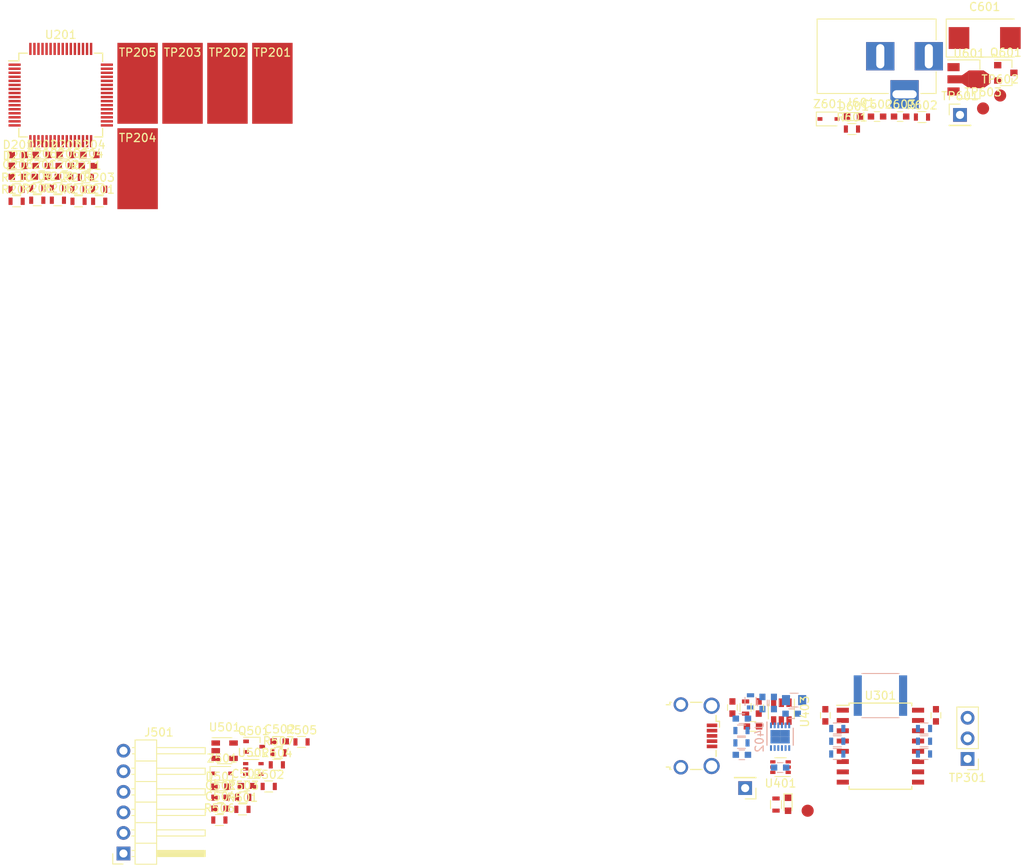
<source format=kicad_pcb>
(kicad_pcb (version 20171130) (host pcbnew "(5.0.0)")

  (general
    (thickness 1.6)
    (drawings 0)
    (tracks 0)
    (zones 0)
    (modules 91)
    (nets 107)
  )

  (page A)
  (layers
    (0 F.Cu signal)
    (31 B.Cu signal)
    (32 B.Adhes user)
    (33 F.Adhes user)
    (34 B.Paste user)
    (35 F.Paste user)
    (36 B.SilkS user)
    (37 F.SilkS user)
    (38 B.Mask user)
    (39 F.Mask user)
    (40 Dwgs.User user)
    (41 Cmts.User user)
    (42 Eco1.User user)
    (43 Eco2.User user)
    (44 Edge.Cuts user)
    (45 Margin user)
    (46 B.CrtYd user)
    (47 F.CrtYd user)
    (48 B.Fab user hide)
    (49 F.Fab user hide)
  )

  (setup
    (last_trace_width 0.25)
    (trace_clearance 0.2)
    (zone_clearance 0.508)
    (zone_45_only no)
    (trace_min 0.2)
    (segment_width 0.2)
    (edge_width 0.15)
    (via_size 0.8)
    (via_drill 0.4)
    (via_min_size 0.4)
    (via_min_drill 0.3)
    (uvia_size 0.3)
    (uvia_drill 0.1)
    (uvias_allowed no)
    (uvia_min_size 0.2)
    (uvia_min_drill 0.1)
    (pcb_text_width 0.3)
    (pcb_text_size 1.5 1.5)
    (mod_edge_width 0.15)
    (mod_text_size 1 1)
    (mod_text_width 0.15)
    (pad_size 1.524 1.524)
    (pad_drill 0.762)
    (pad_to_mask_clearance 0.2)
    (aux_axis_origin 0 0)
    (visible_elements FFFDFF7F)
    (pcbplotparams
      (layerselection 0x010fc_ffffffff)
      (usegerberextensions false)
      (usegerberattributes false)
      (usegerberadvancedattributes false)
      (creategerberjobfile false)
      (excludeedgelayer true)
      (linewidth 0.100000)
      (plotframeref false)
      (viasonmask false)
      (mode 1)
      (useauxorigin false)
      (hpglpennumber 1)
      (hpglpenspeed 20)
      (hpglpendiameter 15.000000)
      (psnegative false)
      (psa4output false)
      (plotreference true)
      (plotvalue true)
      (plotinvisibletext false)
      (padsonsilk false)
      (subtractmaskfromsilk false)
      (outputformat 1)
      (mirror false)
      (drillshape 1)
      (scaleselection 1)
      (outputdirectory ""))
  )

  (net 0 "")
  (net 1 +3V3)
  (net 2 GND)
  (net 3 GND_USB)
  (net 4 +5V_USB)
  (net 5 "Net-(C401-Pad1)")
  (net 6 "Net-(C404-Pad1)")
  (net 7 /USB_UART_Converter/CONN_USB+)
  (net 8 /USB_UART_Converter/CONN_USB-)
  (net 9 "Net-(C408-Pad1)")
  (net 10 "Net-(C409-Pad1)")
  (net 11 "Net-(C501-Pad1)")
  (net 12 +9V)
  (net 13 "Net-(D201-Pad2)")
  (net 14 ~LED1)
  (net 15 "Net-(D202-Pad2)")
  (net 16 ~LED2)
  (net 17 ~LED3)
  (net 18 "Net-(D203-Pad2)")
  (net 19 ~LED4)
  (net 20 "Net-(D204-Pad2)")
  (net 21 ~LED5)
  (net 22 "Net-(D205-Pad2)")
  (net 23 ~USB_ACTIVE)
  (net 24 "Net-(D401-Pad2)")
  (net 25 "Net-(D501-Pad2)")
  (net 26 "Net-(D501-Pad1)")
  (net 27 "Net-(D601-Pad2)")
  (net 28 "Net-(J401-Pad6)")
  (net 29 "Net-(J401-Pad4)")
  (net 30 "Net-(J501-Pad6)")
  (net 31 ICSPCLK)
  (net 32 ICSPDAT)
  (net 33 ~MCLR)
  (net 34 "Net-(J601-Pad3)")
  (net 35 "Net-(J601-Pad1)")
  (net 36 "Net-(Q501-Pad1)")
  (net 37 "Net-(Q601-Pad1)")
  (net 38 "Net-(R202-Pad2)")
  (net 39 "Net-(R202-Pad1)")
  (net 40 "Net-(R203-Pad1)")
  (net 41 "Net-(R203-Pad2)")
  (net 42 "Net-(R204-Pad2)")
  (net 43 "Net-(R204-Pad1)")
  (net 44 "Net-(R205-Pad1)")
  (net 45 "Net-(R205-Pad2)")
  (net 46 "Net-(R206-Pad2)")
  (net 47 "Net-(R206-Pad1)")
  (net 48 USB_DTR)
  (net 49 USB_UART_TX)
  (net 50 USB_UART_RX)
  (net 51 USB_UART_RX_ISO)
  (net 52 USB_UART_TX_ISO)
  (net 53 USB_DTR_ISO)
  (net 54 /USB_UART_Converter/BRIDGE_USB+)
  (net 55 /USB_UART_Converter/BRIDGE_USB-)
  (net 56 "Net-(R502-Pad2)")
  (net 57 "Net-(R503-Pad2)")
  (net 58 ICSP_DETECT)
  (net 59 "Net-(U201-Pad59)")
  (net 60 "Net-(U201-Pad58)")
  (net 61 "Net-(U201-Pad57)")
  (net 62 "Net-(U201-Pad56)")
  (net 63 "Net-(U201-Pad55)")
  (net 64 "Net-(U201-Pad54)")
  (net 65 "Net-(U201-Pad53)")
  (net 66 "Net-(U201-Pad52)")
  (net 67 "Net-(U201-Pad51)")
  (net 68 "Net-(U201-Pad50)")
  (net 69 "Net-(U201-Pad49)")
  (net 70 "Net-(U201-Pad48)")
  (net 71 "Net-(U201-Pad47)")
  (net 72 "Net-(U201-Pad45)")
  (net 73 "Net-(U201-Pad44)")
  (net 74 "Net-(U201-Pad43)")
  (net 75 "Net-(U201-Pad40)")
  (net 76 "Net-(U201-Pad39)")
  (net 77 "Net-(U201-Pad36)")
  (net 78 "Net-(U201-Pad35)")
  (net 79 "Net-(U201-Pad34)")
  (net 80 "Net-(U201-Pad33)")
  (net 81 "Net-(U201-Pad32)")
  (net 82 "Net-(U201-Pad31)")
  (net 83 "Net-(U201-Pad30)")
  (net 84 "Net-(U201-Pad29)")
  (net 85 "Net-(U201-Pad28)")
  (net 86 "Net-(U201-Pad27)")
  (net 87 "Net-(U201-Pad26)")
  (net 88 "Net-(U201-Pad25)")
  (net 89 "Net-(U201-Pad24)")
  (net 90 "Net-(U201-Pad23)")
  (net 91 "Net-(U201-Pad22)")
  (net 92 "Net-(U201-Pad21)")
  (net 93 "Net-(U201-Pad13)")
  (net 94 "Net-(U201-Pad12)")
  (net 95 "Net-(U201-Pad11)")
  (net 96 "Net-(U201-Pad8)")
  (net 97 "Net-(U201-Pad6)")
  (net 98 "Net-(U201-Pad5)")
  (net 99 "Net-(U201-Pad4)")
  (net 100 "Net-(U201-Pad3)")
  (net 101 "Net-(U201-Pad2)")
  (net 102 "Net-(U201-Pad1)")
  (net 103 "Net-(U301-Pad11)")
  (net 104 "Net-(U301-Pad6)")
  (net 105 "Net-(U402-Pad11)")
  (net 106 "Net-(U402-Pad8)")

  (net_class Default "This is the default net class."
    (clearance 0.2)
    (trace_width 0.25)
    (via_dia 0.8)
    (via_drill 0.4)
    (uvia_dia 0.3)
    (uvia_drill 0.1)
    (add_net +3V3)
    (add_net +5V_USB)
    (add_net +9V)
    (add_net /USB_UART_Converter/BRIDGE_USB+)
    (add_net /USB_UART_Converter/BRIDGE_USB-)
    (add_net /USB_UART_Converter/CONN_USB+)
    (add_net /USB_UART_Converter/CONN_USB-)
    (add_net GND)
    (add_net GND_USB)
    (add_net ICSPCLK)
    (add_net ICSPDAT)
    (add_net ICSP_DETECT)
    (add_net "Net-(C401-Pad1)")
    (add_net "Net-(C404-Pad1)")
    (add_net "Net-(C408-Pad1)")
    (add_net "Net-(C409-Pad1)")
    (add_net "Net-(C501-Pad1)")
    (add_net "Net-(D201-Pad2)")
    (add_net "Net-(D202-Pad2)")
    (add_net "Net-(D203-Pad2)")
    (add_net "Net-(D204-Pad2)")
    (add_net "Net-(D205-Pad2)")
    (add_net "Net-(D401-Pad2)")
    (add_net "Net-(D501-Pad1)")
    (add_net "Net-(D501-Pad2)")
    (add_net "Net-(D601-Pad2)")
    (add_net "Net-(J401-Pad4)")
    (add_net "Net-(J401-Pad6)")
    (add_net "Net-(J501-Pad6)")
    (add_net "Net-(J601-Pad1)")
    (add_net "Net-(J601-Pad3)")
    (add_net "Net-(Q501-Pad1)")
    (add_net "Net-(Q601-Pad1)")
    (add_net "Net-(R202-Pad1)")
    (add_net "Net-(R202-Pad2)")
    (add_net "Net-(R203-Pad1)")
    (add_net "Net-(R203-Pad2)")
    (add_net "Net-(R204-Pad1)")
    (add_net "Net-(R204-Pad2)")
    (add_net "Net-(R205-Pad1)")
    (add_net "Net-(R205-Pad2)")
    (add_net "Net-(R206-Pad1)")
    (add_net "Net-(R206-Pad2)")
    (add_net "Net-(R502-Pad2)")
    (add_net "Net-(R503-Pad2)")
    (add_net "Net-(U201-Pad1)")
    (add_net "Net-(U201-Pad11)")
    (add_net "Net-(U201-Pad12)")
    (add_net "Net-(U201-Pad13)")
    (add_net "Net-(U201-Pad2)")
    (add_net "Net-(U201-Pad21)")
    (add_net "Net-(U201-Pad22)")
    (add_net "Net-(U201-Pad23)")
    (add_net "Net-(U201-Pad24)")
    (add_net "Net-(U201-Pad25)")
    (add_net "Net-(U201-Pad26)")
    (add_net "Net-(U201-Pad27)")
    (add_net "Net-(U201-Pad28)")
    (add_net "Net-(U201-Pad29)")
    (add_net "Net-(U201-Pad3)")
    (add_net "Net-(U201-Pad30)")
    (add_net "Net-(U201-Pad31)")
    (add_net "Net-(U201-Pad32)")
    (add_net "Net-(U201-Pad33)")
    (add_net "Net-(U201-Pad34)")
    (add_net "Net-(U201-Pad35)")
    (add_net "Net-(U201-Pad36)")
    (add_net "Net-(U201-Pad39)")
    (add_net "Net-(U201-Pad4)")
    (add_net "Net-(U201-Pad40)")
    (add_net "Net-(U201-Pad43)")
    (add_net "Net-(U201-Pad44)")
    (add_net "Net-(U201-Pad45)")
    (add_net "Net-(U201-Pad47)")
    (add_net "Net-(U201-Pad48)")
    (add_net "Net-(U201-Pad49)")
    (add_net "Net-(U201-Pad5)")
    (add_net "Net-(U201-Pad50)")
    (add_net "Net-(U201-Pad51)")
    (add_net "Net-(U201-Pad52)")
    (add_net "Net-(U201-Pad53)")
    (add_net "Net-(U201-Pad54)")
    (add_net "Net-(U201-Pad55)")
    (add_net "Net-(U201-Pad56)")
    (add_net "Net-(U201-Pad57)")
    (add_net "Net-(U201-Pad58)")
    (add_net "Net-(U201-Pad59)")
    (add_net "Net-(U201-Pad6)")
    (add_net "Net-(U201-Pad8)")
    (add_net "Net-(U301-Pad11)")
    (add_net "Net-(U301-Pad6)")
    (add_net "Net-(U402-Pad11)")
    (add_net "Net-(U402-Pad8)")
    (add_net USB_DTR)
    (add_net USB_DTR_ISO)
    (add_net USB_UART_RX)
    (add_net USB_UART_RX_ISO)
    (add_net USB_UART_TX)
    (add_net USB_UART_TX_ISO)
    (add_net ~LED1)
    (add_net ~LED2)
    (add_net ~LED3)
    (add_net ~LED4)
    (add_net ~LED5)
    (add_net ~MCLR)
    (add_net ~USB_ACTIVE)
  )

  (module Capacitors_SMD:C_0603 (layer F.Cu) (tedit 59958EE7) (tstamp 5B704FB0)
    (at 39.174601 37.957801)
    (descr "Capacitor SMD 0603, reflow soldering, AVX (see smccp.pdf)")
    (tags "capacitor 0603")
    (path /5B6F6CC2/5B7039A8)
    (attr smd)
    (fp_text reference C201 (at 0 -1.5) (layer F.SilkS)
      (effects (font (size 1 1) (thickness 0.15)))
    )
    (fp_text value 0.1uF (at 0 1.5) (layer F.Fab)
      (effects (font (size 1 1) (thickness 0.15)))
    )
    (fp_text user %R (at 0 0) (layer F.Fab)
      (effects (font (size 0.3 0.3) (thickness 0.075)))
    )
    (fp_line (start -0.8 0.4) (end -0.8 -0.4) (layer F.Fab) (width 0.1))
    (fp_line (start 0.8 0.4) (end -0.8 0.4) (layer F.Fab) (width 0.1))
    (fp_line (start 0.8 -0.4) (end 0.8 0.4) (layer F.Fab) (width 0.1))
    (fp_line (start -0.8 -0.4) (end 0.8 -0.4) (layer F.Fab) (width 0.1))
    (fp_line (start -0.35 -0.6) (end 0.35 -0.6) (layer F.SilkS) (width 0.12))
    (fp_line (start 0.35 0.6) (end -0.35 0.6) (layer F.SilkS) (width 0.12))
    (fp_line (start -1.4 -0.65) (end 1.4 -0.65) (layer F.CrtYd) (width 0.05))
    (fp_line (start -1.4 -0.65) (end -1.4 0.65) (layer F.CrtYd) (width 0.05))
    (fp_line (start 1.4 0.65) (end 1.4 -0.65) (layer F.CrtYd) (width 0.05))
    (fp_line (start 1.4 0.65) (end -1.4 0.65) (layer F.CrtYd) (width 0.05))
    (pad 1 smd rect (at -0.75 0) (size 0.8 0.75) (layers F.Cu F.Paste F.Mask)
      (net 1 +3V3))
    (pad 2 smd rect (at 0.75 0) (size 0.8 0.75) (layers F.Cu F.Paste F.Mask)
      (net 2 GND))
    (model Capacitors_SMD.3dshapes/C_0603.wrl
      (at (xyz 0 0 0))
      (scale (xyz 1 1 1))
      (rotate (xyz 0 0 0))
    )
  )

  (module Capacitors_SMD:C_0603 (layer F.Cu) (tedit 59958EE7) (tstamp 5B704FC1)
    (at 42.024601 37.957801)
    (descr "Capacitor SMD 0603, reflow soldering, AVX (see smccp.pdf)")
    (tags "capacitor 0603")
    (path /5B6F6CC2/5B704457)
    (attr smd)
    (fp_text reference C202 (at 0 -1.5) (layer F.SilkS)
      (effects (font (size 1 1) (thickness 0.15)))
    )
    (fp_text value 10nF (at 0 1.5) (layer F.Fab)
      (effects (font (size 1 1) (thickness 0.15)))
    )
    (fp_line (start 1.4 0.65) (end -1.4 0.65) (layer F.CrtYd) (width 0.05))
    (fp_line (start 1.4 0.65) (end 1.4 -0.65) (layer F.CrtYd) (width 0.05))
    (fp_line (start -1.4 -0.65) (end -1.4 0.65) (layer F.CrtYd) (width 0.05))
    (fp_line (start -1.4 -0.65) (end 1.4 -0.65) (layer F.CrtYd) (width 0.05))
    (fp_line (start 0.35 0.6) (end -0.35 0.6) (layer F.SilkS) (width 0.12))
    (fp_line (start -0.35 -0.6) (end 0.35 -0.6) (layer F.SilkS) (width 0.12))
    (fp_line (start -0.8 -0.4) (end 0.8 -0.4) (layer F.Fab) (width 0.1))
    (fp_line (start 0.8 -0.4) (end 0.8 0.4) (layer F.Fab) (width 0.1))
    (fp_line (start 0.8 0.4) (end -0.8 0.4) (layer F.Fab) (width 0.1))
    (fp_line (start -0.8 0.4) (end -0.8 -0.4) (layer F.Fab) (width 0.1))
    (fp_text user %R (at 0 0) (layer F.Fab)
      (effects (font (size 0.3 0.3) (thickness 0.075)))
    )
    (pad 2 smd rect (at 0.75 0) (size 0.8 0.75) (layers F.Cu F.Paste F.Mask)
      (net 2 GND))
    (pad 1 smd rect (at -0.75 0) (size 0.8 0.75) (layers F.Cu F.Paste F.Mask)
      (net 1 +3V3))
    (model Capacitors_SMD.3dshapes/C_0603.wrl
      (at (xyz 0 0 0))
      (scale (xyz 1 1 1))
      (rotate (xyz 0 0 0))
    )
  )

  (module Capacitors_SMD:C_0603 (layer F.Cu) (tedit 59958EE7) (tstamp 5B704FD2)
    (at 36.324601 37.957801)
    (descr "Capacitor SMD 0603, reflow soldering, AVX (see smccp.pdf)")
    (tags "capacitor 0603")
    (path /5B6F6CC2/5B7044E3)
    (attr smd)
    (fp_text reference C203 (at 0 -1.5) (layer F.SilkS)
      (effects (font (size 1 1) (thickness 0.15)))
    )
    (fp_text value 1nF (at 0 1.5) (layer F.Fab)
      (effects (font (size 1 1) (thickness 0.15)))
    )
    (fp_text user %R (at 0 0) (layer F.Fab)
      (effects (font (size 0.3 0.3) (thickness 0.075)))
    )
    (fp_line (start -0.8 0.4) (end -0.8 -0.4) (layer F.Fab) (width 0.1))
    (fp_line (start 0.8 0.4) (end -0.8 0.4) (layer F.Fab) (width 0.1))
    (fp_line (start 0.8 -0.4) (end 0.8 0.4) (layer F.Fab) (width 0.1))
    (fp_line (start -0.8 -0.4) (end 0.8 -0.4) (layer F.Fab) (width 0.1))
    (fp_line (start -0.35 -0.6) (end 0.35 -0.6) (layer F.SilkS) (width 0.12))
    (fp_line (start 0.35 0.6) (end -0.35 0.6) (layer F.SilkS) (width 0.12))
    (fp_line (start -1.4 -0.65) (end 1.4 -0.65) (layer F.CrtYd) (width 0.05))
    (fp_line (start -1.4 -0.65) (end -1.4 0.65) (layer F.CrtYd) (width 0.05))
    (fp_line (start 1.4 0.65) (end 1.4 -0.65) (layer F.CrtYd) (width 0.05))
    (fp_line (start 1.4 0.65) (end -1.4 0.65) (layer F.CrtYd) (width 0.05))
    (pad 1 smd rect (at -0.75 0) (size 0.8 0.75) (layers F.Cu F.Paste F.Mask)
      (net 1 +3V3))
    (pad 2 smd rect (at 0.75 0) (size 0.8 0.75) (layers F.Cu F.Paste F.Mask)
      (net 2 GND))
    (model Capacitors_SMD.3dshapes/C_0603.wrl
      (at (xyz 0 0 0))
      (scale (xyz 1 1 1))
      (rotate (xyz 0 0 0))
    )
  )

  (module Capacitors_SMD:C_0603 (layer F.Cu) (tedit 59958EE7) (tstamp 5B704FE3)
    (at 44.974601 36.607801)
    (descr "Capacitor SMD 0603, reflow soldering, AVX (see smccp.pdf)")
    (tags "capacitor 0603")
    (path /5B6F6CC2/5B7047F4)
    (attr smd)
    (fp_text reference C204 (at 0 -1.5) (layer F.SilkS)
      (effects (font (size 1 1) (thickness 0.15)))
    )
    (fp_text value 0.1uF (at 0 1.5) (layer F.Fab)
      (effects (font (size 1 1) (thickness 0.15)))
    )
    (fp_text user %R (at 0 0) (layer F.Fab)
      (effects (font (size 0.3 0.3) (thickness 0.075)))
    )
    (fp_line (start -0.8 0.4) (end -0.8 -0.4) (layer F.Fab) (width 0.1))
    (fp_line (start 0.8 0.4) (end -0.8 0.4) (layer F.Fab) (width 0.1))
    (fp_line (start 0.8 -0.4) (end 0.8 0.4) (layer F.Fab) (width 0.1))
    (fp_line (start -0.8 -0.4) (end 0.8 -0.4) (layer F.Fab) (width 0.1))
    (fp_line (start -0.35 -0.6) (end 0.35 -0.6) (layer F.SilkS) (width 0.12))
    (fp_line (start 0.35 0.6) (end -0.35 0.6) (layer F.SilkS) (width 0.12))
    (fp_line (start -1.4 -0.65) (end 1.4 -0.65) (layer F.CrtYd) (width 0.05))
    (fp_line (start -1.4 -0.65) (end -1.4 0.65) (layer F.CrtYd) (width 0.05))
    (fp_line (start 1.4 0.65) (end 1.4 -0.65) (layer F.CrtYd) (width 0.05))
    (fp_line (start 1.4 0.65) (end -1.4 0.65) (layer F.CrtYd) (width 0.05))
    (pad 1 smd rect (at -0.75 0) (size 0.8 0.75) (layers F.Cu F.Paste F.Mask)
      (net 1 +3V3))
    (pad 2 smd rect (at 0.75 0) (size 0.8 0.75) (layers F.Cu F.Paste F.Mask)
      (net 2 GND))
    (model Capacitors_SMD.3dshapes/C_0603.wrl
      (at (xyz 0 0 0))
      (scale (xyz 1 1 1))
      (rotate (xyz 0 0 0))
    )
  )

  (module Capacitors_SMD:C_0603 (layer F.Cu) (tedit 59958EE7) (tstamp 5B704FF4)
    (at 42.124601 36.607801)
    (descr "Capacitor SMD 0603, reflow soldering, AVX (see smccp.pdf)")
    (tags "capacitor 0603")
    (path /5B6F6CC2/5B7047FF)
    (attr smd)
    (fp_text reference C205 (at 0 -1.5) (layer F.SilkS)
      (effects (font (size 1 1) (thickness 0.15)))
    )
    (fp_text value 10nF (at 0 1.5) (layer F.Fab)
      (effects (font (size 1 1) (thickness 0.15)))
    )
    (fp_line (start 1.4 0.65) (end -1.4 0.65) (layer F.CrtYd) (width 0.05))
    (fp_line (start 1.4 0.65) (end 1.4 -0.65) (layer F.CrtYd) (width 0.05))
    (fp_line (start -1.4 -0.65) (end -1.4 0.65) (layer F.CrtYd) (width 0.05))
    (fp_line (start -1.4 -0.65) (end 1.4 -0.65) (layer F.CrtYd) (width 0.05))
    (fp_line (start 0.35 0.6) (end -0.35 0.6) (layer F.SilkS) (width 0.12))
    (fp_line (start -0.35 -0.6) (end 0.35 -0.6) (layer F.SilkS) (width 0.12))
    (fp_line (start -0.8 -0.4) (end 0.8 -0.4) (layer F.Fab) (width 0.1))
    (fp_line (start 0.8 -0.4) (end 0.8 0.4) (layer F.Fab) (width 0.1))
    (fp_line (start 0.8 0.4) (end -0.8 0.4) (layer F.Fab) (width 0.1))
    (fp_line (start -0.8 0.4) (end -0.8 -0.4) (layer F.Fab) (width 0.1))
    (fp_text user %R (at 0 0) (layer F.Fab)
      (effects (font (size 0.3 0.3) (thickness 0.075)))
    )
    (pad 2 smd rect (at 0.75 0) (size 0.8 0.75) (layers F.Cu F.Paste F.Mask)
      (net 2 GND))
    (pad 1 smd rect (at -0.75 0) (size 0.8 0.75) (layers F.Cu F.Paste F.Mask)
      (net 1 +3V3))
    (model Capacitors_SMD.3dshapes/C_0603.wrl
      (at (xyz 0 0 0))
      (scale (xyz 1 1 1))
      (rotate (xyz 0 0 0))
    )
  )

  (module Capacitors_SMD:C_0603 (layer F.Cu) (tedit 59958EE7) (tstamp 5B705005)
    (at 39.274601 36.607801)
    (descr "Capacitor SMD 0603, reflow soldering, AVX (see smccp.pdf)")
    (tags "capacitor 0603")
    (path /5B6F6CC2/5B70480A)
    (attr smd)
    (fp_text reference C206 (at 0 -1.5) (layer F.SilkS)
      (effects (font (size 1 1) (thickness 0.15)))
    )
    (fp_text value 1nF (at 0 1.5) (layer F.Fab)
      (effects (font (size 1 1) (thickness 0.15)))
    )
    (fp_text user %R (at 0 0) (layer F.Fab)
      (effects (font (size 0.3 0.3) (thickness 0.075)))
    )
    (fp_line (start -0.8 0.4) (end -0.8 -0.4) (layer F.Fab) (width 0.1))
    (fp_line (start 0.8 0.4) (end -0.8 0.4) (layer F.Fab) (width 0.1))
    (fp_line (start 0.8 -0.4) (end 0.8 0.4) (layer F.Fab) (width 0.1))
    (fp_line (start -0.8 -0.4) (end 0.8 -0.4) (layer F.Fab) (width 0.1))
    (fp_line (start -0.35 -0.6) (end 0.35 -0.6) (layer F.SilkS) (width 0.12))
    (fp_line (start 0.35 0.6) (end -0.35 0.6) (layer F.SilkS) (width 0.12))
    (fp_line (start -1.4 -0.65) (end 1.4 -0.65) (layer F.CrtYd) (width 0.05))
    (fp_line (start -1.4 -0.65) (end -1.4 0.65) (layer F.CrtYd) (width 0.05))
    (fp_line (start 1.4 0.65) (end 1.4 -0.65) (layer F.CrtYd) (width 0.05))
    (fp_line (start 1.4 0.65) (end -1.4 0.65) (layer F.CrtYd) (width 0.05))
    (pad 1 smd rect (at -0.75 0) (size 0.8 0.75) (layers F.Cu F.Paste F.Mask)
      (net 1 +3V3))
    (pad 2 smd rect (at 0.75 0) (size 0.8 0.75) (layers F.Cu F.Paste F.Mask)
      (net 2 GND))
    (model Capacitors_SMD.3dshapes/C_0603.wrl
      (at (xyz 0 0 0))
      (scale (xyz 1 1 1))
      (rotate (xyz 0 0 0))
    )
  )

  (module Capacitors_SMD:C_0603 (layer F.Cu) (tedit 5B704B5C) (tstamp 5B706B6D)
    (at 149.7584 104.4956 270)
    (descr "Capacitor SMD 0603, reflow soldering, AVX (see smccp.pdf)")
    (tags "capacitor 0603")
    (path /5B6F6CDE/5B6FF85C)
    (attr smd)
    (fp_text reference C301 (at 0 -1.5 270) (layer F.SilkS) hide
      (effects (font (size 1 1) (thickness 0.15)))
    )
    (fp_text value 0.1uF (at 0 1.5 270) (layer F.Fab)
      (effects (font (size 1 1) (thickness 0.15)))
    )
    (fp_line (start 1.4 0.65) (end -1.4 0.65) (layer F.CrtYd) (width 0.05))
    (fp_line (start 1.4 0.65) (end 1.4 -0.65) (layer F.CrtYd) (width 0.05))
    (fp_line (start -1.4 -0.65) (end -1.4 0.65) (layer F.CrtYd) (width 0.05))
    (fp_line (start -1.4 -0.65) (end 1.4 -0.65) (layer F.CrtYd) (width 0.05))
    (fp_line (start 0.35 0.6) (end -0.35 0.6) (layer F.SilkS) (width 0.12))
    (fp_line (start -0.35 -0.6) (end 0.35 -0.6) (layer F.SilkS) (width 0.12))
    (fp_line (start -0.8 -0.4) (end 0.8 -0.4) (layer F.Fab) (width 0.1))
    (fp_line (start 0.8 -0.4) (end 0.8 0.4) (layer F.Fab) (width 0.1))
    (fp_line (start 0.8 0.4) (end -0.8 0.4) (layer F.Fab) (width 0.1))
    (fp_line (start -0.8 0.4) (end -0.8 -0.4) (layer F.Fab) (width 0.1))
    (fp_text user %R (at 0 0 270) (layer F.Fab)
      (effects (font (size 0.3 0.3) (thickness 0.075)))
    )
    (pad 2 smd rect (at 0.75 0 270) (size 0.8 0.75) (layers F.Cu F.Paste F.Mask)
      (net 2 GND))
    (pad 1 smd rect (at -0.75 0 270) (size 0.8 0.75) (layers F.Cu F.Paste F.Mask)
      (net 1 +3V3))
    (model Capacitors_SMD.3dshapes/C_0603.wrl
      (at (xyz 0 0 0))
      (scale (xyz 1 1 1))
      (rotate (xyz 0 0 0))
    )
  )

  (module Capacitors_SMD:C_2220 (layer B.Cu) (tedit 5B704C12) (tstamp 5B705027)
    (at 142.9004 102.0572)
    (descr "Capacitor SMD 2220, reflow soldering, AVX (see smccp.pdf)")
    (tags "capacitor 2220")
    (path /5B6F6CDE/5B6FFABB)
    (attr smd)
    (fp_text reference C302 (at 0 3.5) (layer B.SilkS) hide
      (effects (font (size 1 1) (thickness 0.15)) (justify mirror))
    )
    (fp_text value 56000pF (at 0 -3.75) (layer B.Fab)
      (effects (font (size 1 1) (thickness 0.15)) (justify mirror))
    )
    (fp_line (start 3.55 -2.75) (end -3.55 -2.75) (layer B.CrtYd) (width 0.05))
    (fp_line (start 3.55 -2.75) (end 3.55 2.75) (layer B.CrtYd) (width 0.05))
    (fp_line (start -3.55 2.75) (end -3.55 -2.75) (layer B.CrtYd) (width 0.05))
    (fp_line (start -3.55 2.75) (end 3.55 2.75) (layer B.CrtYd) (width 0.05))
    (fp_line (start -2.3 -2.73) (end 2.3 -2.73) (layer B.SilkS) (width 0.12))
    (fp_line (start 2.3 2.73) (end -2.3 2.73) (layer B.SilkS) (width 0.12))
    (fp_line (start -2.75 2.5) (end 2.75 2.5) (layer B.Fab) (width 0.1))
    (fp_line (start 2.75 2.5) (end 2.75 -2.5) (layer B.Fab) (width 0.1))
    (fp_line (start 2.75 -2.5) (end -2.75 -2.5) (layer B.Fab) (width 0.1))
    (fp_line (start -2.75 -2.5) (end -2.75 2.5) (layer B.Fab) (width 0.1))
    (fp_text user %R (at 0 3.5) (layer B.Fab)
      (effects (font (size 1 1) (thickness 0.15)) (justify mirror))
    )
    (pad 2 smd rect (at 2.8 0) (size 1 5) (layers B.Cu B.Paste B.Mask)
      (net 2 GND))
    (pad 1 smd rect (at -2.8 0) (size 1 5) (layers B.Cu B.Paste B.Mask)
      (net 3 GND_USB))
    (model Capacitors_SMD.3dshapes/C_2220.wrl
      (at (xyz 0 0 0))
      (scale (xyz 1 1 1))
      (rotate (xyz 0 0 0))
    )
  )

  (module Capacitors_SMD:C_0603 (layer F.Cu) (tedit 5B704B6C) (tstamp 5B705038)
    (at 136.0932 104.4956 270)
    (descr "Capacitor SMD 0603, reflow soldering, AVX (see smccp.pdf)")
    (tags "capacitor 0603")
    (path /5B6F6CDE/5B6FF28A)
    (attr smd)
    (fp_text reference C303 (at 0 -1.5 270) (layer F.SilkS) hide
      (effects (font (size 1 1) (thickness 0.15)))
    )
    (fp_text value 0.1uF (at 0 1.5 270) (layer F.Fab)
      (effects (font (size 1 1) (thickness 0.15)))
    )
    (fp_line (start 1.4 0.65) (end -1.4 0.65) (layer F.CrtYd) (width 0.05))
    (fp_line (start 1.4 0.65) (end 1.4 -0.65) (layer F.CrtYd) (width 0.05))
    (fp_line (start -1.4 -0.65) (end -1.4 0.65) (layer F.CrtYd) (width 0.05))
    (fp_line (start -1.4 -0.65) (end 1.4 -0.65) (layer F.CrtYd) (width 0.05))
    (fp_line (start 0.35 0.6) (end -0.35 0.6) (layer F.SilkS) (width 0.12))
    (fp_line (start -0.35 -0.6) (end 0.35 -0.6) (layer F.SilkS) (width 0.12))
    (fp_line (start -0.8 -0.4) (end 0.8 -0.4) (layer F.Fab) (width 0.1))
    (fp_line (start 0.8 -0.4) (end 0.8 0.4) (layer F.Fab) (width 0.1))
    (fp_line (start 0.8 0.4) (end -0.8 0.4) (layer F.Fab) (width 0.1))
    (fp_line (start -0.8 0.4) (end -0.8 -0.4) (layer F.Fab) (width 0.1))
    (fp_text user %R (at 0 0 270) (layer F.Fab)
      (effects (font (size 0.3 0.3) (thickness 0.075)))
    )
    (pad 2 smd rect (at 0.75 0 270) (size 0.8 0.75) (layers F.Cu F.Paste F.Mask)
      (net 3 GND_USB))
    (pad 1 smd rect (at -0.75 0 270) (size 0.8 0.75) (layers F.Cu F.Paste F.Mask)
      (net 4 +5V_USB))
    (model Capacitors_SMD.3dshapes/C_0603.wrl
      (at (xyz 0 0 0))
      (scale (xyz 1 1 1))
      (rotate (xyz 0 0 0))
    )
  )

  (module Capacitors_SMD:C_0603 (layer B.Cu) (tedit 5B704D20) (tstamp 5B705049)
    (at 128.3208 102.9716 90)
    (descr "Capacitor SMD 0603, reflow soldering, AVX (see smccp.pdf)")
    (tags "capacitor 0603")
    (path /5B6F6CF0/5B6FD7D2)
    (attr smd)
    (fp_text reference C401 (at 0 1.5 90) (layer B.SilkS) hide
      (effects (font (size 1 1) (thickness 0.15)) (justify mirror))
    )
    (fp_text value 0.1uF (at 0 -1.5 90) (layer B.Fab)
      (effects (font (size 1 1) (thickness 0.15)) (justify mirror))
    )
    (fp_text user %R (at 0 0 90) (layer B.Fab)
      (effects (font (size 0.3 0.3) (thickness 0.075)) (justify mirror))
    )
    (fp_line (start -0.8 -0.4) (end -0.8 0.4) (layer B.Fab) (width 0.1))
    (fp_line (start 0.8 -0.4) (end -0.8 -0.4) (layer B.Fab) (width 0.1))
    (fp_line (start 0.8 0.4) (end 0.8 -0.4) (layer B.Fab) (width 0.1))
    (fp_line (start -0.8 0.4) (end 0.8 0.4) (layer B.Fab) (width 0.1))
    (fp_line (start -0.35 0.6) (end 0.35 0.6) (layer B.SilkS) (width 0.12))
    (fp_line (start 0.35 -0.6) (end -0.35 -0.6) (layer B.SilkS) (width 0.12))
    (fp_line (start -1.4 0.65) (end 1.4 0.65) (layer B.CrtYd) (width 0.05))
    (fp_line (start -1.4 0.65) (end -1.4 -0.65) (layer B.CrtYd) (width 0.05))
    (fp_line (start 1.4 -0.65) (end 1.4 0.65) (layer B.CrtYd) (width 0.05))
    (fp_line (start 1.4 -0.65) (end -1.4 -0.65) (layer B.CrtYd) (width 0.05))
    (pad 1 smd rect (at -0.75 0 90) (size 0.8 0.75) (layers B.Cu B.Paste B.Mask)
      (net 5 "Net-(C401-Pad1)"))
    (pad 2 smd rect (at 0.75 0 90) (size 0.8 0.75) (layers B.Cu B.Paste B.Mask)
      (net 3 GND_USB))
    (model Capacitors_SMD.3dshapes/C_0603.wrl
      (at (xyz 0 0 0))
      (scale (xyz 1 1 1))
      (rotate (xyz 0 0 0))
    )
  )

  (module Capacitors_SMD:C_0603 (layer B.Cu) (tedit 5B704CC2) (tstamp 5B70505A)
    (at 131.9276 104.2924)
    (descr "Capacitor SMD 0603, reflow soldering, AVX (see smccp.pdf)")
    (tags "capacitor 0603")
    (path /5B6F6CF0/5B6FFB48)
    (attr smd)
    (fp_text reference C402 (at 0 1.5) (layer B.SilkS) hide
      (effects (font (size 1 1) (thickness 0.15)) (justify mirror))
    )
    (fp_text value 0.1uF (at 0 -1.5) (layer B.Fab)
      (effects (font (size 1 1) (thickness 0.15)) (justify mirror))
    )
    (fp_line (start 1.4 -0.65) (end -1.4 -0.65) (layer B.CrtYd) (width 0.05))
    (fp_line (start 1.4 -0.65) (end 1.4 0.65) (layer B.CrtYd) (width 0.05))
    (fp_line (start -1.4 0.65) (end -1.4 -0.65) (layer B.CrtYd) (width 0.05))
    (fp_line (start -1.4 0.65) (end 1.4 0.65) (layer B.CrtYd) (width 0.05))
    (fp_line (start 0.35 -0.6) (end -0.35 -0.6) (layer B.SilkS) (width 0.12))
    (fp_line (start -0.35 0.6) (end 0.35 0.6) (layer B.SilkS) (width 0.12))
    (fp_line (start -0.8 0.4) (end 0.8 0.4) (layer B.Fab) (width 0.1))
    (fp_line (start 0.8 0.4) (end 0.8 -0.4) (layer B.Fab) (width 0.1))
    (fp_line (start 0.8 -0.4) (end -0.8 -0.4) (layer B.Fab) (width 0.1))
    (fp_line (start -0.8 -0.4) (end -0.8 0.4) (layer B.Fab) (width 0.1))
    (fp_text user %R (at 0 0) (layer B.Fab)
      (effects (font (size 0.3 0.3) (thickness 0.075)) (justify mirror))
    )
    (pad 2 smd rect (at 0.75 0) (size 0.8 0.75) (layers B.Cu B.Paste B.Mask)
      (net 3 GND_USB))
    (pad 1 smd rect (at -0.75 0) (size 0.8 0.75) (layers B.Cu B.Paste B.Mask)
      (net 4 +5V_USB))
    (model Capacitors_SMD.3dshapes/C_0603.wrl
      (at (xyz 0 0 0))
      (scale (xyz 1 1 1))
      (rotate (xyz 0 0 0))
    )
  )

  (module Capacitors_SMD:C_0805 (layer B.Cu) (tedit 5B704CCD) (tstamp 5B70506B)
    (at 132.2324 102.616)
    (descr "Capacitor SMD 0805, reflow soldering, AVX (see smccp.pdf)")
    (tags "capacitor 0805")
    (path /5B6F6CF0/5B6FFCAE)
    (attr smd)
    (fp_text reference C403 (at 0 1.5) (layer B.SilkS) hide
      (effects (font (size 1 1) (thickness 0.15)) (justify mirror))
    )
    (fp_text value 4.7uF (at 0 -1.75) (layer B.Fab)
      (effects (font (size 1 1) (thickness 0.15)) (justify mirror))
    )
    (fp_line (start 1.75 -0.87) (end -1.75 -0.87) (layer B.CrtYd) (width 0.05))
    (fp_line (start 1.75 -0.87) (end 1.75 0.88) (layer B.CrtYd) (width 0.05))
    (fp_line (start -1.75 0.88) (end -1.75 -0.87) (layer B.CrtYd) (width 0.05))
    (fp_line (start -1.75 0.88) (end 1.75 0.88) (layer B.CrtYd) (width 0.05))
    (fp_line (start -0.5 -0.85) (end 0.5 -0.85) (layer B.SilkS) (width 0.12))
    (fp_line (start 0.5 0.85) (end -0.5 0.85) (layer B.SilkS) (width 0.12))
    (fp_line (start -1 0.62) (end 1 0.62) (layer B.Fab) (width 0.1))
    (fp_line (start 1 0.62) (end 1 -0.62) (layer B.Fab) (width 0.1))
    (fp_line (start 1 -0.62) (end -1 -0.62) (layer B.Fab) (width 0.1))
    (fp_line (start -1 -0.62) (end -1 0.62) (layer B.Fab) (width 0.1))
    (fp_text user %R (at 0 1.5) (layer B.Fab)
      (effects (font (size 1 1) (thickness 0.15)) (justify mirror))
    )
    (pad 2 smd rect (at 1 0) (size 1 1.25) (layers B.Cu B.Paste B.Mask)
      (net 3 GND_USB))
    (pad 1 smd rect (at -1 0) (size 1 1.25) (layers B.Cu B.Paste B.Mask)
      (net 4 +5V_USB))
    (model Capacitors_SMD.3dshapes/C_0805.wrl
      (at (xyz 0 0 0))
      (scale (xyz 1 1 1))
      (rotate (xyz 0 0 0))
    )
  )

  (module Capacitors_SMD:C_0603 (layer B.Cu) (tedit 5B704D06) (tstamp 5B70507C)
    (at 129.7432 102.9716 90)
    (descr "Capacitor SMD 0603, reflow soldering, AVX (see smccp.pdf)")
    (tags "capacitor 0603")
    (path /5B6F6CF0/5B6FD2B2)
    (attr smd)
    (fp_text reference C404 (at 0 1.5 90) (layer B.SilkS) hide
      (effects (font (size 1 1) (thickness 0.15)) (justify mirror))
    )
    (fp_text value 0.1uF (at 0 -1.5 90) (layer B.Fab)
      (effects (font (size 1 1) (thickness 0.15)) (justify mirror))
    )
    (fp_line (start 1.4 -0.65) (end -1.4 -0.65) (layer B.CrtYd) (width 0.05))
    (fp_line (start 1.4 -0.65) (end 1.4 0.65) (layer B.CrtYd) (width 0.05))
    (fp_line (start -1.4 0.65) (end -1.4 -0.65) (layer B.CrtYd) (width 0.05))
    (fp_line (start -1.4 0.65) (end 1.4 0.65) (layer B.CrtYd) (width 0.05))
    (fp_line (start 0.35 -0.6) (end -0.35 -0.6) (layer B.SilkS) (width 0.12))
    (fp_line (start -0.35 0.6) (end 0.35 0.6) (layer B.SilkS) (width 0.12))
    (fp_line (start -0.8 0.4) (end 0.8 0.4) (layer B.Fab) (width 0.1))
    (fp_line (start 0.8 0.4) (end 0.8 -0.4) (layer B.Fab) (width 0.1))
    (fp_line (start 0.8 -0.4) (end -0.8 -0.4) (layer B.Fab) (width 0.1))
    (fp_line (start -0.8 -0.4) (end -0.8 0.4) (layer B.Fab) (width 0.1))
    (fp_text user %R (at 0 0 90) (layer B.Fab)
      (effects (font (size 0.3 0.3) (thickness 0.075)) (justify mirror))
    )
    (pad 2 smd rect (at 0.75 0 90) (size 0.8 0.75) (layers B.Cu B.Paste B.Mask)
      (net 3 GND_USB))
    (pad 1 smd rect (at -0.75 0 90) (size 0.8 0.75) (layers B.Cu B.Paste B.Mask)
      (net 6 "Net-(C404-Pad1)"))
    (model Capacitors_SMD.3dshapes/C_0603.wrl
      (at (xyz 0 0 0))
      (scale (xyz 1 1 1))
      (rotate (xyz 0 0 0))
    )
  )

  (module Capacitors_SMD:C_0603 (layer B.Cu) (tedit 5B704DBD) (tstamp 5B70508D)
    (at 125.7808 109.3724)
    (descr "Capacitor SMD 0603, reflow soldering, AVX (see smccp.pdf)")
    (tags "capacitor 0603")
    (path /5B6F6CF0/5B6FD13C)
    (attr smd)
    (fp_text reference C405 (at 0 1.5) (layer B.SilkS) hide
      (effects (font (size 1 1) (thickness 0.15)) (justify mirror))
    )
    (fp_text value 47pF (at 0 -1.5) (layer B.Fab)
      (effects (font (size 1 1) (thickness 0.15)) (justify mirror))
    )
    (fp_text user %R (at 0 0) (layer B.Fab)
      (effects (font (size 0.3 0.3) (thickness 0.075)) (justify mirror))
    )
    (fp_line (start -0.8 -0.4) (end -0.8 0.4) (layer B.Fab) (width 0.1))
    (fp_line (start 0.8 -0.4) (end -0.8 -0.4) (layer B.Fab) (width 0.1))
    (fp_line (start 0.8 0.4) (end 0.8 -0.4) (layer B.Fab) (width 0.1))
    (fp_line (start -0.8 0.4) (end 0.8 0.4) (layer B.Fab) (width 0.1))
    (fp_line (start -0.35 0.6) (end 0.35 0.6) (layer B.SilkS) (width 0.12))
    (fp_line (start 0.35 -0.6) (end -0.35 -0.6) (layer B.SilkS) (width 0.12))
    (fp_line (start -1.4 0.65) (end 1.4 0.65) (layer B.CrtYd) (width 0.05))
    (fp_line (start -1.4 0.65) (end -1.4 -0.65) (layer B.CrtYd) (width 0.05))
    (fp_line (start 1.4 -0.65) (end 1.4 0.65) (layer B.CrtYd) (width 0.05))
    (fp_line (start 1.4 -0.65) (end -1.4 -0.65) (layer B.CrtYd) (width 0.05))
    (pad 1 smd rect (at -0.75 0) (size 0.8 0.75) (layers B.Cu B.Paste B.Mask)
      (net 7 /USB_UART_Converter/CONN_USB+))
    (pad 2 smd rect (at 0.75 0) (size 0.8 0.75) (layers B.Cu B.Paste B.Mask)
      (net 3 GND_USB))
    (model Capacitors_SMD.3dshapes/C_0603.wrl
      (at (xyz 0 0 0))
      (scale (xyz 1 1 1))
      (rotate (xyz 0 0 0))
    )
  )

  (module Capacitors_SMD:C_0603 (layer F.Cu) (tedit 5B704CA8) (tstamp 5B70509E)
    (at 127.1524 105.8672 180)
    (descr "Capacitor SMD 0603, reflow soldering, AVX (see smccp.pdf)")
    (tags "capacitor 0603")
    (path /5B6F6CF0/5B6FC0D4)
    (attr smd)
    (fp_text reference C406 (at 0 -1.5 180) (layer F.SilkS) hide
      (effects (font (size 1 1) (thickness 0.15)))
    )
    (fp_text value 0.1uF (at 0 1.5 180) (layer F.Fab)
      (effects (font (size 1 1) (thickness 0.15)))
    )
    (fp_text user %R (at 0 0 180) (layer F.Fab)
      (effects (font (size 0.3 0.3) (thickness 0.075)))
    )
    (fp_line (start -0.8 0.4) (end -0.8 -0.4) (layer F.Fab) (width 0.1))
    (fp_line (start 0.8 0.4) (end -0.8 0.4) (layer F.Fab) (width 0.1))
    (fp_line (start 0.8 -0.4) (end 0.8 0.4) (layer F.Fab) (width 0.1))
    (fp_line (start -0.8 -0.4) (end 0.8 -0.4) (layer F.Fab) (width 0.1))
    (fp_line (start -0.35 -0.6) (end 0.35 -0.6) (layer F.SilkS) (width 0.12))
    (fp_line (start 0.35 0.6) (end -0.35 0.6) (layer F.SilkS) (width 0.12))
    (fp_line (start -1.4 -0.65) (end 1.4 -0.65) (layer F.CrtYd) (width 0.05))
    (fp_line (start -1.4 -0.65) (end -1.4 0.65) (layer F.CrtYd) (width 0.05))
    (fp_line (start 1.4 0.65) (end 1.4 -0.65) (layer F.CrtYd) (width 0.05))
    (fp_line (start 1.4 0.65) (end -1.4 0.65) (layer F.CrtYd) (width 0.05))
    (pad 1 smd rect (at -0.75 0 180) (size 0.8 0.75) (layers F.Cu F.Paste F.Mask)
      (net 4 +5V_USB))
    (pad 2 smd rect (at 0.75 0 180) (size 0.8 0.75) (layers F.Cu F.Paste F.Mask)
      (net 3 GND_USB))
    (model Capacitors_SMD.3dshapes/C_0603.wrl
      (at (xyz 0 0 0))
      (scale (xyz 1 1 1))
      (rotate (xyz 0 0 0))
    )
  )

  (module Capacitors_SMD:C_0603 (layer B.Cu) (tedit 5B704DCC) (tstamp 5B7050AF)
    (at 125.7808 104.902)
    (descr "Capacitor SMD 0603, reflow soldering, AVX (see smccp.pdf)")
    (tags "capacitor 0603")
    (path /5B6F6CF0/5B6FD227)
    (attr smd)
    (fp_text reference C407 (at 0 1.5) (layer B.SilkS) hide
      (effects (font (size 1 1) (thickness 0.15)) (justify mirror))
    )
    (fp_text value 47pF (at 0 -1.5) (layer B.Fab)
      (effects (font (size 1 1) (thickness 0.15)) (justify mirror))
    )
    (fp_line (start 1.4 -0.65) (end -1.4 -0.65) (layer B.CrtYd) (width 0.05))
    (fp_line (start 1.4 -0.65) (end 1.4 0.65) (layer B.CrtYd) (width 0.05))
    (fp_line (start -1.4 0.65) (end -1.4 -0.65) (layer B.CrtYd) (width 0.05))
    (fp_line (start -1.4 0.65) (end 1.4 0.65) (layer B.CrtYd) (width 0.05))
    (fp_line (start 0.35 -0.6) (end -0.35 -0.6) (layer B.SilkS) (width 0.12))
    (fp_line (start -0.35 0.6) (end 0.35 0.6) (layer B.SilkS) (width 0.12))
    (fp_line (start -0.8 0.4) (end 0.8 0.4) (layer B.Fab) (width 0.1))
    (fp_line (start 0.8 0.4) (end 0.8 -0.4) (layer B.Fab) (width 0.1))
    (fp_line (start 0.8 -0.4) (end -0.8 -0.4) (layer B.Fab) (width 0.1))
    (fp_line (start -0.8 -0.4) (end -0.8 0.4) (layer B.Fab) (width 0.1))
    (fp_text user %R (at 0 0) (layer B.Fab)
      (effects (font (size 0.3 0.3) (thickness 0.075)) (justify mirror))
    )
    (pad 2 smd rect (at 0.75 0) (size 0.8 0.75) (layers B.Cu B.Paste B.Mask)
      (net 3 GND_USB))
    (pad 1 smd rect (at -0.75 0) (size 0.8 0.75) (layers B.Cu B.Paste B.Mask)
      (net 8 /USB_UART_Converter/CONN_USB-))
    (model Capacitors_SMD.3dshapes/C_0603.wrl
      (at (xyz 0 0 0))
      (scale (xyz 1 1 1))
      (rotate (xyz 0 0 0))
    )
  )

  (module Capacitors_SMD:C_0603 (layer F.Cu) (tedit 5B704C8E) (tstamp 5B70736B)
    (at 127.8636 103.5304 270)
    (descr "Capacitor SMD 0603, reflow soldering, AVX (see smccp.pdf)")
    (tags "capacitor 0603")
    (path /5B6F6CF0/5B6FC9A0)
    (attr smd)
    (fp_text reference C408 (at 0 -1.5 270) (layer F.SilkS) hide
      (effects (font (size 1 1) (thickness 0.15)))
    )
    (fp_text value 0.1uF (at 0 1.5 270) (layer F.Fab)
      (effects (font (size 1 1) (thickness 0.15)))
    )
    (fp_text user %R (at 0 0 270) (layer F.Fab)
      (effects (font (size 0.3 0.3) (thickness 0.075)))
    )
    (fp_line (start -0.8 0.4) (end -0.8 -0.4) (layer F.Fab) (width 0.1))
    (fp_line (start 0.8 0.4) (end -0.8 0.4) (layer F.Fab) (width 0.1))
    (fp_line (start 0.8 -0.4) (end 0.8 0.4) (layer F.Fab) (width 0.1))
    (fp_line (start -0.8 -0.4) (end 0.8 -0.4) (layer F.Fab) (width 0.1))
    (fp_line (start -0.35 -0.6) (end 0.35 -0.6) (layer F.SilkS) (width 0.12))
    (fp_line (start 0.35 0.6) (end -0.35 0.6) (layer F.SilkS) (width 0.12))
    (fp_line (start -1.4 -0.65) (end 1.4 -0.65) (layer F.CrtYd) (width 0.05))
    (fp_line (start -1.4 -0.65) (end -1.4 0.65) (layer F.CrtYd) (width 0.05))
    (fp_line (start 1.4 0.65) (end 1.4 -0.65) (layer F.CrtYd) (width 0.05))
    (fp_line (start 1.4 0.65) (end -1.4 0.65) (layer F.CrtYd) (width 0.05))
    (pad 1 smd rect (at -0.75 0 270) (size 0.8 0.75) (layers F.Cu F.Paste F.Mask)
      (net 9 "Net-(C408-Pad1)"))
    (pad 2 smd rect (at 0.75 0 270) (size 0.8 0.75) (layers F.Cu F.Paste F.Mask)
      (net 3 GND_USB))
    (model Capacitors_SMD.3dshapes/C_0603.wrl
      (at (xyz 0 0 0))
      (scale (xyz 1 1 1))
      (rotate (xyz 0 0 0))
    )
  )

  (module Capacitors_SMD:C_0603 (layer F.Cu) (tedit 5B704C53) (tstamp 5B7050D1)
    (at 124.6124 103.5304 90)
    (descr "Capacitor SMD 0603, reflow soldering, AVX (see smccp.pdf)")
    (tags "capacitor 0603")
    (path /5B6F6CF0/5B6FCBEB)
    (attr smd)
    (fp_text reference C409 (at 0 -1.5 90) (layer F.SilkS) hide
      (effects (font (size 1 1) (thickness 0.15)))
    )
    (fp_text value 0.1uF (at 0 1.5 90) (layer F.Fab)
      (effects (font (size 1 1) (thickness 0.15)))
    )
    (fp_line (start 1.4 0.65) (end -1.4 0.65) (layer F.CrtYd) (width 0.05))
    (fp_line (start 1.4 0.65) (end 1.4 -0.65) (layer F.CrtYd) (width 0.05))
    (fp_line (start -1.4 -0.65) (end -1.4 0.65) (layer F.CrtYd) (width 0.05))
    (fp_line (start -1.4 -0.65) (end 1.4 -0.65) (layer F.CrtYd) (width 0.05))
    (fp_line (start 0.35 0.6) (end -0.35 0.6) (layer F.SilkS) (width 0.12))
    (fp_line (start -0.35 -0.6) (end 0.35 -0.6) (layer F.SilkS) (width 0.12))
    (fp_line (start -0.8 -0.4) (end 0.8 -0.4) (layer F.Fab) (width 0.1))
    (fp_line (start 0.8 -0.4) (end 0.8 0.4) (layer F.Fab) (width 0.1))
    (fp_line (start 0.8 0.4) (end -0.8 0.4) (layer F.Fab) (width 0.1))
    (fp_line (start -0.8 0.4) (end -0.8 -0.4) (layer F.Fab) (width 0.1))
    (fp_text user %R (at 0 0 90) (layer F.Fab)
      (effects (font (size 0.3 0.3) (thickness 0.075)))
    )
    (pad 2 smd rect (at 0.75 0 90) (size 0.8 0.75) (layers F.Cu F.Paste F.Mask)
      (net 3 GND_USB))
    (pad 1 smd rect (at -0.75 0 90) (size 0.8 0.75) (layers F.Cu F.Paste F.Mask)
      (net 10 "Net-(C409-Pad1)"))
    (model Capacitors_SMD.3dshapes/C_0603.wrl
      (at (xyz 0 0 0))
      (scale (xyz 1 1 1))
      (rotate (xyz 0 0 0))
    )
  )

  (module Capacitors_SMD:C_0603 (layer F.Cu) (tedit 59958EE7) (tstamp 5B7050E2)
    (at 61.373801 114.665801)
    (descr "Capacitor SMD 0603, reflow soldering, AVX (see smccp.pdf)")
    (tags "capacitor 0603")
    (path /5B705DB1/5B707290)
    (attr smd)
    (fp_text reference C501 (at 0 -1.5) (layer F.SilkS)
      (effects (font (size 1 1) (thickness 0.15)))
    )
    (fp_text value 0.1uF (at 0 1.5) (layer F.Fab)
      (effects (font (size 1 1) (thickness 0.15)))
    )
    (fp_text user %R (at 0 0) (layer F.Fab)
      (effects (font (size 0.3 0.3) (thickness 0.075)))
    )
    (fp_line (start -0.8 0.4) (end -0.8 -0.4) (layer F.Fab) (width 0.1))
    (fp_line (start 0.8 0.4) (end -0.8 0.4) (layer F.Fab) (width 0.1))
    (fp_line (start 0.8 -0.4) (end 0.8 0.4) (layer F.Fab) (width 0.1))
    (fp_line (start -0.8 -0.4) (end 0.8 -0.4) (layer F.Fab) (width 0.1))
    (fp_line (start -0.35 -0.6) (end 0.35 -0.6) (layer F.SilkS) (width 0.12))
    (fp_line (start 0.35 0.6) (end -0.35 0.6) (layer F.SilkS) (width 0.12))
    (fp_line (start -1.4 -0.65) (end 1.4 -0.65) (layer F.CrtYd) (width 0.05))
    (fp_line (start -1.4 -0.65) (end -1.4 0.65) (layer F.CrtYd) (width 0.05))
    (fp_line (start 1.4 0.65) (end 1.4 -0.65) (layer F.CrtYd) (width 0.05))
    (fp_line (start 1.4 0.65) (end -1.4 0.65) (layer F.CrtYd) (width 0.05))
    (pad 1 smd rect (at -0.75 0) (size 0.8 0.75) (layers F.Cu F.Paste F.Mask)
      (net 11 "Net-(C501-Pad1)"))
    (pad 2 smd rect (at 0.75 0) (size 0.8 0.75) (layers F.Cu F.Paste F.Mask)
      (net 2 GND))
    (model Capacitors_SMD.3dshapes/C_0603.wrl
      (at (xyz 0 0 0))
      (scale (xyz 1 1 1))
      (rotate (xyz 0 0 0))
    )
  )

  (module Capacitors_SMD:C_0603 (layer F.Cu) (tedit 59958EE7) (tstamp 5B7050F3)
    (at 68.673801 107.715801)
    (descr "Capacitor SMD 0603, reflow soldering, AVX (see smccp.pdf)")
    (tags "capacitor 0603")
    (path /5B705DB1/5B707A40)
    (attr smd)
    (fp_text reference C502 (at 0 -1.5) (layer F.SilkS)
      (effects (font (size 1 1) (thickness 0.15)))
    )
    (fp_text value 0.1uF (at 0 1.5) (layer F.Fab)
      (effects (font (size 1 1) (thickness 0.15)))
    )
    (fp_line (start 1.4 0.65) (end -1.4 0.65) (layer F.CrtYd) (width 0.05))
    (fp_line (start 1.4 0.65) (end 1.4 -0.65) (layer F.CrtYd) (width 0.05))
    (fp_line (start -1.4 -0.65) (end -1.4 0.65) (layer F.CrtYd) (width 0.05))
    (fp_line (start -1.4 -0.65) (end 1.4 -0.65) (layer F.CrtYd) (width 0.05))
    (fp_line (start 0.35 0.6) (end -0.35 0.6) (layer F.SilkS) (width 0.12))
    (fp_line (start -0.35 -0.6) (end 0.35 -0.6) (layer F.SilkS) (width 0.12))
    (fp_line (start -0.8 -0.4) (end 0.8 -0.4) (layer F.Fab) (width 0.1))
    (fp_line (start 0.8 -0.4) (end 0.8 0.4) (layer F.Fab) (width 0.1))
    (fp_line (start 0.8 0.4) (end -0.8 0.4) (layer F.Fab) (width 0.1))
    (fp_line (start -0.8 0.4) (end -0.8 -0.4) (layer F.Fab) (width 0.1))
    (fp_text user %R (at 0 0) (layer F.Fab)
      (effects (font (size 0.3 0.3) (thickness 0.075)))
    )
    (pad 2 smd rect (at 0.75 0) (size 0.8 0.75) (layers F.Cu F.Paste F.Mask)
      (net 2 GND))
    (pad 1 smd rect (at -0.75 0) (size 0.8 0.75) (layers F.Cu F.Paste F.Mask)
      (net 12 +9V))
    (model Capacitors_SMD.3dshapes/C_0603.wrl
      (at (xyz 0 0 0))
      (scale (xyz 1 1 1))
      (rotate (xyz 0 0 0))
    )
  )

  (module Capacitors_SMD:C_0603 (layer F.Cu) (tedit 59958EE7) (tstamp 5B705104)
    (at 64.623801 113.215801)
    (descr "Capacitor SMD 0603, reflow soldering, AVX (see smccp.pdf)")
    (tags "capacitor 0603")
    (path /5B705DB1/5B707D72)
    (attr smd)
    (fp_text reference C503 (at 0 -1.5) (layer F.SilkS)
      (effects (font (size 1 1) (thickness 0.15)))
    )
    (fp_text value 0.1uF (at 0 1.5) (layer F.Fab)
      (effects (font (size 1 1) (thickness 0.15)))
    )
    (fp_text user %R (at 0 0) (layer F.Fab)
      (effects (font (size 0.3 0.3) (thickness 0.075)))
    )
    (fp_line (start -0.8 0.4) (end -0.8 -0.4) (layer F.Fab) (width 0.1))
    (fp_line (start 0.8 0.4) (end -0.8 0.4) (layer F.Fab) (width 0.1))
    (fp_line (start 0.8 -0.4) (end 0.8 0.4) (layer F.Fab) (width 0.1))
    (fp_line (start -0.8 -0.4) (end 0.8 -0.4) (layer F.Fab) (width 0.1))
    (fp_line (start -0.35 -0.6) (end 0.35 -0.6) (layer F.SilkS) (width 0.12))
    (fp_line (start 0.35 0.6) (end -0.35 0.6) (layer F.SilkS) (width 0.12))
    (fp_line (start -1.4 -0.65) (end 1.4 -0.65) (layer F.CrtYd) (width 0.05))
    (fp_line (start -1.4 -0.65) (end -1.4 0.65) (layer F.CrtYd) (width 0.05))
    (fp_line (start 1.4 0.65) (end 1.4 -0.65) (layer F.CrtYd) (width 0.05))
    (fp_line (start 1.4 0.65) (end -1.4 0.65) (layer F.CrtYd) (width 0.05))
    (pad 1 smd rect (at -0.75 0) (size 0.8 0.75) (layers F.Cu F.Paste F.Mask)
      (net 1 +3V3))
    (pad 2 smd rect (at 0.75 0) (size 0.8 0.75) (layers F.Cu F.Paste F.Mask)
      (net 2 GND))
    (model Capacitors_SMD.3dshapes/C_0603.wrl
      (at (xyz 0 0 0))
      (scale (xyz 1 1 1))
      (rotate (xyz 0 0 0))
    )
  )

  (module Capacitors_SMD:C_0603 (layer F.Cu) (tedit 59958EE7) (tstamp 5B705115)
    (at 61.373801 116.015801)
    (descr "Capacitor SMD 0603, reflow soldering, AVX (see smccp.pdf)")
    (tags "capacitor 0603")
    (path /5B705DB1/5B7086B3)
    (attr smd)
    (fp_text reference C504 (at 0 -1.5) (layer F.SilkS)
      (effects (font (size 1 1) (thickness 0.15)))
    )
    (fp_text value 0.1uF (at 0 1.5) (layer F.Fab)
      (effects (font (size 1 1) (thickness 0.15)))
    )
    (fp_line (start 1.4 0.65) (end -1.4 0.65) (layer F.CrtYd) (width 0.05))
    (fp_line (start 1.4 0.65) (end 1.4 -0.65) (layer F.CrtYd) (width 0.05))
    (fp_line (start -1.4 -0.65) (end -1.4 0.65) (layer F.CrtYd) (width 0.05))
    (fp_line (start -1.4 -0.65) (end 1.4 -0.65) (layer F.CrtYd) (width 0.05))
    (fp_line (start 0.35 0.6) (end -0.35 0.6) (layer F.SilkS) (width 0.12))
    (fp_line (start -0.35 -0.6) (end 0.35 -0.6) (layer F.SilkS) (width 0.12))
    (fp_line (start -0.8 -0.4) (end 0.8 -0.4) (layer F.Fab) (width 0.1))
    (fp_line (start 0.8 -0.4) (end 0.8 0.4) (layer F.Fab) (width 0.1))
    (fp_line (start 0.8 0.4) (end -0.8 0.4) (layer F.Fab) (width 0.1))
    (fp_line (start -0.8 0.4) (end -0.8 -0.4) (layer F.Fab) (width 0.1))
    (fp_text user %R (at 0 0) (layer F.Fab)
      (effects (font (size 0.3 0.3) (thickness 0.075)))
    )
    (pad 2 smd rect (at 0.75 0) (size 0.8 0.75) (layers F.Cu F.Paste F.Mask)
      (net 2 GND))
    (pad 1 smd rect (at -0.75 0) (size 0.8 0.75) (layers F.Cu F.Paste F.Mask)
      (net 1 +3V3))
    (model Capacitors_SMD.3dshapes/C_0603.wrl
      (at (xyz 0 0 0))
      (scale (xyz 1 1 1))
      (rotate (xyz 0 0 0))
    )
  )

  (module Capacitors_Tantalum_SMD:CP_Tantalum_Case-X_EIA-7343-43_Reflow (layer F.Cu) (tedit 58CC8C08) (tstamp 5B705129)
    (at 155.781001 20.813001)
    (descr "Tantalum capacitor, Case X, EIA 7343-43, 7.3x4.2x4.0mm, Reflow soldering footprint")
    (tags "capacitor tantalum smd")
    (path /5B70BD31/5B70DD5A)
    (attr smd)
    (fp_text reference C601 (at 0 -3.85) (layer F.SilkS)
      (effects (font (size 1 1) (thickness 0.15)))
    )
    (fp_text value 100uF (at 0 3.85) (layer F.Fab)
      (effects (font (size 1 1) (thickness 0.15)))
    )
    (fp_line (start -4.75 -2.35) (end -4.75 2.35) (layer F.SilkS) (width 0.12))
    (fp_line (start -4.75 2.35) (end 3.65 2.35) (layer F.SilkS) (width 0.12))
    (fp_line (start -4.75 -2.35) (end 3.65 -2.35) (layer F.SilkS) (width 0.12))
    (fp_line (start -2.555 -2.1) (end -2.555 2.1) (layer F.Fab) (width 0.1))
    (fp_line (start -2.92 -2.1) (end -2.92 2.1) (layer F.Fab) (width 0.1))
    (fp_line (start 3.65 -2.1) (end -3.65 -2.1) (layer F.Fab) (width 0.1))
    (fp_line (start 3.65 2.1) (end 3.65 -2.1) (layer F.Fab) (width 0.1))
    (fp_line (start -3.65 2.1) (end 3.65 2.1) (layer F.Fab) (width 0.1))
    (fp_line (start -3.65 -2.1) (end -3.65 2.1) (layer F.Fab) (width 0.1))
    (fp_line (start 4.85 -2.5) (end -4.85 -2.5) (layer F.CrtYd) (width 0.05))
    (fp_line (start 4.85 2.5) (end 4.85 -2.5) (layer F.CrtYd) (width 0.05))
    (fp_line (start -4.85 2.5) (end 4.85 2.5) (layer F.CrtYd) (width 0.05))
    (fp_line (start -4.85 -2.5) (end -4.85 2.5) (layer F.CrtYd) (width 0.05))
    (fp_text user %R (at 0 0) (layer F.Fab)
      (effects (font (size 1 1) (thickness 0.15)))
    )
    (pad 2 smd rect (at 3.175 0) (size 2.55 2.7) (layers F.Cu F.Paste F.Mask)
      (net 2 GND))
    (pad 1 smd rect (at -3.175 0) (size 2.55 2.7) (layers F.Cu F.Paste F.Mask)
      (net 12 +9V))
    (model Capacitors_Tantalum_SMD.3dshapes/CP_Tantalum_Case-X_EIA-7343-43.wrl
      (at (xyz 0 0 0))
      (scale (xyz 1 1 1))
      (rotate (xyz 0 0 0))
    )
  )

  (module Capacitors_SMD:C_0603 (layer F.Cu) (tedit 59958EE7) (tstamp 5B70513A)
    (at 142.481001 30.513001)
    (descr "Capacitor SMD 0603, reflow soldering, AVX (see smccp.pdf)")
    (tags "capacitor 0603")
    (path /5B70BD31/5B70F0D3)
    (attr smd)
    (fp_text reference C602 (at 0 -1.5) (layer F.SilkS)
      (effects (font (size 1 1) (thickness 0.15)))
    )
    (fp_text value 1uF (at 0 1.5) (layer F.Fab)
      (effects (font (size 1 1) (thickness 0.15)))
    )
    (fp_line (start 1.4 0.65) (end -1.4 0.65) (layer F.CrtYd) (width 0.05))
    (fp_line (start 1.4 0.65) (end 1.4 -0.65) (layer F.CrtYd) (width 0.05))
    (fp_line (start -1.4 -0.65) (end -1.4 0.65) (layer F.CrtYd) (width 0.05))
    (fp_line (start -1.4 -0.65) (end 1.4 -0.65) (layer F.CrtYd) (width 0.05))
    (fp_line (start 0.35 0.6) (end -0.35 0.6) (layer F.SilkS) (width 0.12))
    (fp_line (start -0.35 -0.6) (end 0.35 -0.6) (layer F.SilkS) (width 0.12))
    (fp_line (start -0.8 -0.4) (end 0.8 -0.4) (layer F.Fab) (width 0.1))
    (fp_line (start 0.8 -0.4) (end 0.8 0.4) (layer F.Fab) (width 0.1))
    (fp_line (start 0.8 0.4) (end -0.8 0.4) (layer F.Fab) (width 0.1))
    (fp_line (start -0.8 0.4) (end -0.8 -0.4) (layer F.Fab) (width 0.1))
    (fp_text user %R (at 0 0) (layer F.Fab)
      (effects (font (size 0.3 0.3) (thickness 0.075)))
    )
    (pad 2 smd rect (at 0.75 0) (size 0.8 0.75) (layers F.Cu F.Paste F.Mask)
      (net 2 GND))
    (pad 1 smd rect (at -0.75 0) (size 0.8 0.75) (layers F.Cu F.Paste F.Mask)
      (net 12 +9V))
    (model Capacitors_SMD.3dshapes/C_0603.wrl
      (at (xyz 0 0 0))
      (scale (xyz 1 1 1))
      (rotate (xyz 0 0 0))
    )
  )

  (module Capacitors_SMD:C_0603 (layer F.Cu) (tedit 59958EE7) (tstamp 5B70514B)
    (at 145.331001 30.513001)
    (descr "Capacitor SMD 0603, reflow soldering, AVX (see smccp.pdf)")
    (tags "capacitor 0603")
    (path /5B70BD31/5B70F6E0)
    (attr smd)
    (fp_text reference C603 (at 0 -1.5) (layer F.SilkS)
      (effects (font (size 1 1) (thickness 0.15)))
    )
    (fp_text value 1uF (at 0 1.5) (layer F.Fab)
      (effects (font (size 1 1) (thickness 0.15)))
    )
    (fp_text user %R (at 0 0) (layer F.Fab)
      (effects (font (size 0.3 0.3) (thickness 0.075)))
    )
    (fp_line (start -0.8 0.4) (end -0.8 -0.4) (layer F.Fab) (width 0.1))
    (fp_line (start 0.8 0.4) (end -0.8 0.4) (layer F.Fab) (width 0.1))
    (fp_line (start 0.8 -0.4) (end 0.8 0.4) (layer F.Fab) (width 0.1))
    (fp_line (start -0.8 -0.4) (end 0.8 -0.4) (layer F.Fab) (width 0.1))
    (fp_line (start -0.35 -0.6) (end 0.35 -0.6) (layer F.SilkS) (width 0.12))
    (fp_line (start 0.35 0.6) (end -0.35 0.6) (layer F.SilkS) (width 0.12))
    (fp_line (start -1.4 -0.65) (end 1.4 -0.65) (layer F.CrtYd) (width 0.05))
    (fp_line (start -1.4 -0.65) (end -1.4 0.65) (layer F.CrtYd) (width 0.05))
    (fp_line (start 1.4 0.65) (end 1.4 -0.65) (layer F.CrtYd) (width 0.05))
    (fp_line (start 1.4 0.65) (end -1.4 0.65) (layer F.CrtYd) (width 0.05))
    (pad 1 smd rect (at -0.75 0) (size 0.8 0.75) (layers F.Cu F.Paste F.Mask)
      (net 1 +3V3))
    (pad 2 smd rect (at 0.75 0) (size 0.8 0.75) (layers F.Cu F.Paste F.Mask)
      (net 2 GND))
    (model Capacitors_SMD.3dshapes/C_0603.wrl
      (at (xyz 0 0 0))
      (scale (xyz 1 1 1))
      (rotate (xyz 0 0 0))
    )
  )

  (module LEDs:LED_0603 (layer F.Cu) (tedit 57FE93A5) (tstamp 5B705160)
    (at 36.374601 35.257801)
    (descr "LED 0603 smd package")
    (tags "LED led 0603 SMD smd SMT smt smdled SMDLED smtled SMTLED")
    (path /5B6F6CC2/5B7210B2)
    (attr smd)
    (fp_text reference D201 (at 0 -1.25) (layer F.SilkS)
      (effects (font (size 1 1) (thickness 0.15)))
    )
    (fp_text value Red (at 0 1.35) (layer F.Fab)
      (effects (font (size 1 1) (thickness 0.15)))
    )
    (fp_line (start -1.3 -0.5) (end -1.3 0.5) (layer F.SilkS) (width 0.12))
    (fp_line (start -0.2 -0.2) (end -0.2 0.2) (layer F.Fab) (width 0.1))
    (fp_line (start -0.15 0) (end 0.15 -0.2) (layer F.Fab) (width 0.1))
    (fp_line (start 0.15 0.2) (end -0.15 0) (layer F.Fab) (width 0.1))
    (fp_line (start 0.15 -0.2) (end 0.15 0.2) (layer F.Fab) (width 0.1))
    (fp_line (start 0.8 0.4) (end -0.8 0.4) (layer F.Fab) (width 0.1))
    (fp_line (start 0.8 -0.4) (end 0.8 0.4) (layer F.Fab) (width 0.1))
    (fp_line (start -0.8 -0.4) (end 0.8 -0.4) (layer F.Fab) (width 0.1))
    (fp_line (start -0.8 0.4) (end -0.8 -0.4) (layer F.Fab) (width 0.1))
    (fp_line (start -1.3 0.5) (end 0.8 0.5) (layer F.SilkS) (width 0.12))
    (fp_line (start -1.3 -0.5) (end 0.8 -0.5) (layer F.SilkS) (width 0.12))
    (fp_line (start 1.45 -0.65) (end 1.45 0.65) (layer F.CrtYd) (width 0.05))
    (fp_line (start 1.45 0.65) (end -1.45 0.65) (layer F.CrtYd) (width 0.05))
    (fp_line (start -1.45 0.65) (end -1.45 -0.65) (layer F.CrtYd) (width 0.05))
    (fp_line (start -1.45 -0.65) (end 1.45 -0.65) (layer F.CrtYd) (width 0.05))
    (pad 2 smd rect (at 0.8 0 180) (size 0.8 0.8) (layers F.Cu F.Paste F.Mask)
      (net 13 "Net-(D201-Pad2)"))
    (pad 1 smd rect (at -0.8 0 180) (size 0.8 0.8) (layers F.Cu F.Paste F.Mask)
      (net 14 ~LED1))
    (model ${KISYS3DMOD}/LEDs.3dshapes/LED_0603.wrl
      (at (xyz 0 0 0))
      (scale (xyz 1 1 1))
      (rotate (xyz 0 0 180))
    )
  )

  (module LEDs:LED_0603 (layer F.Cu) (tedit 57FE93A5) (tstamp 5B705175)
    (at 39.324601 35.257801)
    (descr "LED 0603 smd package")
    (tags "LED led 0603 SMD smd SMT smt smdled SMDLED smtled SMTLED")
    (path /5B6F6CC2/5B721861)
    (attr smd)
    (fp_text reference D202 (at 0 -1.25) (layer F.SilkS)
      (effects (font (size 1 1) (thickness 0.15)))
    )
    (fp_text value Red (at 0 1.35) (layer F.Fab)
      (effects (font (size 1 1) (thickness 0.15)))
    )
    (fp_line (start -1.3 -0.5) (end -1.3 0.5) (layer F.SilkS) (width 0.12))
    (fp_line (start -0.2 -0.2) (end -0.2 0.2) (layer F.Fab) (width 0.1))
    (fp_line (start -0.15 0) (end 0.15 -0.2) (layer F.Fab) (width 0.1))
    (fp_line (start 0.15 0.2) (end -0.15 0) (layer F.Fab) (width 0.1))
    (fp_line (start 0.15 -0.2) (end 0.15 0.2) (layer F.Fab) (width 0.1))
    (fp_line (start 0.8 0.4) (end -0.8 0.4) (layer F.Fab) (width 0.1))
    (fp_line (start 0.8 -0.4) (end 0.8 0.4) (layer F.Fab) (width 0.1))
    (fp_line (start -0.8 -0.4) (end 0.8 -0.4) (layer F.Fab) (width 0.1))
    (fp_line (start -0.8 0.4) (end -0.8 -0.4) (layer F.Fab) (width 0.1))
    (fp_line (start -1.3 0.5) (end 0.8 0.5) (layer F.SilkS) (width 0.12))
    (fp_line (start -1.3 -0.5) (end 0.8 -0.5) (layer F.SilkS) (width 0.12))
    (fp_line (start 1.45 -0.65) (end 1.45 0.65) (layer F.CrtYd) (width 0.05))
    (fp_line (start 1.45 0.65) (end -1.45 0.65) (layer F.CrtYd) (width 0.05))
    (fp_line (start -1.45 0.65) (end -1.45 -0.65) (layer F.CrtYd) (width 0.05))
    (fp_line (start -1.45 -0.65) (end 1.45 -0.65) (layer F.CrtYd) (width 0.05))
    (pad 2 smd rect (at 0.8 0 180) (size 0.8 0.8) (layers F.Cu F.Paste F.Mask)
      (net 15 "Net-(D202-Pad2)"))
    (pad 1 smd rect (at -0.8 0 180) (size 0.8 0.8) (layers F.Cu F.Paste F.Mask)
      (net 16 ~LED2))
    (model ${KISYS3DMOD}/LEDs.3dshapes/LED_0603.wrl
      (at (xyz 0 0 0))
      (scale (xyz 1 1 1))
      (rotate (xyz 0 0 180))
    )
  )

  (module LEDs:LED_0603 (layer F.Cu) (tedit 57FE93A5) (tstamp 5B70518A)
    (at 42.274601 35.257801)
    (descr "LED 0603 smd package")
    (tags "LED led 0603 SMD smd SMT smt smdled SMDLED smtled SMTLED")
    (path /5B6F6CC2/5B721FC9)
    (attr smd)
    (fp_text reference D203 (at 0 -1.25) (layer F.SilkS)
      (effects (font (size 1 1) (thickness 0.15)))
    )
    (fp_text value Red (at 0 1.35) (layer F.Fab)
      (effects (font (size 1 1) (thickness 0.15)))
    )
    (fp_line (start -1.45 -0.65) (end 1.45 -0.65) (layer F.CrtYd) (width 0.05))
    (fp_line (start -1.45 0.65) (end -1.45 -0.65) (layer F.CrtYd) (width 0.05))
    (fp_line (start 1.45 0.65) (end -1.45 0.65) (layer F.CrtYd) (width 0.05))
    (fp_line (start 1.45 -0.65) (end 1.45 0.65) (layer F.CrtYd) (width 0.05))
    (fp_line (start -1.3 -0.5) (end 0.8 -0.5) (layer F.SilkS) (width 0.12))
    (fp_line (start -1.3 0.5) (end 0.8 0.5) (layer F.SilkS) (width 0.12))
    (fp_line (start -0.8 0.4) (end -0.8 -0.4) (layer F.Fab) (width 0.1))
    (fp_line (start -0.8 -0.4) (end 0.8 -0.4) (layer F.Fab) (width 0.1))
    (fp_line (start 0.8 -0.4) (end 0.8 0.4) (layer F.Fab) (width 0.1))
    (fp_line (start 0.8 0.4) (end -0.8 0.4) (layer F.Fab) (width 0.1))
    (fp_line (start 0.15 -0.2) (end 0.15 0.2) (layer F.Fab) (width 0.1))
    (fp_line (start 0.15 0.2) (end -0.15 0) (layer F.Fab) (width 0.1))
    (fp_line (start -0.15 0) (end 0.15 -0.2) (layer F.Fab) (width 0.1))
    (fp_line (start -0.2 -0.2) (end -0.2 0.2) (layer F.Fab) (width 0.1))
    (fp_line (start -1.3 -0.5) (end -1.3 0.5) (layer F.SilkS) (width 0.12))
    (pad 1 smd rect (at -0.8 0 180) (size 0.8 0.8) (layers F.Cu F.Paste F.Mask)
      (net 17 ~LED3))
    (pad 2 smd rect (at 0.8 0 180) (size 0.8 0.8) (layers F.Cu F.Paste F.Mask)
      (net 18 "Net-(D203-Pad2)"))
    (model ${KISYS3DMOD}/LEDs.3dshapes/LED_0603.wrl
      (at (xyz 0 0 0))
      (scale (xyz 1 1 1))
      (rotate (xyz 0 0 180))
    )
  )

  (module LEDs:LED_0603 (layer F.Cu) (tedit 57FE93A5) (tstamp 5B70519F)
    (at 45.224601 35.257801)
    (descr "LED 0603 smd package")
    (tags "LED led 0603 SMD smd SMT smt smdled SMDLED smtled SMTLED")
    (path /5B6F6CC2/5B721FE3)
    (attr smd)
    (fp_text reference D204 (at 0 -1.25) (layer F.SilkS)
      (effects (font (size 1 1) (thickness 0.15)))
    )
    (fp_text value Red (at 0 1.35) (layer F.Fab)
      (effects (font (size 1 1) (thickness 0.15)))
    )
    (fp_line (start -1.45 -0.65) (end 1.45 -0.65) (layer F.CrtYd) (width 0.05))
    (fp_line (start -1.45 0.65) (end -1.45 -0.65) (layer F.CrtYd) (width 0.05))
    (fp_line (start 1.45 0.65) (end -1.45 0.65) (layer F.CrtYd) (width 0.05))
    (fp_line (start 1.45 -0.65) (end 1.45 0.65) (layer F.CrtYd) (width 0.05))
    (fp_line (start -1.3 -0.5) (end 0.8 -0.5) (layer F.SilkS) (width 0.12))
    (fp_line (start -1.3 0.5) (end 0.8 0.5) (layer F.SilkS) (width 0.12))
    (fp_line (start -0.8 0.4) (end -0.8 -0.4) (layer F.Fab) (width 0.1))
    (fp_line (start -0.8 -0.4) (end 0.8 -0.4) (layer F.Fab) (width 0.1))
    (fp_line (start 0.8 -0.4) (end 0.8 0.4) (layer F.Fab) (width 0.1))
    (fp_line (start 0.8 0.4) (end -0.8 0.4) (layer F.Fab) (width 0.1))
    (fp_line (start 0.15 -0.2) (end 0.15 0.2) (layer F.Fab) (width 0.1))
    (fp_line (start 0.15 0.2) (end -0.15 0) (layer F.Fab) (width 0.1))
    (fp_line (start -0.15 0) (end 0.15 -0.2) (layer F.Fab) (width 0.1))
    (fp_line (start -0.2 -0.2) (end -0.2 0.2) (layer F.Fab) (width 0.1))
    (fp_line (start -1.3 -0.5) (end -1.3 0.5) (layer F.SilkS) (width 0.12))
    (pad 1 smd rect (at -0.8 0 180) (size 0.8 0.8) (layers F.Cu F.Paste F.Mask)
      (net 19 ~LED4))
    (pad 2 smd rect (at 0.8 0 180) (size 0.8 0.8) (layers F.Cu F.Paste F.Mask)
      (net 20 "Net-(D204-Pad2)"))
    (model ${KISYS3DMOD}/LEDs.3dshapes/LED_0603.wrl
      (at (xyz 0 0 0))
      (scale (xyz 1 1 1))
      (rotate (xyz 0 0 180))
    )
  )

  (module LEDs:LED_0603 (layer F.Cu) (tedit 57FE93A5) (tstamp 5B7051B4)
    (at 36.374601 36.607801)
    (descr "LED 0603 smd package")
    (tags "LED led 0603 SMD smd SMT smt smdled SMDLED smtled SMTLED")
    (path /5B6F6CC2/5B72270E)
    (attr smd)
    (fp_text reference D205 (at 0 -1.25) (layer F.SilkS)
      (effects (font (size 1 1) (thickness 0.15)))
    )
    (fp_text value Red (at 0 1.35) (layer F.Fab)
      (effects (font (size 1 1) (thickness 0.15)))
    )
    (fp_line (start -1.45 -0.65) (end 1.45 -0.65) (layer F.CrtYd) (width 0.05))
    (fp_line (start -1.45 0.65) (end -1.45 -0.65) (layer F.CrtYd) (width 0.05))
    (fp_line (start 1.45 0.65) (end -1.45 0.65) (layer F.CrtYd) (width 0.05))
    (fp_line (start 1.45 -0.65) (end 1.45 0.65) (layer F.CrtYd) (width 0.05))
    (fp_line (start -1.3 -0.5) (end 0.8 -0.5) (layer F.SilkS) (width 0.12))
    (fp_line (start -1.3 0.5) (end 0.8 0.5) (layer F.SilkS) (width 0.12))
    (fp_line (start -0.8 0.4) (end -0.8 -0.4) (layer F.Fab) (width 0.1))
    (fp_line (start -0.8 -0.4) (end 0.8 -0.4) (layer F.Fab) (width 0.1))
    (fp_line (start 0.8 -0.4) (end 0.8 0.4) (layer F.Fab) (width 0.1))
    (fp_line (start 0.8 0.4) (end -0.8 0.4) (layer F.Fab) (width 0.1))
    (fp_line (start 0.15 -0.2) (end 0.15 0.2) (layer F.Fab) (width 0.1))
    (fp_line (start 0.15 0.2) (end -0.15 0) (layer F.Fab) (width 0.1))
    (fp_line (start -0.15 0) (end 0.15 -0.2) (layer F.Fab) (width 0.1))
    (fp_line (start -0.2 -0.2) (end -0.2 0.2) (layer F.Fab) (width 0.1))
    (fp_line (start -1.3 -0.5) (end -1.3 0.5) (layer F.SilkS) (width 0.12))
    (pad 1 smd rect (at -0.8 0 180) (size 0.8 0.8) (layers F.Cu F.Paste F.Mask)
      (net 21 ~LED5))
    (pad 2 smd rect (at 0.8 0 180) (size 0.8 0.8) (layers F.Cu F.Paste F.Mask)
      (net 22 "Net-(D205-Pad2)"))
    (model ${KISYS3DMOD}/LEDs.3dshapes/LED_0603.wrl
      (at (xyz 0 0 0))
      (scale (xyz 1 1 1))
      (rotate (xyz 0 0 180))
    )
  )

  (module LEDs:LED_0603 (layer F.Cu) (tedit 5B704E56) (tstamp 5B7051C9)
    (at 131.486999 115.483001 270)
    (descr "LED 0603 smd package")
    (tags "LED led 0603 SMD smd SMT smt smdled SMDLED smtled SMTLED")
    (path /5B6F6CF0/5B6FE2A2)
    (attr smd)
    (fp_text reference D401 (at 0 -1.25 270) (layer F.SilkS) hide
      (effects (font (size 1 1) (thickness 0.15)))
    )
    (fp_text value Yellow (at 0 1.35 270) (layer F.Fab)
      (effects (font (size 1 1) (thickness 0.15)))
    )
    (fp_line (start -1.45 -0.65) (end 1.45 -0.65) (layer F.CrtYd) (width 0.05))
    (fp_line (start -1.45 0.65) (end -1.45 -0.65) (layer F.CrtYd) (width 0.05))
    (fp_line (start 1.45 0.65) (end -1.45 0.65) (layer F.CrtYd) (width 0.05))
    (fp_line (start 1.45 -0.65) (end 1.45 0.65) (layer F.CrtYd) (width 0.05))
    (fp_line (start -1.3 -0.5) (end 0.8 -0.5) (layer F.SilkS) (width 0.12))
    (fp_line (start -1.3 0.5) (end 0.8 0.5) (layer F.SilkS) (width 0.12))
    (fp_line (start -0.8 0.4) (end -0.8 -0.4) (layer F.Fab) (width 0.1))
    (fp_line (start -0.8 -0.4) (end 0.8 -0.4) (layer F.Fab) (width 0.1))
    (fp_line (start 0.8 -0.4) (end 0.8 0.4) (layer F.Fab) (width 0.1))
    (fp_line (start 0.8 0.4) (end -0.8 0.4) (layer F.Fab) (width 0.1))
    (fp_line (start 0.15 -0.2) (end 0.15 0.2) (layer F.Fab) (width 0.1))
    (fp_line (start 0.15 0.2) (end -0.15 0) (layer F.Fab) (width 0.1))
    (fp_line (start -0.15 0) (end 0.15 -0.2) (layer F.Fab) (width 0.1))
    (fp_line (start -0.2 -0.2) (end -0.2 0.2) (layer F.Fab) (width 0.1))
    (fp_line (start -1.3 -0.5) (end -1.3 0.5) (layer F.SilkS) (width 0.12))
    (pad 1 smd rect (at -0.8 0 90) (size 0.8 0.8) (layers F.Cu F.Paste F.Mask)
      (net 23 ~USB_ACTIVE))
    (pad 2 smd rect (at 0.8 0 90) (size 0.8 0.8) (layers F.Cu F.Paste F.Mask)
      (net 24 "Net-(D401-Pad2)"))
    (model ${KISYS3DMOD}/LEDs.3dshapes/LED_0603.wrl
      (at (xyz 0 0 0))
      (scale (xyz 1 1 1))
      (rotate (xyz 0 0 180))
    )
  )

  (module LEDs:LED_0603 (layer F.Cu) (tedit 57FE93A5) (tstamp 5B7051DE)
    (at 61.423801 113.315801)
    (descr "LED 0603 smd package")
    (tags "LED led 0603 SMD smd SMT smt smdled SMDLED smtled SMTLED")
    (path /5B705DB1/5B70ADBA)
    (attr smd)
    (fp_text reference D501 (at 0 -1.25) (layer F.SilkS)
      (effects (font (size 1 1) (thickness 0.15)))
    )
    (fp_text value Red (at 0 1.35) (layer F.Fab)
      (effects (font (size 1 1) (thickness 0.15)))
    )
    (fp_line (start -1.3 -0.5) (end -1.3 0.5) (layer F.SilkS) (width 0.12))
    (fp_line (start -0.2 -0.2) (end -0.2 0.2) (layer F.Fab) (width 0.1))
    (fp_line (start -0.15 0) (end 0.15 -0.2) (layer F.Fab) (width 0.1))
    (fp_line (start 0.15 0.2) (end -0.15 0) (layer F.Fab) (width 0.1))
    (fp_line (start 0.15 -0.2) (end 0.15 0.2) (layer F.Fab) (width 0.1))
    (fp_line (start 0.8 0.4) (end -0.8 0.4) (layer F.Fab) (width 0.1))
    (fp_line (start 0.8 -0.4) (end 0.8 0.4) (layer F.Fab) (width 0.1))
    (fp_line (start -0.8 -0.4) (end 0.8 -0.4) (layer F.Fab) (width 0.1))
    (fp_line (start -0.8 0.4) (end -0.8 -0.4) (layer F.Fab) (width 0.1))
    (fp_line (start -1.3 0.5) (end 0.8 0.5) (layer F.SilkS) (width 0.12))
    (fp_line (start -1.3 -0.5) (end 0.8 -0.5) (layer F.SilkS) (width 0.12))
    (fp_line (start 1.45 -0.65) (end 1.45 0.65) (layer F.CrtYd) (width 0.05))
    (fp_line (start 1.45 0.65) (end -1.45 0.65) (layer F.CrtYd) (width 0.05))
    (fp_line (start -1.45 0.65) (end -1.45 -0.65) (layer F.CrtYd) (width 0.05))
    (fp_line (start -1.45 -0.65) (end 1.45 -0.65) (layer F.CrtYd) (width 0.05))
    (pad 2 smd rect (at 0.8 0 180) (size 0.8 0.8) (layers F.Cu F.Paste F.Mask)
      (net 25 "Net-(D501-Pad2)"))
    (pad 1 smd rect (at -0.8 0 180) (size 0.8 0.8) (layers F.Cu F.Paste F.Mask)
      (net 26 "Net-(D501-Pad1)"))
    (model ${KISYS3DMOD}/LEDs.3dshapes/LED_0603.wrl
      (at (xyz 0 0 0))
      (scale (xyz 1 1 1))
      (rotate (xyz 0 0 180))
    )
  )

  (module LEDs:LED_0603 (layer F.Cu) (tedit 57FE93A5) (tstamp 5B7051F3)
    (at 139.581001 30.513001)
    (descr "LED 0603 smd package")
    (tags "LED led 0603 SMD smd SMT smt smdled SMDLED smtled SMTLED")
    (path /5B70BD31/5B712110)
    (attr smd)
    (fp_text reference D601 (at 0 -1.25) (layer F.SilkS)
      (effects (font (size 1 1) (thickness 0.15)))
    )
    (fp_text value Green (at 0 1.35) (layer F.Fab)
      (effects (font (size 1 1) (thickness 0.15)))
    )
    (fp_line (start -1.3 -0.5) (end -1.3 0.5) (layer F.SilkS) (width 0.12))
    (fp_line (start -0.2 -0.2) (end -0.2 0.2) (layer F.Fab) (width 0.1))
    (fp_line (start -0.15 0) (end 0.15 -0.2) (layer F.Fab) (width 0.1))
    (fp_line (start 0.15 0.2) (end -0.15 0) (layer F.Fab) (width 0.1))
    (fp_line (start 0.15 -0.2) (end 0.15 0.2) (layer F.Fab) (width 0.1))
    (fp_line (start 0.8 0.4) (end -0.8 0.4) (layer F.Fab) (width 0.1))
    (fp_line (start 0.8 -0.4) (end 0.8 0.4) (layer F.Fab) (width 0.1))
    (fp_line (start -0.8 -0.4) (end 0.8 -0.4) (layer F.Fab) (width 0.1))
    (fp_line (start -0.8 0.4) (end -0.8 -0.4) (layer F.Fab) (width 0.1))
    (fp_line (start -1.3 0.5) (end 0.8 0.5) (layer F.SilkS) (width 0.12))
    (fp_line (start -1.3 -0.5) (end 0.8 -0.5) (layer F.SilkS) (width 0.12))
    (fp_line (start 1.45 -0.65) (end 1.45 0.65) (layer F.CrtYd) (width 0.05))
    (fp_line (start 1.45 0.65) (end -1.45 0.65) (layer F.CrtYd) (width 0.05))
    (fp_line (start -1.45 0.65) (end -1.45 -0.65) (layer F.CrtYd) (width 0.05))
    (fp_line (start -1.45 -0.65) (end 1.45 -0.65) (layer F.CrtYd) (width 0.05))
    (pad 2 smd rect (at 0.8 0 180) (size 0.8 0.8) (layers F.Cu F.Paste F.Mask)
      (net 27 "Net-(D601-Pad2)"))
    (pad 1 smd rect (at -0.8 0 180) (size 0.8 0.8) (layers F.Cu F.Paste F.Mask)
      (net 2 GND))
    (model ${KISYS3DMOD}/LEDs.3dshapes/LED_0603.wrl
      (at (xyz 0 0 0))
      (scale (xyz 1 1 1))
      (rotate (xyz 0 0 180))
    )
  )

  (module Connectors_USB:USB_Micro-B_Wuerth-629105150521_CircularHoles (layer F.Cu) (tedit 5B704C3B) (tstamp 5B705222)
    (at 120.1928 107.0356 270)
    (descr "USB Micro-B receptacle, http://www.mouser.com/ds/2/445/629105150521-469306.pdf")
    (tags "usb micro receptacle")
    (path /5B6F6CF0/5B57F956)
    (attr smd)
    (fp_text reference J401 (at 0 -3.5 270) (layer F.SilkS) hide
      (effects (font (size 1 1) (thickness 0.15)))
    )
    (fp_text value USB_B_Micro (at 0 5.6 270) (layer F.Fab)
      (effects (font (size 1 1) (thickness 0.15)))
    )
    (fp_text user "PCB Edge" (at 0 3.75 270) (layer Dwgs.User)
      (effects (font (size 0.5 0.5) (thickness 0.08)))
    )
    (fp_text user %R (at 0 1.05 270) (layer F.Fab)
      (effects (font (size 1 1) (thickness 0.15)))
    )
    (fp_line (start 5.28 -3.34) (end -5.27 -3.34) (layer F.CrtYd) (width 0.05))
    (fp_line (start 5.28 4.85) (end 5.28 -3.34) (layer F.CrtYd) (width 0.05))
    (fp_line (start -5.27 4.85) (end 5.28 4.85) (layer F.CrtYd) (width 0.05))
    (fp_line (start -5.27 -3.34) (end -5.27 4.85) (layer F.CrtYd) (width 0.05))
    (fp_line (start 1.8 -2.4) (end 2.525 -2.4) (layer F.SilkS) (width 0.15))
    (fp_line (start -1.8 -2.4) (end -2.525 -2.4) (layer F.SilkS) (width 0.15))
    (fp_line (start -1.8 -2.825) (end -1.8 -2.4) (layer F.SilkS) (width 0.15))
    (fp_line (start -1.075 -2.825) (end -1.8 -2.825) (layer F.SilkS) (width 0.15))
    (fp_line (start 4.15 0.75) (end 4.15 -0.65) (layer F.SilkS) (width 0.15))
    (fp_line (start 4.15 3.3) (end 4.15 3.15) (layer F.SilkS) (width 0.15))
    (fp_line (start 3.85 3.3) (end 4.15 3.3) (layer F.SilkS) (width 0.15))
    (fp_line (start 3.85 3.75) (end 3.85 3.3) (layer F.SilkS) (width 0.15))
    (fp_line (start -3.85 3.3) (end -3.85 3.75) (layer F.SilkS) (width 0.15))
    (fp_line (start -4.15 3.3) (end -3.85 3.3) (layer F.SilkS) (width 0.15))
    (fp_line (start -4.15 3.15) (end -4.15 3.3) (layer F.SilkS) (width 0.15))
    (fp_line (start -4.15 -0.65) (end -4.15 0.75) (layer F.SilkS) (width 0.15))
    (fp_line (start -1.075 -2.95) (end -1.075 -2.725) (layer F.Fab) (width 0.15))
    (fp_line (start -1.525 -2.95) (end -1.075 -2.95) (layer F.Fab) (width 0.15))
    (fp_line (start -1.525 -2.725) (end -1.525 -2.95) (layer F.Fab) (width 0.15))
    (fp_line (start -1.3 -2.55) (end -1.525 -2.725) (layer F.Fab) (width 0.15))
    (fp_line (start -1.075 -2.725) (end -1.3 -2.55) (layer F.Fab) (width 0.15))
    (fp_line (start -2.7 3.75) (end 2.7 3.75) (layer F.Fab) (width 0.15))
    (fp_line (start 4 -2.25) (end -4 -2.25) (layer F.Fab) (width 0.15))
    (fp_line (start 4 3.15) (end 4 -2.25) (layer F.Fab) (width 0.15))
    (fp_line (start 3.7 3.15) (end 4 3.15) (layer F.Fab) (width 0.15))
    (fp_line (start 3.7 4.35) (end 3.7 3.15) (layer F.Fab) (width 0.15))
    (fp_line (start -3.7 4.35) (end 3.7 4.35) (layer F.Fab) (width 0.15))
    (fp_line (start -3.7 3.15) (end -3.7 4.35) (layer F.Fab) (width 0.15))
    (fp_line (start -4 3.15) (end -3.7 3.15) (layer F.Fab) (width 0.15))
    (fp_line (start -4 -2.25) (end -4 3.15) (layer F.Fab) (width 0.15))
    (pad "" np_thru_hole circle (at 2.5 -0.8 270) (size 0.8 0.8) (drill 0.8) (layers *.Cu *.Mask))
    (pad "" np_thru_hole circle (at -2.5 -0.8 270) (size 0.8 0.8) (drill 0.8) (layers *.Cu *.Mask))
    (pad 6 thru_hole circle (at 3.875 1.95 270) (size 1.8 1.8) (drill 1.2) (layers *.Cu *.Mask)
      (net 28 "Net-(J401-Pad6)"))
    (pad 6 thru_hole circle (at -3.875 1.95 270) (size 1.8 1.8) (drill 1.2) (layers *.Cu *.Mask)
      (net 28 "Net-(J401-Pad6)"))
    (pad 6 thru_hole circle (at 3.725 -1.85 270) (size 2 2) (drill 1.4) (layers *.Cu *.Mask)
      (net 28 "Net-(J401-Pad6)"))
    (pad 6 thru_hole circle (at -3.725 -1.85 270) (size 2 2) (drill 1.4) (layers *.Cu *.Mask)
      (net 28 "Net-(J401-Pad6)"))
    (pad 5 smd rect (at 1.3 -1.9 270) (size 0.45 1.3) (layers F.Cu F.Paste F.Mask)
      (net 3 GND_USB))
    (pad 4 smd rect (at 0.65 -1.9 270) (size 0.45 1.3) (layers F.Cu F.Paste F.Mask)
      (net 29 "Net-(J401-Pad4)"))
    (pad 3 smd rect (at 0 -1.9 270) (size 0.45 1.3) (layers F.Cu F.Paste F.Mask)
      (net 7 /USB_UART_Converter/CONN_USB+))
    (pad 2 smd rect (at -0.65 -1.9 270) (size 0.45 1.3) (layers F.Cu F.Paste F.Mask)
      (net 8 /USB_UART_Converter/CONN_USB-))
    (pad 1 smd rect (at -1.3 -1.9 270) (size 0.45 1.3) (layers F.Cu F.Paste F.Mask)
      (net 10 "Net-(C409-Pad1)"))
    (model ${KISYS3DMOD}/Connectors_USB.3dshapes/USB_Micro-B_Wuerth-629105150521_CircularHoles.wrl
      (at (xyz 0 0 0))
      (scale (xyz 1 1 1))
      (rotate (xyz 0 0 0))
    )
  )

  (module "Custom Footprints Library:PICKIT3_Header" (layer F.Cu) (tedit 5AED410F) (tstamp 5B705289)
    (at 49.373801 108.865801)
    (descr "Through hole angled pin header, 1x06, 2.54mm pitch, 6mm pin length, single row")
    (tags "Through hole angled pin header THT 1x06 2.54mm single row")
    (path /5B705DB1/5A519E87)
    (fp_text reference J501 (at 4.385 -2.27) (layer F.SilkS)
      (effects (font (size 1 1) (thickness 0.15)))
    )
    (fp_text value Prog (at 4.385 14.97) (layer F.Fab)
      (effects (font (size 1 1) (thickness 0.15)))
    )
    (fp_line (start 1.4986 -1.27) (end 4.04 -1.27) (layer F.Fab) (width 0.1))
    (fp_line (start 4.04 -1.27) (end 4.04 13.97) (layer F.Fab) (width 0.1))
    (fp_line (start 4.04 13.97) (end 2.1336 13.97) (layer F.Fab) (width 0.1))
    (fp_line (start 1.4986 13.335) (end 1.4986 -1.27) (layer F.Fab) (width 0.1))
    (fp_line (start 2.1336 13.97) (end 1.4986 13.335) (layer F.Fab) (width 0.1))
    (fp_line (start -0.32 -0.32) (end 1.5 -0.32) (layer F.Fab) (width 0.1))
    (fp_line (start -0.32 -0.32) (end -0.32 0.32) (layer F.Fab) (width 0.1))
    (fp_line (start -0.32 0.32) (end 1.5 0.32) (layer F.Fab) (width 0.1))
    (fp_line (start 4.04 -0.32) (end 10.04 -0.32) (layer F.Fab) (width 0.1))
    (fp_line (start 10.04 -0.32) (end 10.04 0.32) (layer F.Fab) (width 0.1))
    (fp_line (start 4.04 0.32) (end 10.04 0.32) (layer F.Fab) (width 0.1))
    (fp_line (start -0.32 2.22) (end 1.5 2.22) (layer F.Fab) (width 0.1))
    (fp_line (start -0.32 2.22) (end -0.32 2.86) (layer F.Fab) (width 0.1))
    (fp_line (start -0.32 2.86) (end 1.5 2.86) (layer F.Fab) (width 0.1))
    (fp_line (start 4.04 2.22) (end 10.04 2.22) (layer F.Fab) (width 0.1))
    (fp_line (start 10.04 2.22) (end 10.04 2.86) (layer F.Fab) (width 0.1))
    (fp_line (start 4.04 2.86) (end 10.04 2.86) (layer F.Fab) (width 0.1))
    (fp_line (start -0.32 4.76) (end 1.5 4.76) (layer F.Fab) (width 0.1))
    (fp_line (start -0.32 4.76) (end -0.32 5.4) (layer F.Fab) (width 0.1))
    (fp_line (start -0.32 5.4) (end 1.5 5.4) (layer F.Fab) (width 0.1))
    (fp_line (start 4.04 4.76) (end 10.04 4.76) (layer F.Fab) (width 0.1))
    (fp_line (start 10.04 4.76) (end 10.04 5.4) (layer F.Fab) (width 0.1))
    (fp_line (start 4.04 5.4) (end 10.04 5.4) (layer F.Fab) (width 0.1))
    (fp_line (start -0.32 7.3) (end 1.5 7.3) (layer F.Fab) (width 0.1))
    (fp_line (start -0.32 7.3) (end -0.32 7.94) (layer F.Fab) (width 0.1))
    (fp_line (start -0.32 7.94) (end 1.5 7.94) (layer F.Fab) (width 0.1))
    (fp_line (start 4.04 7.3) (end 10.04 7.3) (layer F.Fab) (width 0.1))
    (fp_line (start 10.04 7.3) (end 10.04 7.94) (layer F.Fab) (width 0.1))
    (fp_line (start 4.04 7.94) (end 10.04 7.94) (layer F.Fab) (width 0.1))
    (fp_line (start -0.32 9.84) (end 1.5 9.84) (layer F.Fab) (width 0.1))
    (fp_line (start -0.32 9.84) (end -0.32 10.48) (layer F.Fab) (width 0.1))
    (fp_line (start -0.32 10.48) (end 1.5 10.48) (layer F.Fab) (width 0.1))
    (fp_line (start 4.04 9.84) (end 10.04 9.84) (layer F.Fab) (width 0.1))
    (fp_line (start 10.04 9.84) (end 10.04 10.48) (layer F.Fab) (width 0.1))
    (fp_line (start 4.04 10.48) (end 10.04 10.48) (layer F.Fab) (width 0.1))
    (fp_line (start -0.32 12.38) (end 1.5 12.38) (layer F.Fab) (width 0.1))
    (fp_line (start -0.32 12.38) (end -0.32 13.02) (layer F.Fab) (width 0.1))
    (fp_line (start -0.32 13.02) (end 1.5 13.02) (layer F.Fab) (width 0.1))
    (fp_line (start 4.04 12.38) (end 10.04 12.38) (layer F.Fab) (width 0.1))
    (fp_line (start 10.04 12.38) (end 10.04 13.02) (layer F.Fab) (width 0.1))
    (fp_line (start 4.04 13.02) (end 10.04 13.02) (layer F.Fab) (width 0.1))
    (fp_line (start 1.44 -1.33) (end 1.44 14.03) (layer F.SilkS) (width 0.12))
    (fp_line (start 1.44 14.03) (end 4.1 14.03) (layer F.SilkS) (width 0.12))
    (fp_line (start 4.1 14.03) (end 4.1 -1.33) (layer F.SilkS) (width 0.12))
    (fp_line (start 4.1 -1.33) (end 1.44 -1.33) (layer F.SilkS) (width 0.12))
    (fp_line (start 4.1 -0.38) (end 10.1 -0.38) (layer F.SilkS) (width 0.12))
    (fp_line (start 10.1 -0.38) (end 10.1 0.38) (layer F.SilkS) (width 0.12))
    (fp_line (start 10.1 0.38) (end 4.1 0.38) (layer F.SilkS) (width 0.12))
    (fp_line (start 4.1 12.4054) (end 10.1 12.4054) (layer F.SilkS) (width 0.12))
    (fp_line (start 4.1 12.5254) (end 10.1 12.5254) (layer F.SilkS) (width 0.12))
    (fp_line (start 4.1 12.6454) (end 10.1 12.6454) (layer F.SilkS) (width 0.12))
    (fp_line (start 4.1 12.7654) (end 10.1 12.7654) (layer F.SilkS) (width 0.12))
    (fp_line (start 4.1 12.8854) (end 10.1 12.8854) (layer F.SilkS) (width 0.12))
    (fp_line (start 4.1 13.0054) (end 10.1 13.0054) (layer F.SilkS) (width 0.12))
    (fp_line (start 1.11 -0.38) (end 1.44 -0.38) (layer F.SilkS) (width 0.12))
    (fp_line (start 1.11 0.38) (end 1.44 0.38) (layer F.SilkS) (width 0.12))
    (fp_line (start 1.44 1.27) (end 4.1 1.27) (layer F.SilkS) (width 0.12))
    (fp_line (start 4.1 2.16) (end 10.1 2.16) (layer F.SilkS) (width 0.12))
    (fp_line (start 10.1 2.16) (end 10.1 2.92) (layer F.SilkS) (width 0.12))
    (fp_line (start 10.1 2.92) (end 4.1 2.92) (layer F.SilkS) (width 0.12))
    (fp_line (start 1.042929 2.16) (end 1.44 2.16) (layer F.SilkS) (width 0.12))
    (fp_line (start 1.042929 2.92) (end 1.44 2.92) (layer F.SilkS) (width 0.12))
    (fp_line (start 1.44 3.81) (end 4.1 3.81) (layer F.SilkS) (width 0.12))
    (fp_line (start 4.1 4.7) (end 10.1 4.7) (layer F.SilkS) (width 0.12))
    (fp_line (start 10.1 4.7) (end 10.1 5.46) (layer F.SilkS) (width 0.12))
    (fp_line (start 10.1 5.46) (end 4.1 5.46) (layer F.SilkS) (width 0.12))
    (fp_line (start 1.042929 4.7) (end 1.44 4.7) (layer F.SilkS) (width 0.12))
    (fp_line (start 1.042929 5.46) (end 1.44 5.46) (layer F.SilkS) (width 0.12))
    (fp_line (start 1.44 6.35) (end 4.1 6.35) (layer F.SilkS) (width 0.12))
    (fp_line (start 4.1 7.24) (end 10.1 7.24) (layer F.SilkS) (width 0.12))
    (fp_line (start 10.1 7.24) (end 10.1 8) (layer F.SilkS) (width 0.12))
    (fp_line (start 10.1 8) (end 4.1 8) (layer F.SilkS) (width 0.12))
    (fp_line (start 1.042929 7.24) (end 1.44 7.24) (layer F.SilkS) (width 0.12))
    (fp_line (start 1.042929 8) (end 1.44 8) (layer F.SilkS) (width 0.12))
    (fp_line (start 1.44 8.89) (end 4.1 8.89) (layer F.SilkS) (width 0.12))
    (fp_line (start 4.1 9.78) (end 10.1 9.78) (layer F.SilkS) (width 0.12))
    (fp_line (start 10.1 9.78) (end 10.1 10.54) (layer F.SilkS) (width 0.12))
    (fp_line (start 10.1 10.54) (end 4.1 10.54) (layer F.SilkS) (width 0.12))
    (fp_line (start 1.042929 9.78) (end 1.44 9.78) (layer F.SilkS) (width 0.12))
    (fp_line (start 1.042929 10.54) (end 1.44 10.54) (layer F.SilkS) (width 0.12))
    (fp_line (start 1.44 11.43) (end 4.1 11.43) (layer F.SilkS) (width 0.12))
    (fp_line (start 4.1 12.32) (end 10.1 12.32) (layer F.SilkS) (width 0.12))
    (fp_line (start 10.1 12.32) (end 10.1 13.08) (layer F.SilkS) (width 0.12))
    (fp_line (start 10.1 13.08) (end 4.1 13.08) (layer F.SilkS) (width 0.12))
    (fp_line (start 1.042929 12.32) (end 1.44 12.32) (layer F.SilkS) (width 0.12))
    (fp_line (start 1.042929 13.08) (end 1.44 13.08) (layer F.SilkS) (width 0.12))
    (fp_line (start -0.0508 13.9954) (end -1.3208 13.9954) (layer F.SilkS) (width 0.12))
    (fp_line (start -1.3208 13.9954) (end -1.3208 12.7254) (layer F.SilkS) (width 0.12))
    (fp_line (start -1.8 -1.8) (end -1.8 14.5) (layer F.CrtYd) (width 0.05))
    (fp_line (start -1.8 14.5) (end 10.55 14.5) (layer F.CrtYd) (width 0.05))
    (fp_line (start 10.55 14.5) (end 10.55 -1.8) (layer F.CrtYd) (width 0.05))
    (fp_line (start 10.55 -1.8) (end -1.8 -1.8) (layer F.CrtYd) (width 0.05))
    (fp_text user %R (at 2.77 6.35 90) (layer F.Fab)
      (effects (font (size 1 1) (thickness 0.15)))
    )
    (pad 6 thru_hole oval (at 0 0) (size 1.7 1.7) (drill 1) (layers *.Cu *.Mask)
      (net 30 "Net-(J501-Pad6)"))
    (pad 5 thru_hole oval (at 0 2.54) (size 1.7 1.7) (drill 1) (layers *.Cu *.Mask)
      (net 31 ICSPCLK))
    (pad 4 thru_hole oval (at 0 5.08) (size 1.7 1.7) (drill 1) (layers *.Cu *.Mask)
      (net 32 ICSPDAT))
    (pad 3 thru_hole oval (at 0 7.62) (size 1.7 1.7) (drill 1) (layers *.Cu *.Mask)
      (net 2 GND))
    (pad 2 thru_hole oval (at 0 10.16) (size 1.7 1.7) (drill 1) (layers *.Cu *.Mask)
      (net 1 +3V3))
    (pad 1 thru_hole rect (at 0 12.7) (size 1.7 1.7) (drill 1) (layers *.Cu *.Mask)
      (net 33 ~MCLR))
    (model ${KISYS3DMOD}/Pin_Headers.3dshapes/Pin_Header_Angled_1x06_Pitch2.54mm.wrl
      (at (xyz 0 0 0))
      (scale (xyz 1 1 1))
      (rotate (xyz 0 0 0))
    )
  )

  (module Connectors:BARREL_JACK (layer F.Cu) (tedit 5861378E) (tstamp 5B7052A8)
    (at 148.881001 23.063001)
    (descr "DC Barrel Jack")
    (tags "Power Jack")
    (path /5B70BD31/5B70C1CB)
    (fp_text reference J601 (at -8.45 5.75 180) (layer F.SilkS)
      (effects (font (size 1 1) (thickness 0.15)))
    )
    (fp_text value Barrel_Jack_Switch (at -6.2 -5.5) (layer F.Fab)
      (effects (font (size 1 1) (thickness 0.15)))
    )
    (fp_line (start 0.8 -4.5) (end -13.7 -4.5) (layer F.Fab) (width 0.1))
    (fp_line (start 0.8 4.5) (end 0.8 -4.5) (layer F.Fab) (width 0.1))
    (fp_line (start -13.7 4.5) (end 0.8 4.5) (layer F.Fab) (width 0.1))
    (fp_line (start -13.7 -4.5) (end -13.7 4.5) (layer F.Fab) (width 0.1))
    (fp_line (start -10.2 -4.5) (end -10.2 4.5) (layer F.Fab) (width 0.1))
    (fp_line (start 0.9 -4.6) (end 0.9 -2) (layer F.SilkS) (width 0.12))
    (fp_line (start -13.8 -4.6) (end 0.9 -4.6) (layer F.SilkS) (width 0.12))
    (fp_line (start 0.9 4.6) (end -1 4.6) (layer F.SilkS) (width 0.12))
    (fp_line (start 0.9 1.9) (end 0.9 4.6) (layer F.SilkS) (width 0.12))
    (fp_line (start -13.8 4.6) (end -13.8 -4.6) (layer F.SilkS) (width 0.12))
    (fp_line (start -5 4.6) (end -13.8 4.6) (layer F.SilkS) (width 0.12))
    (fp_line (start -14 4.75) (end -14 -4.75) (layer F.CrtYd) (width 0.05))
    (fp_line (start -5 4.75) (end -14 4.75) (layer F.CrtYd) (width 0.05))
    (fp_line (start -5 6.75) (end -5 4.75) (layer F.CrtYd) (width 0.05))
    (fp_line (start -1 6.75) (end -5 6.75) (layer F.CrtYd) (width 0.05))
    (fp_line (start -1 4.75) (end -1 6.75) (layer F.CrtYd) (width 0.05))
    (fp_line (start 1 4.75) (end -1 4.75) (layer F.CrtYd) (width 0.05))
    (fp_line (start 1 2) (end 1 4.75) (layer F.CrtYd) (width 0.05))
    (fp_line (start 2 2) (end 1 2) (layer F.CrtYd) (width 0.05))
    (fp_line (start 2 -2) (end 2 2) (layer F.CrtYd) (width 0.05))
    (fp_line (start 1 -2) (end 2 -2) (layer F.CrtYd) (width 0.05))
    (fp_line (start 1 -4.5) (end 1 -2) (layer F.CrtYd) (width 0.05))
    (fp_line (start 1 -4.75) (end -14 -4.75) (layer F.CrtYd) (width 0.05))
    (fp_line (start 1 -4.5) (end 1 -4.75) (layer F.CrtYd) (width 0.05))
    (pad 3 thru_hole rect (at -3 4.7) (size 3.5 3.5) (drill oval 3 1) (layers *.Cu *.Mask)
      (net 34 "Net-(J601-Pad3)"))
    (pad 2 thru_hole rect (at -6 0) (size 3.5 3.5) (drill oval 1 3) (layers *.Cu *.Mask)
      (net 2 GND))
    (pad 1 thru_hole rect (at 0 0) (size 3.5 3.5) (drill oval 1 3) (layers *.Cu *.Mask)
      (net 35 "Net-(J601-Pad1)"))
  )

  (module Inductors_SMD:L_0603 (layer F.Cu) (tedit 5B704C77) (tstamp 5B7052B9)
    (at 126.238 103.5304 90)
    (descr "Resistor SMD 0603, reflow soldering, Vishay (see dcrcw.pdf)")
    (tags "resistor 0603")
    (path /5B6F6CF0/5B520B93)
    (attr smd)
    (fp_text reference L401 (at 0 -1.9 90) (layer F.SilkS) hide
      (effects (font (size 1 1) (thickness 0.15)))
    )
    (fp_text value "600R 0.5A" (at 0 1.9 90) (layer F.Fab)
      (effects (font (size 1 1) (thickness 0.15)))
    )
    (fp_line (start -0.5 -0.68) (end 0.5 -0.68) (layer F.SilkS) (width 0.12))
    (fp_line (start 0.5 0.68) (end -0.5 0.68) (layer F.SilkS) (width 0.12))
    (fp_line (start 1.3 -0.8) (end 1.3 0.8) (layer F.CrtYd) (width 0.05))
    (fp_line (start -1.3 -0.8) (end -1.3 0.8) (layer F.CrtYd) (width 0.05))
    (fp_line (start -1.3 0.8) (end 1.3 0.8) (layer F.CrtYd) (width 0.05))
    (fp_line (start -1.3 -0.8) (end 1.3 -0.8) (layer F.CrtYd) (width 0.05))
    (fp_line (start -0.8 -0.4) (end 0.8 -0.4) (layer F.Fab) (width 0.1))
    (fp_line (start 0.8 -0.4) (end 0.8 0.4) (layer F.Fab) (width 0.1))
    (fp_line (start 0.8 0.4) (end -0.8 0.4) (layer F.Fab) (width 0.1))
    (fp_line (start -0.8 0.4) (end -0.8 -0.4) (layer F.Fab) (width 0.1))
    (fp_text user %R (at 0 0 90) (layer F.Fab)
      (effects (font (size 0.4 0.4) (thickness 0.075)))
    )
    (pad 2 smd rect (at 0.75 0 90) (size 0.5 0.9) (layers F.Cu F.Paste F.Mask)
      (net 9 "Net-(C408-Pad1)"))
    (pad 1 smd rect (at -0.75 0 90) (size 0.5 0.9) (layers F.Cu F.Paste F.Mask)
      (net 10 "Net-(C409-Pad1)"))
    (model ${KISYS3DMOD}/Inductors_SMD.3dshapes/L_0603.wrl
      (at (xyz 0 0 0))
      (scale (xyz 1 1 1))
      (rotate (xyz 0 0 0))
    )
  )

  (module TO_SOT_Packages_SMD:SOT-323_SC-70 (layer F.Cu) (tedit 58CE4E7E) (tstamp 5B7052CE)
    (at 65.523801 108.365801)
    (descr "SOT-323, SC-70")
    (tags "SOT-323 SC-70")
    (path /5B705DB1/5B709363)
    (attr smd)
    (fp_text reference Q501 (at -0.05 -1.95) (layer F.SilkS)
      (effects (font (size 1 1) (thickness 0.15)))
    )
    (fp_text value BSS214NW (at -0.05 2.05) (layer F.Fab)
      (effects (font (size 1 1) (thickness 0.15)))
    )
    (fp_line (start -0.18 -1.1) (end -0.68 -0.6) (layer F.Fab) (width 0.1))
    (fp_line (start 0.67 1.1) (end -0.68 1.1) (layer F.Fab) (width 0.1))
    (fp_line (start 0.67 -1.1) (end 0.67 1.1) (layer F.Fab) (width 0.1))
    (fp_line (start -0.68 -0.6) (end -0.68 1.1) (layer F.Fab) (width 0.1))
    (fp_line (start 0.67 -1.1) (end -0.18 -1.1) (layer F.Fab) (width 0.1))
    (fp_line (start -0.68 1.16) (end 0.73 1.16) (layer F.SilkS) (width 0.12))
    (fp_line (start 0.73 -1.16) (end -1.3 -1.16) (layer F.SilkS) (width 0.12))
    (fp_line (start -1.7 1.3) (end -1.7 -1.3) (layer F.CrtYd) (width 0.05))
    (fp_line (start -1.7 -1.3) (end 1.7 -1.3) (layer F.CrtYd) (width 0.05))
    (fp_line (start 1.7 -1.3) (end 1.7 1.3) (layer F.CrtYd) (width 0.05))
    (fp_line (start 1.7 1.3) (end -1.7 1.3) (layer F.CrtYd) (width 0.05))
    (fp_line (start 0.73 -1.16) (end 0.73 -0.5) (layer F.SilkS) (width 0.12))
    (fp_line (start 0.73 0.5) (end 0.73 1.16) (layer F.SilkS) (width 0.12))
    (fp_text user %R (at 0 0 90) (layer F.Fab)
      (effects (font (size 0.5 0.5) (thickness 0.075)))
    )
    (pad 3 smd rect (at 1 0 270) (size 0.45 0.7) (layers F.Cu F.Paste F.Mask)
      (net 26 "Net-(D501-Pad1)"))
    (pad 2 smd rect (at -1 0.65 270) (size 0.45 0.7) (layers F.Cu F.Paste F.Mask)
      (net 2 GND))
    (pad 1 smd rect (at -1 -0.65 270) (size 0.45 0.7) (layers F.Cu F.Paste F.Mask)
      (net 36 "Net-(Q501-Pad1)"))
    (model ${KISYS3DMOD}/TO_SOT_Packages_SMD.3dshapes/SOT-323_SC-70.wrl
      (at (xyz 0 0 0))
      (scale (xyz 1 1 1))
      (rotate (xyz 0 0 0))
    )
  )

  (module TO_SOT_Packages_SMD:SOT-23 (layer F.Cu) (tedit 58CE4E7E) (tstamp 5B7052E3)
    (at 158.391001 25.113001)
    (descr "SOT-23, Standard")
    (tags SOT-23)
    (path /5B70BD31/5B70D068)
    (attr smd)
    (fp_text reference Q601 (at 0 -2.5) (layer F.SilkS)
      (effects (font (size 1 1) (thickness 0.15)))
    )
    (fp_text value Si2319CDS (at 0 2.5) (layer F.Fab)
      (effects (font (size 1 1) (thickness 0.15)))
    )
    (fp_line (start 0.76 1.58) (end -0.7 1.58) (layer F.SilkS) (width 0.12))
    (fp_line (start 0.76 -1.58) (end -1.4 -1.58) (layer F.SilkS) (width 0.12))
    (fp_line (start -1.7 1.75) (end -1.7 -1.75) (layer F.CrtYd) (width 0.05))
    (fp_line (start 1.7 1.75) (end -1.7 1.75) (layer F.CrtYd) (width 0.05))
    (fp_line (start 1.7 -1.75) (end 1.7 1.75) (layer F.CrtYd) (width 0.05))
    (fp_line (start -1.7 -1.75) (end 1.7 -1.75) (layer F.CrtYd) (width 0.05))
    (fp_line (start 0.76 -1.58) (end 0.76 -0.65) (layer F.SilkS) (width 0.12))
    (fp_line (start 0.76 1.58) (end 0.76 0.65) (layer F.SilkS) (width 0.12))
    (fp_line (start -0.7 1.52) (end 0.7 1.52) (layer F.Fab) (width 0.1))
    (fp_line (start 0.7 -1.52) (end 0.7 1.52) (layer F.Fab) (width 0.1))
    (fp_line (start -0.7 -0.95) (end -0.15 -1.52) (layer F.Fab) (width 0.1))
    (fp_line (start -0.15 -1.52) (end 0.7 -1.52) (layer F.Fab) (width 0.1))
    (fp_line (start -0.7 -0.95) (end -0.7 1.5) (layer F.Fab) (width 0.1))
    (fp_text user %R (at 0 0 90) (layer F.Fab)
      (effects (font (size 0.5 0.5) (thickness 0.075)))
    )
    (pad 3 smd rect (at 1 0) (size 0.9 0.8) (layers F.Cu F.Paste F.Mask)
      (net 35 "Net-(J601-Pad1)"))
    (pad 2 smd rect (at -1 0.95) (size 0.9 0.8) (layers F.Cu F.Paste F.Mask)
      (net 12 +9V))
    (pad 1 smd rect (at -1 -0.95) (size 0.9 0.8) (layers F.Cu F.Paste F.Mask)
      (net 37 "Net-(Q601-Pad1)"))
    (model ${KISYS3DMOD}/TO_SOT_Packages_SMD.3dshapes/SOT-23.wrl
      (at (xyz 0 0 0))
      (scale (xyz 1 1 1))
      (rotate (xyz 0 0 0))
    )
  )

  (module Resistors_SMD:R_0603 (layer F.Cu) (tedit 58E0A804) (tstamp 5B7052F4)
    (at 46.374601 40.982801)
    (descr "Resistor SMD 0603, reflow soldering, Vishay (see dcrcw.pdf)")
    (tags "resistor 0603")
    (path /5B6F6CC2/5B7055B0)
    (attr smd)
    (fp_text reference R201 (at 0 -1.45) (layer F.SilkS)
      (effects (font (size 1 1) (thickness 0.15)))
    )
    (fp_text value 10k (at 0 1.5) (layer F.Fab)
      (effects (font (size 1 1) (thickness 0.15)))
    )
    (fp_text user %R (at 0 0) (layer F.Fab)
      (effects (font (size 0.4 0.4) (thickness 0.075)))
    )
    (fp_line (start -0.8 0.4) (end -0.8 -0.4) (layer F.Fab) (width 0.1))
    (fp_line (start 0.8 0.4) (end -0.8 0.4) (layer F.Fab) (width 0.1))
    (fp_line (start 0.8 -0.4) (end 0.8 0.4) (layer F.Fab) (width 0.1))
    (fp_line (start -0.8 -0.4) (end 0.8 -0.4) (layer F.Fab) (width 0.1))
    (fp_line (start 0.5 0.68) (end -0.5 0.68) (layer F.SilkS) (width 0.12))
    (fp_line (start -0.5 -0.68) (end 0.5 -0.68) (layer F.SilkS) (width 0.12))
    (fp_line (start -1.25 -0.7) (end 1.25 -0.7) (layer F.CrtYd) (width 0.05))
    (fp_line (start -1.25 -0.7) (end -1.25 0.7) (layer F.CrtYd) (width 0.05))
    (fp_line (start 1.25 0.7) (end 1.25 -0.7) (layer F.CrtYd) (width 0.05))
    (fp_line (start 1.25 0.7) (end -1.25 0.7) (layer F.CrtYd) (width 0.05))
    (pad 1 smd rect (at -0.75 0) (size 0.5 0.9) (layers F.Cu F.Paste F.Mask)
      (net 1 +3V3))
    (pad 2 smd rect (at 0.75 0) (size 0.5 0.9) (layers F.Cu F.Paste F.Mask)
      (net 33 ~MCLR))
    (model ${KISYS3DMOD}/Resistors_SMD.3dshapes/R_0603.wrl
      (at (xyz 0 0 0))
      (scale (xyz 1 1 1))
      (rotate (xyz 0 0 0))
    )
  )

  (module Resistors_SMD:R_0603 (layer F.Cu) (tedit 58E0A804) (tstamp 5B705305)
    (at 43.824601 40.982801)
    (descr "Resistor SMD 0603, reflow soldering, Vishay (see dcrcw.pdf)")
    (tags "resistor 0603")
    (path /5B6F6CC2/5B7157D7)
    (attr smd)
    (fp_text reference R202 (at 0 -1.45) (layer F.SilkS)
      (effects (font (size 1 1) (thickness 0.15)))
    )
    (fp_text value 220 (at 0 1.5) (layer F.Fab)
      (effects (font (size 1 1) (thickness 0.15)))
    )
    (fp_line (start 1.25 0.7) (end -1.25 0.7) (layer F.CrtYd) (width 0.05))
    (fp_line (start 1.25 0.7) (end 1.25 -0.7) (layer F.CrtYd) (width 0.05))
    (fp_line (start -1.25 -0.7) (end -1.25 0.7) (layer F.CrtYd) (width 0.05))
    (fp_line (start -1.25 -0.7) (end 1.25 -0.7) (layer F.CrtYd) (width 0.05))
    (fp_line (start -0.5 -0.68) (end 0.5 -0.68) (layer F.SilkS) (width 0.12))
    (fp_line (start 0.5 0.68) (end -0.5 0.68) (layer F.SilkS) (width 0.12))
    (fp_line (start -0.8 -0.4) (end 0.8 -0.4) (layer F.Fab) (width 0.1))
    (fp_line (start 0.8 -0.4) (end 0.8 0.4) (layer F.Fab) (width 0.1))
    (fp_line (start 0.8 0.4) (end -0.8 0.4) (layer F.Fab) (width 0.1))
    (fp_line (start -0.8 0.4) (end -0.8 -0.4) (layer F.Fab) (width 0.1))
    (fp_text user %R (at 0 0) (layer F.Fab)
      (effects (font (size 0.4 0.4) (thickness 0.075)))
    )
    (pad 2 smd rect (at 0.75 0) (size 0.5 0.9) (layers F.Cu F.Paste F.Mask)
      (net 38 "Net-(R202-Pad2)"))
    (pad 1 smd rect (at -0.75 0) (size 0.5 0.9) (layers F.Cu F.Paste F.Mask)
      (net 39 "Net-(R202-Pad1)"))
    (model ${KISYS3DMOD}/Resistors_SMD.3dshapes/R_0603.wrl
      (at (xyz 0 0 0))
      (scale (xyz 1 1 1))
      (rotate (xyz 0 0 0))
    )
  )

  (module Resistors_SMD:R_0603 (layer F.Cu) (tedit 58E0A804) (tstamp 5B705316)
    (at 46.374601 39.502801)
    (descr "Resistor SMD 0603, reflow soldering, Vishay (see dcrcw.pdf)")
    (tags "resistor 0603")
    (path /5B6F6CC2/5B7164F5)
    (attr smd)
    (fp_text reference R203 (at 0 -1.45) (layer F.SilkS)
      (effects (font (size 1 1) (thickness 0.15)))
    )
    (fp_text value 220 (at 0 1.5) (layer F.Fab)
      (effects (font (size 1 1) (thickness 0.15)))
    )
    (fp_text user %R (at 0 0) (layer F.Fab)
      (effects (font (size 0.4 0.4) (thickness 0.075)))
    )
    (fp_line (start -0.8 0.4) (end -0.8 -0.4) (layer F.Fab) (width 0.1))
    (fp_line (start 0.8 0.4) (end -0.8 0.4) (layer F.Fab) (width 0.1))
    (fp_line (start 0.8 -0.4) (end 0.8 0.4) (layer F.Fab) (width 0.1))
    (fp_line (start -0.8 -0.4) (end 0.8 -0.4) (layer F.Fab) (width 0.1))
    (fp_line (start 0.5 0.68) (end -0.5 0.68) (layer F.SilkS) (width 0.12))
    (fp_line (start -0.5 -0.68) (end 0.5 -0.68) (layer F.SilkS) (width 0.12))
    (fp_line (start -1.25 -0.7) (end 1.25 -0.7) (layer F.CrtYd) (width 0.05))
    (fp_line (start -1.25 -0.7) (end -1.25 0.7) (layer F.CrtYd) (width 0.05))
    (fp_line (start 1.25 0.7) (end 1.25 -0.7) (layer F.CrtYd) (width 0.05))
    (fp_line (start 1.25 0.7) (end -1.25 0.7) (layer F.CrtYd) (width 0.05))
    (pad 1 smd rect (at -0.75 0) (size 0.5 0.9) (layers F.Cu F.Paste F.Mask)
      (net 40 "Net-(R203-Pad1)"))
    (pad 2 smd rect (at 0.75 0) (size 0.5 0.9) (layers F.Cu F.Paste F.Mask)
      (net 41 "Net-(R203-Pad2)"))
    (model ${KISYS3DMOD}/Resistors_SMD.3dshapes/R_0603.wrl
      (at (xyz 0 0 0))
      (scale (xyz 1 1 1))
      (rotate (xyz 0 0 0))
    )
  )

  (module Resistors_SMD:R_0603 (layer F.Cu) (tedit 58E0A804) (tstamp 5B705327)
    (at 43.824601 39.502801)
    (descr "Resistor SMD 0603, reflow soldering, Vishay (see dcrcw.pdf)")
    (tags "resistor 0603")
    (path /5B6F6CC2/5B716531)
    (attr smd)
    (fp_text reference R204 (at 0 -1.45) (layer F.SilkS)
      (effects (font (size 1 1) (thickness 0.15)))
    )
    (fp_text value 220 (at 0 1.5) (layer F.Fab)
      (effects (font (size 1 1) (thickness 0.15)))
    )
    (fp_line (start 1.25 0.7) (end -1.25 0.7) (layer F.CrtYd) (width 0.05))
    (fp_line (start 1.25 0.7) (end 1.25 -0.7) (layer F.CrtYd) (width 0.05))
    (fp_line (start -1.25 -0.7) (end -1.25 0.7) (layer F.CrtYd) (width 0.05))
    (fp_line (start -1.25 -0.7) (end 1.25 -0.7) (layer F.CrtYd) (width 0.05))
    (fp_line (start -0.5 -0.68) (end 0.5 -0.68) (layer F.SilkS) (width 0.12))
    (fp_line (start 0.5 0.68) (end -0.5 0.68) (layer F.SilkS) (width 0.12))
    (fp_line (start -0.8 -0.4) (end 0.8 -0.4) (layer F.Fab) (width 0.1))
    (fp_line (start 0.8 -0.4) (end 0.8 0.4) (layer F.Fab) (width 0.1))
    (fp_line (start 0.8 0.4) (end -0.8 0.4) (layer F.Fab) (width 0.1))
    (fp_line (start -0.8 0.4) (end -0.8 -0.4) (layer F.Fab) (width 0.1))
    (fp_text user %R (at 0 0) (layer F.Fab)
      (effects (font (size 0.4 0.4) (thickness 0.075)))
    )
    (pad 2 smd rect (at 0.75 0) (size 0.5 0.9) (layers F.Cu F.Paste F.Mask)
      (net 42 "Net-(R204-Pad2)"))
    (pad 1 smd rect (at -0.75 0) (size 0.5 0.9) (layers F.Cu F.Paste F.Mask)
      (net 43 "Net-(R204-Pad1)"))
    (model ${KISYS3DMOD}/Resistors_SMD.3dshapes/R_0603.wrl
      (at (xyz 0 0 0))
      (scale (xyz 1 1 1))
      (rotate (xyz 0 0 0))
    )
  )

  (module Resistors_SMD:R_0603 (layer F.Cu) (tedit 58E0A804) (tstamp 5B705338)
    (at 41.274601 40.852801)
    (descr "Resistor SMD 0603, reflow soldering, Vishay (see dcrcw.pdf)")
    (tags "resistor 0603")
    (path /5B6F6CC2/5B71656F)
    (attr smd)
    (fp_text reference R205 (at 0 -1.45) (layer F.SilkS)
      (effects (font (size 1 1) (thickness 0.15)))
    )
    (fp_text value 220 (at 0 1.5) (layer F.Fab)
      (effects (font (size 1 1) (thickness 0.15)))
    )
    (fp_text user %R (at 0 0) (layer F.Fab)
      (effects (font (size 0.4 0.4) (thickness 0.075)))
    )
    (fp_line (start -0.8 0.4) (end -0.8 -0.4) (layer F.Fab) (width 0.1))
    (fp_line (start 0.8 0.4) (end -0.8 0.4) (layer F.Fab) (width 0.1))
    (fp_line (start 0.8 -0.4) (end 0.8 0.4) (layer F.Fab) (width 0.1))
    (fp_line (start -0.8 -0.4) (end 0.8 -0.4) (layer F.Fab) (width 0.1))
    (fp_line (start 0.5 0.68) (end -0.5 0.68) (layer F.SilkS) (width 0.12))
    (fp_line (start -0.5 -0.68) (end 0.5 -0.68) (layer F.SilkS) (width 0.12))
    (fp_line (start -1.25 -0.7) (end 1.25 -0.7) (layer F.CrtYd) (width 0.05))
    (fp_line (start -1.25 -0.7) (end -1.25 0.7) (layer F.CrtYd) (width 0.05))
    (fp_line (start 1.25 0.7) (end 1.25 -0.7) (layer F.CrtYd) (width 0.05))
    (fp_line (start 1.25 0.7) (end -1.25 0.7) (layer F.CrtYd) (width 0.05))
    (pad 1 smd rect (at -0.75 0) (size 0.5 0.9) (layers F.Cu F.Paste F.Mask)
      (net 44 "Net-(R205-Pad1)"))
    (pad 2 smd rect (at 0.75 0) (size 0.5 0.9) (layers F.Cu F.Paste F.Mask)
      (net 45 "Net-(R205-Pad2)"))
    (model ${KISYS3DMOD}/Resistors_SMD.3dshapes/R_0603.wrl
      (at (xyz 0 0 0))
      (scale (xyz 1 1 1))
      (rotate (xyz 0 0 0))
    )
  )

  (module Resistors_SMD:R_0603 (layer F.Cu) (tedit 58E0A804) (tstamp 5B705349)
    (at 38.724601 40.852801)
    (descr "Resistor SMD 0603, reflow soldering, Vishay (see dcrcw.pdf)")
    (tags "resistor 0603")
    (path /5B6F6CC2/5B7165AF)
    (attr smd)
    (fp_text reference R206 (at 0 -1.45) (layer F.SilkS)
      (effects (font (size 1 1) (thickness 0.15)))
    )
    (fp_text value 220 (at 0 1.5) (layer F.Fab)
      (effects (font (size 1 1) (thickness 0.15)))
    )
    (fp_line (start 1.25 0.7) (end -1.25 0.7) (layer F.CrtYd) (width 0.05))
    (fp_line (start 1.25 0.7) (end 1.25 -0.7) (layer F.CrtYd) (width 0.05))
    (fp_line (start -1.25 -0.7) (end -1.25 0.7) (layer F.CrtYd) (width 0.05))
    (fp_line (start -1.25 -0.7) (end 1.25 -0.7) (layer F.CrtYd) (width 0.05))
    (fp_line (start -0.5 -0.68) (end 0.5 -0.68) (layer F.SilkS) (width 0.12))
    (fp_line (start 0.5 0.68) (end -0.5 0.68) (layer F.SilkS) (width 0.12))
    (fp_line (start -0.8 -0.4) (end 0.8 -0.4) (layer F.Fab) (width 0.1))
    (fp_line (start 0.8 -0.4) (end 0.8 0.4) (layer F.Fab) (width 0.1))
    (fp_line (start 0.8 0.4) (end -0.8 0.4) (layer F.Fab) (width 0.1))
    (fp_line (start -0.8 0.4) (end -0.8 -0.4) (layer F.Fab) (width 0.1))
    (fp_text user %R (at 0 0) (layer F.Fab)
      (effects (font (size 0.4 0.4) (thickness 0.075)))
    )
    (pad 2 smd rect (at 0.75 0) (size 0.5 0.9) (layers F.Cu F.Paste F.Mask)
      (net 46 "Net-(R206-Pad2)"))
    (pad 1 smd rect (at -0.75 0) (size 0.5 0.9) (layers F.Cu F.Paste F.Mask)
      (net 47 "Net-(R206-Pad1)"))
    (model ${KISYS3DMOD}/Resistors_SMD.3dshapes/R_0603.wrl
      (at (xyz 0 0 0))
      (scale (xyz 1 1 1))
      (rotate (xyz 0 0 0))
    )
  )

  (module Resistors_SMD:R_0603 (layer F.Cu) (tedit 58E0A804) (tstamp 5B70535A)
    (at 36.174601 40.982801)
    (descr "Resistor SMD 0603, reflow soldering, Vishay (see dcrcw.pdf)")
    (tags "resistor 0603")
    (path /5B6F6CC2/5B7210BD)
    (attr smd)
    (fp_text reference R207 (at 0 -1.45) (layer F.SilkS)
      (effects (font (size 1 1) (thickness 0.15)))
    )
    (fp_text value 1k (at 0 1.5) (layer F.Fab)
      (effects (font (size 1 1) (thickness 0.15)))
    )
    (fp_line (start 1.25 0.7) (end -1.25 0.7) (layer F.CrtYd) (width 0.05))
    (fp_line (start 1.25 0.7) (end 1.25 -0.7) (layer F.CrtYd) (width 0.05))
    (fp_line (start -1.25 -0.7) (end -1.25 0.7) (layer F.CrtYd) (width 0.05))
    (fp_line (start -1.25 -0.7) (end 1.25 -0.7) (layer F.CrtYd) (width 0.05))
    (fp_line (start -0.5 -0.68) (end 0.5 -0.68) (layer F.SilkS) (width 0.12))
    (fp_line (start 0.5 0.68) (end -0.5 0.68) (layer F.SilkS) (width 0.12))
    (fp_line (start -0.8 -0.4) (end 0.8 -0.4) (layer F.Fab) (width 0.1))
    (fp_line (start 0.8 -0.4) (end 0.8 0.4) (layer F.Fab) (width 0.1))
    (fp_line (start 0.8 0.4) (end -0.8 0.4) (layer F.Fab) (width 0.1))
    (fp_line (start -0.8 0.4) (end -0.8 -0.4) (layer F.Fab) (width 0.1))
    (fp_text user %R (at 0 0) (layer F.Fab)
      (effects (font (size 0.4 0.4) (thickness 0.075)))
    )
    (pad 2 smd rect (at 0.75 0) (size 0.5 0.9) (layers F.Cu F.Paste F.Mask)
      (net 13 "Net-(D201-Pad2)"))
    (pad 1 smd rect (at -0.75 0) (size 0.5 0.9) (layers F.Cu F.Paste F.Mask)
      (net 1 +3V3))
    (model ${KISYS3DMOD}/Resistors_SMD.3dshapes/R_0603.wrl
      (at (xyz 0 0 0))
      (scale (xyz 1 1 1))
      (rotate (xyz 0 0 0))
    )
  )

  (module Resistors_SMD:R_0603 (layer F.Cu) (tedit 58E0A804) (tstamp 5B70536B)
    (at 41.274601 39.372801)
    (descr "Resistor SMD 0603, reflow soldering, Vishay (see dcrcw.pdf)")
    (tags "resistor 0603")
    (path /5B6F6CC2/5B72186C)
    (attr smd)
    (fp_text reference R208 (at 0 -1.45) (layer F.SilkS)
      (effects (font (size 1 1) (thickness 0.15)))
    )
    (fp_text value 1k (at 0 1.5) (layer F.Fab)
      (effects (font (size 1 1) (thickness 0.15)))
    )
    (fp_text user %R (at 0 0) (layer F.Fab)
      (effects (font (size 0.4 0.4) (thickness 0.075)))
    )
    (fp_line (start -0.8 0.4) (end -0.8 -0.4) (layer F.Fab) (width 0.1))
    (fp_line (start 0.8 0.4) (end -0.8 0.4) (layer F.Fab) (width 0.1))
    (fp_line (start 0.8 -0.4) (end 0.8 0.4) (layer F.Fab) (width 0.1))
    (fp_line (start -0.8 -0.4) (end 0.8 -0.4) (layer F.Fab) (width 0.1))
    (fp_line (start 0.5 0.68) (end -0.5 0.68) (layer F.SilkS) (width 0.12))
    (fp_line (start -0.5 -0.68) (end 0.5 -0.68) (layer F.SilkS) (width 0.12))
    (fp_line (start -1.25 -0.7) (end 1.25 -0.7) (layer F.CrtYd) (width 0.05))
    (fp_line (start -1.25 -0.7) (end -1.25 0.7) (layer F.CrtYd) (width 0.05))
    (fp_line (start 1.25 0.7) (end 1.25 -0.7) (layer F.CrtYd) (width 0.05))
    (fp_line (start 1.25 0.7) (end -1.25 0.7) (layer F.CrtYd) (width 0.05))
    (pad 1 smd rect (at -0.75 0) (size 0.5 0.9) (layers F.Cu F.Paste F.Mask)
      (net 1 +3V3))
    (pad 2 smd rect (at 0.75 0) (size 0.5 0.9) (layers F.Cu F.Paste F.Mask)
      (net 15 "Net-(D202-Pad2)"))
    (model ${KISYS3DMOD}/Resistors_SMD.3dshapes/R_0603.wrl
      (at (xyz 0 0 0))
      (scale (xyz 1 1 1))
      (rotate (xyz 0 0 0))
    )
  )

  (module Resistors_SMD:R_0603 (layer F.Cu) (tedit 58E0A804) (tstamp 5B70537C)
    (at 38.724601 39.372801)
    (descr "Resistor SMD 0603, reflow soldering, Vishay (see dcrcw.pdf)")
    (tags "resistor 0603")
    (path /5B6F6CC2/5B721FD4)
    (attr smd)
    (fp_text reference R209 (at 0 -1.45) (layer F.SilkS)
      (effects (font (size 1 1) (thickness 0.15)))
    )
    (fp_text value 1k (at 0 1.5) (layer F.Fab)
      (effects (font (size 1 1) (thickness 0.15)))
    )
    (fp_line (start 1.25 0.7) (end -1.25 0.7) (layer F.CrtYd) (width 0.05))
    (fp_line (start 1.25 0.7) (end 1.25 -0.7) (layer F.CrtYd) (width 0.05))
    (fp_line (start -1.25 -0.7) (end -1.25 0.7) (layer F.CrtYd) (width 0.05))
    (fp_line (start -1.25 -0.7) (end 1.25 -0.7) (layer F.CrtYd) (width 0.05))
    (fp_line (start -0.5 -0.68) (end 0.5 -0.68) (layer F.SilkS) (width 0.12))
    (fp_line (start 0.5 0.68) (end -0.5 0.68) (layer F.SilkS) (width 0.12))
    (fp_line (start -0.8 -0.4) (end 0.8 -0.4) (layer F.Fab) (width 0.1))
    (fp_line (start 0.8 -0.4) (end 0.8 0.4) (layer F.Fab) (width 0.1))
    (fp_line (start 0.8 0.4) (end -0.8 0.4) (layer F.Fab) (width 0.1))
    (fp_line (start -0.8 0.4) (end -0.8 -0.4) (layer F.Fab) (width 0.1))
    (fp_text user %R (at 0 0) (layer F.Fab)
      (effects (font (size 0.4 0.4) (thickness 0.075)))
    )
    (pad 2 smd rect (at 0.75 0) (size 0.5 0.9) (layers F.Cu F.Paste F.Mask)
      (net 18 "Net-(D203-Pad2)"))
    (pad 1 smd rect (at -0.75 0) (size 0.5 0.9) (layers F.Cu F.Paste F.Mask)
      (net 1 +3V3))
    (model ${KISYS3DMOD}/Resistors_SMD.3dshapes/R_0603.wrl
      (at (xyz 0 0 0))
      (scale (xyz 1 1 1))
      (rotate (xyz 0 0 0))
    )
  )

  (module Resistors_SMD:R_0603 (layer F.Cu) (tedit 58E0A804) (tstamp 5B70538D)
    (at 36.174601 39.502801)
    (descr "Resistor SMD 0603, reflow soldering, Vishay (see dcrcw.pdf)")
    (tags "resistor 0603")
    (path /5B6F6CC2/5B721FEE)
    (attr smd)
    (fp_text reference R210 (at 0 -1.45) (layer F.SilkS)
      (effects (font (size 1 1) (thickness 0.15)))
    )
    (fp_text value 1k (at 0 1.5) (layer F.Fab)
      (effects (font (size 1 1) (thickness 0.15)))
    )
    (fp_text user %R (at 0 0) (layer F.Fab)
      (effects (font (size 0.4 0.4) (thickness 0.075)))
    )
    (fp_line (start -0.8 0.4) (end -0.8 -0.4) (layer F.Fab) (width 0.1))
    (fp_line (start 0.8 0.4) (end -0.8 0.4) (layer F.Fab) (width 0.1))
    (fp_line (start 0.8 -0.4) (end 0.8 0.4) (layer F.Fab) (width 0.1))
    (fp_line (start -0.8 -0.4) (end 0.8 -0.4) (layer F.Fab) (width 0.1))
    (fp_line (start 0.5 0.68) (end -0.5 0.68) (layer F.SilkS) (width 0.12))
    (fp_line (start -0.5 -0.68) (end 0.5 -0.68) (layer F.SilkS) (width 0.12))
    (fp_line (start -1.25 -0.7) (end 1.25 -0.7) (layer F.CrtYd) (width 0.05))
    (fp_line (start -1.25 -0.7) (end -1.25 0.7) (layer F.CrtYd) (width 0.05))
    (fp_line (start 1.25 0.7) (end 1.25 -0.7) (layer F.CrtYd) (width 0.05))
    (fp_line (start 1.25 0.7) (end -1.25 0.7) (layer F.CrtYd) (width 0.05))
    (pad 1 smd rect (at -0.75 0) (size 0.5 0.9) (layers F.Cu F.Paste F.Mask)
      (net 1 +3V3))
    (pad 2 smd rect (at 0.75 0) (size 0.5 0.9) (layers F.Cu F.Paste F.Mask)
      (net 20 "Net-(D204-Pad2)"))
    (model ${KISYS3DMOD}/Resistors_SMD.3dshapes/R_0603.wrl
      (at (xyz 0 0 0))
      (scale (xyz 1 1 1))
      (rotate (xyz 0 0 0))
    )
  )

  (module Resistors_SMD:R_0603 (layer F.Cu) (tedit 58E0A804) (tstamp 5B70539E)
    (at 44.724601 38.022801)
    (descr "Resistor SMD 0603, reflow soldering, Vishay (see dcrcw.pdf)")
    (tags "resistor 0603")
    (path /5B6F6CC2/5B722719)
    (attr smd)
    (fp_text reference R211 (at 0 -1.45) (layer F.SilkS)
      (effects (font (size 1 1) (thickness 0.15)))
    )
    (fp_text value 1k (at 0 1.5) (layer F.Fab)
      (effects (font (size 1 1) (thickness 0.15)))
    )
    (fp_text user %R (at 0 0) (layer F.Fab)
      (effects (font (size 0.4 0.4) (thickness 0.075)))
    )
    (fp_line (start -0.8 0.4) (end -0.8 -0.4) (layer F.Fab) (width 0.1))
    (fp_line (start 0.8 0.4) (end -0.8 0.4) (layer F.Fab) (width 0.1))
    (fp_line (start 0.8 -0.4) (end 0.8 0.4) (layer F.Fab) (width 0.1))
    (fp_line (start -0.8 -0.4) (end 0.8 -0.4) (layer F.Fab) (width 0.1))
    (fp_line (start 0.5 0.68) (end -0.5 0.68) (layer F.SilkS) (width 0.12))
    (fp_line (start -0.5 -0.68) (end 0.5 -0.68) (layer F.SilkS) (width 0.12))
    (fp_line (start -1.25 -0.7) (end 1.25 -0.7) (layer F.CrtYd) (width 0.05))
    (fp_line (start -1.25 -0.7) (end -1.25 0.7) (layer F.CrtYd) (width 0.05))
    (fp_line (start 1.25 0.7) (end 1.25 -0.7) (layer F.CrtYd) (width 0.05))
    (fp_line (start 1.25 0.7) (end -1.25 0.7) (layer F.CrtYd) (width 0.05))
    (pad 1 smd rect (at -0.75 0) (size 0.5 0.9) (layers F.Cu F.Paste F.Mask)
      (net 1 +3V3))
    (pad 2 smd rect (at 0.75 0) (size 0.5 0.9) (layers F.Cu F.Paste F.Mask)
      (net 22 "Net-(D205-Pad2)"))
    (model ${KISYS3DMOD}/Resistors_SMD.3dshapes/R_0603.wrl
      (at (xyz 0 0 0))
      (scale (xyz 1 1 1))
      (rotate (xyz 0 0 0))
    )
  )

  (module Resistors_SMD:R_0603 (layer B.Cu) (tedit 5B704BA6) (tstamp 5B7053AF)
    (at 148.2852 107.696)
    (descr "Resistor SMD 0603, reflow soldering, Vishay (see dcrcw.pdf)")
    (tags "resistor 0603")
    (path /5B6F6CDE/5B6FE6B1)
    (attr smd)
    (fp_text reference R301 (at 0 1.45) (layer B.SilkS) hide
      (effects (font (size 1 1) (thickness 0.15)) (justify mirror))
    )
    (fp_text value 10k (at 0 -1.5) (layer B.Fab)
      (effects (font (size 1 1) (thickness 0.15)) (justify mirror))
    )
    (fp_line (start 1.25 -0.7) (end -1.25 -0.7) (layer B.CrtYd) (width 0.05))
    (fp_line (start 1.25 -0.7) (end 1.25 0.7) (layer B.CrtYd) (width 0.05))
    (fp_line (start -1.25 0.7) (end -1.25 -0.7) (layer B.CrtYd) (width 0.05))
    (fp_line (start -1.25 0.7) (end 1.25 0.7) (layer B.CrtYd) (width 0.05))
    (fp_line (start -0.5 0.68) (end 0.5 0.68) (layer B.SilkS) (width 0.12))
    (fp_line (start 0.5 -0.68) (end -0.5 -0.68) (layer B.SilkS) (width 0.12))
    (fp_line (start -0.8 0.4) (end 0.8 0.4) (layer B.Fab) (width 0.1))
    (fp_line (start 0.8 0.4) (end 0.8 -0.4) (layer B.Fab) (width 0.1))
    (fp_line (start 0.8 -0.4) (end -0.8 -0.4) (layer B.Fab) (width 0.1))
    (fp_line (start -0.8 -0.4) (end -0.8 0.4) (layer B.Fab) (width 0.1))
    (fp_text user %R (at 0 0) (layer B.Fab)
      (effects (font (size 0.4 0.4) (thickness 0.075)) (justify mirror))
    )
    (pad 2 smd rect (at 0.75 0) (size 0.5 0.9) (layers B.Cu B.Paste B.Mask)
      (net 2 GND))
    (pad 1 smd rect (at -0.75 0) (size 0.5 0.9) (layers B.Cu B.Paste B.Mask)
      (net 48 USB_DTR))
    (model ${KISYS3DMOD}/Resistors_SMD.3dshapes/R_0603.wrl
      (at (xyz 0 0 0))
      (scale (xyz 1 1 1))
      (rotate (xyz 0 0 0))
    )
  )

  (module Resistors_SMD:R_0603 (layer B.Cu) (tedit 5B704BC8) (tstamp 5B7053C0)
    (at 148.2852 109.2708)
    (descr "Resistor SMD 0603, reflow soldering, Vishay (see dcrcw.pdf)")
    (tags "resistor 0603")
    (path /5B6F6CDE/5B6FEBFC)
    (attr smd)
    (fp_text reference R302 (at 0 1.45) (layer B.SilkS) hide
      (effects (font (size 1 1) (thickness 0.15)) (justify mirror))
    )
    (fp_text value 10k (at 0 -1.5) (layer B.Fab)
      (effects (font (size 1 1) (thickness 0.15)) (justify mirror))
    )
    (fp_line (start 1.25 -0.7) (end -1.25 -0.7) (layer B.CrtYd) (width 0.05))
    (fp_line (start 1.25 -0.7) (end 1.25 0.7) (layer B.CrtYd) (width 0.05))
    (fp_line (start -1.25 0.7) (end -1.25 -0.7) (layer B.CrtYd) (width 0.05))
    (fp_line (start -1.25 0.7) (end 1.25 0.7) (layer B.CrtYd) (width 0.05))
    (fp_line (start -0.5 0.68) (end 0.5 0.68) (layer B.SilkS) (width 0.12))
    (fp_line (start 0.5 -0.68) (end -0.5 -0.68) (layer B.SilkS) (width 0.12))
    (fp_line (start -0.8 0.4) (end 0.8 0.4) (layer B.Fab) (width 0.1))
    (fp_line (start 0.8 0.4) (end 0.8 -0.4) (layer B.Fab) (width 0.1))
    (fp_line (start 0.8 -0.4) (end -0.8 -0.4) (layer B.Fab) (width 0.1))
    (fp_line (start -0.8 -0.4) (end -0.8 0.4) (layer B.Fab) (width 0.1))
    (fp_text user %R (at 0 0) (layer B.Fab)
      (effects (font (size 0.4 0.4) (thickness 0.075)) (justify mirror))
    )
    (pad 2 smd rect (at 0.75 0) (size 0.5 0.9) (layers B.Cu B.Paste B.Mask)
      (net 2 GND))
    (pad 1 smd rect (at -0.75 0) (size 0.5 0.9) (layers B.Cu B.Paste B.Mask)
      (net 49 USB_UART_TX))
    (model ${KISYS3DMOD}/Resistors_SMD.3dshapes/R_0603.wrl
      (at (xyz 0 0 0))
      (scale (xyz 1 1 1))
      (rotate (xyz 0 0 0))
    )
  )

  (module Resistors_SMD:R_0603 (layer B.Cu) (tedit 5B704BB6) (tstamp 5B7053D1)
    (at 148.2852 106.1212)
    (descr "Resistor SMD 0603, reflow soldering, Vishay (see dcrcw.pdf)")
    (tags "resistor 0603")
    (path /5B6F6CDE/5B6FEC2C)
    (attr smd)
    (fp_text reference R303 (at 0 1.45) (layer B.SilkS) hide
      (effects (font (size 1 1) (thickness 0.15)) (justify mirror))
    )
    (fp_text value 10k (at 0 -1.5) (layer B.Fab)
      (effects (font (size 1 1) (thickness 0.15)) (justify mirror))
    )
    (fp_text user %R (at 0 0) (layer B.Fab)
      (effects (font (size 0.4 0.4) (thickness 0.075)) (justify mirror))
    )
    (fp_line (start -0.8 -0.4) (end -0.8 0.4) (layer B.Fab) (width 0.1))
    (fp_line (start 0.8 -0.4) (end -0.8 -0.4) (layer B.Fab) (width 0.1))
    (fp_line (start 0.8 0.4) (end 0.8 -0.4) (layer B.Fab) (width 0.1))
    (fp_line (start -0.8 0.4) (end 0.8 0.4) (layer B.Fab) (width 0.1))
    (fp_line (start 0.5 -0.68) (end -0.5 -0.68) (layer B.SilkS) (width 0.12))
    (fp_line (start -0.5 0.68) (end 0.5 0.68) (layer B.SilkS) (width 0.12))
    (fp_line (start -1.25 0.7) (end 1.25 0.7) (layer B.CrtYd) (width 0.05))
    (fp_line (start -1.25 0.7) (end -1.25 -0.7) (layer B.CrtYd) (width 0.05))
    (fp_line (start 1.25 -0.7) (end 1.25 0.7) (layer B.CrtYd) (width 0.05))
    (fp_line (start 1.25 -0.7) (end -1.25 -0.7) (layer B.CrtYd) (width 0.05))
    (pad 1 smd rect (at -0.75 0) (size 0.5 0.9) (layers B.Cu B.Paste B.Mask)
      (net 50 USB_UART_RX))
    (pad 2 smd rect (at 0.75 0) (size 0.5 0.9) (layers B.Cu B.Paste B.Mask)
      (net 2 GND))
    (model ${KISYS3DMOD}/Resistors_SMD.3dshapes/R_0603.wrl
      (at (xyz 0 0 0))
      (scale (xyz 1 1 1))
      (rotate (xyz 0 0 0))
    )
  )

  (module Resistors_SMD:R_0603 (layer B.Cu) (tedit 5B704BD2) (tstamp 5B7053E2)
    (at 137.5664 106.1212 180)
    (descr "Resistor SMD 0603, reflow soldering, Vishay (see dcrcw.pdf)")
    (tags "resistor 0603")
    (path /5B6F6CDE/5B6FEC5C)
    (attr smd)
    (fp_text reference R304 (at 0 1.45 180) (layer B.SilkS) hide
      (effects (font (size 1 1) (thickness 0.15)) (justify mirror))
    )
    (fp_text value 10k (at 0 -1.5 180) (layer B.Fab)
      (effects (font (size 1 1) (thickness 0.15)) (justify mirror))
    )
    (fp_line (start 1.25 -0.7) (end -1.25 -0.7) (layer B.CrtYd) (width 0.05))
    (fp_line (start 1.25 -0.7) (end 1.25 0.7) (layer B.CrtYd) (width 0.05))
    (fp_line (start -1.25 0.7) (end -1.25 -0.7) (layer B.CrtYd) (width 0.05))
    (fp_line (start -1.25 0.7) (end 1.25 0.7) (layer B.CrtYd) (width 0.05))
    (fp_line (start -0.5 0.68) (end 0.5 0.68) (layer B.SilkS) (width 0.12))
    (fp_line (start 0.5 -0.68) (end -0.5 -0.68) (layer B.SilkS) (width 0.12))
    (fp_line (start -0.8 0.4) (end 0.8 0.4) (layer B.Fab) (width 0.1))
    (fp_line (start 0.8 0.4) (end 0.8 -0.4) (layer B.Fab) (width 0.1))
    (fp_line (start 0.8 -0.4) (end -0.8 -0.4) (layer B.Fab) (width 0.1))
    (fp_line (start -0.8 -0.4) (end -0.8 0.4) (layer B.Fab) (width 0.1))
    (fp_text user %R (at 0 0 180) (layer B.Fab)
      (effects (font (size 0.4 0.4) (thickness 0.075)) (justify mirror))
    )
    (pad 2 smd rect (at 0.75 0 180) (size 0.5 0.9) (layers B.Cu B.Paste B.Mask)
      (net 3 GND_USB))
    (pad 1 smd rect (at -0.75 0 180) (size 0.5 0.9) (layers B.Cu B.Paste B.Mask)
      (net 51 USB_UART_RX_ISO))
    (model ${KISYS3DMOD}/Resistors_SMD.3dshapes/R_0603.wrl
      (at (xyz 0 0 0))
      (scale (xyz 1 1 1))
      (rotate (xyz 0 0 0))
    )
  )

  (module Resistors_SMD:R_0603 (layer B.Cu) (tedit 5B704BD0) (tstamp 5B7053F3)
    (at 137.5664 109.2708 180)
    (descr "Resistor SMD 0603, reflow soldering, Vishay (see dcrcw.pdf)")
    (tags "resistor 0603")
    (path /5B6F6CDE/5B6FECDE)
    (attr smd)
    (fp_text reference R305 (at 0 1.45 180) (layer B.SilkS) hide
      (effects (font (size 1 1) (thickness 0.15)) (justify mirror))
    )
    (fp_text value 10k (at 0 -1.5 180) (layer B.Fab)
      (effects (font (size 1 1) (thickness 0.15)) (justify mirror))
    )
    (fp_text user %R (at 0 0 180) (layer B.Fab)
      (effects (font (size 0.4 0.4) (thickness 0.075)) (justify mirror))
    )
    (fp_line (start -0.8 -0.4) (end -0.8 0.4) (layer B.Fab) (width 0.1))
    (fp_line (start 0.8 -0.4) (end -0.8 -0.4) (layer B.Fab) (width 0.1))
    (fp_line (start 0.8 0.4) (end 0.8 -0.4) (layer B.Fab) (width 0.1))
    (fp_line (start -0.8 0.4) (end 0.8 0.4) (layer B.Fab) (width 0.1))
    (fp_line (start 0.5 -0.68) (end -0.5 -0.68) (layer B.SilkS) (width 0.12))
    (fp_line (start -0.5 0.68) (end 0.5 0.68) (layer B.SilkS) (width 0.12))
    (fp_line (start -1.25 0.7) (end 1.25 0.7) (layer B.CrtYd) (width 0.05))
    (fp_line (start -1.25 0.7) (end -1.25 -0.7) (layer B.CrtYd) (width 0.05))
    (fp_line (start 1.25 -0.7) (end 1.25 0.7) (layer B.CrtYd) (width 0.05))
    (fp_line (start 1.25 -0.7) (end -1.25 -0.7) (layer B.CrtYd) (width 0.05))
    (pad 1 smd rect (at -0.75 0 180) (size 0.5 0.9) (layers B.Cu B.Paste B.Mask)
      (net 52 USB_UART_TX_ISO))
    (pad 2 smd rect (at 0.75 0 180) (size 0.5 0.9) (layers B.Cu B.Paste B.Mask)
      (net 3 GND_USB))
    (model ${KISYS3DMOD}/Resistors_SMD.3dshapes/R_0603.wrl
      (at (xyz 0 0 0))
      (scale (xyz 1 1 1))
      (rotate (xyz 0 0 0))
    )
  )

  (module Resistors_SMD:R_0603 (layer B.Cu) (tedit 5B704BD5) (tstamp 5B705404)
    (at 137.5664 107.696 180)
    (descr "Resistor SMD 0603, reflow soldering, Vishay (see dcrcw.pdf)")
    (tags "resistor 0603")
    (path /5B6F6CDE/5B6FED18)
    (attr smd)
    (fp_text reference R306 (at 0 1.45 180) (layer B.SilkS) hide
      (effects (font (size 1 1) (thickness 0.15)) (justify mirror))
    )
    (fp_text value 10k (at 0 -1.5 180) (layer B.Fab)
      (effects (font (size 1 1) (thickness 0.15)) (justify mirror))
    )
    (fp_line (start 1.25 -0.7) (end -1.25 -0.7) (layer B.CrtYd) (width 0.05))
    (fp_line (start 1.25 -0.7) (end 1.25 0.7) (layer B.CrtYd) (width 0.05))
    (fp_line (start -1.25 0.7) (end -1.25 -0.7) (layer B.CrtYd) (width 0.05))
    (fp_line (start -1.25 0.7) (end 1.25 0.7) (layer B.CrtYd) (width 0.05))
    (fp_line (start -0.5 0.68) (end 0.5 0.68) (layer B.SilkS) (width 0.12))
    (fp_line (start 0.5 -0.68) (end -0.5 -0.68) (layer B.SilkS) (width 0.12))
    (fp_line (start -0.8 0.4) (end 0.8 0.4) (layer B.Fab) (width 0.1))
    (fp_line (start 0.8 0.4) (end 0.8 -0.4) (layer B.Fab) (width 0.1))
    (fp_line (start 0.8 -0.4) (end -0.8 -0.4) (layer B.Fab) (width 0.1))
    (fp_line (start -0.8 -0.4) (end -0.8 0.4) (layer B.Fab) (width 0.1))
    (fp_text user %R (at 0 0 180) (layer B.Fab)
      (effects (font (size 0.4 0.4) (thickness 0.075)) (justify mirror))
    )
    (pad 2 smd rect (at 0.75 0 180) (size 0.5 0.9) (layers B.Cu B.Paste B.Mask)
      (net 3 GND_USB))
    (pad 1 smd rect (at -0.75 0 180) (size 0.5 0.9) (layers B.Cu B.Paste B.Mask)
      (net 53 USB_DTR_ISO))
    (model ${KISYS3DMOD}/Resistors_SMD.3dshapes/R_0603.wrl
      (at (xyz 0 0 0))
      (scale (xyz 1 1 1))
      (rotate (xyz 0 0 0))
    )
  )

  (module Resistors_SMD:R_0603 (layer B.Cu) (tedit 5B704D2C) (tstamp 5B705415)
    (at 126.8476 102.7684 270)
    (descr "Resistor SMD 0603, reflow soldering, Vishay (see dcrcw.pdf)")
    (tags "resistor 0603")
    (path /5B6F6CF0/5B6FD971)
    (attr smd)
    (fp_text reference R401 (at 0 1.45 270) (layer B.SilkS) hide
      (effects (font (size 1 1) (thickness 0.15)) (justify mirror))
    )
    (fp_text value 10k (at 0 -1.5 270) (layer B.Fab)
      (effects (font (size 1 1) (thickness 0.15)) (justify mirror))
    )
    (fp_text user %R (at 0 0 270) (layer B.Fab)
      (effects (font (size 0.4 0.4) (thickness 0.075)) (justify mirror))
    )
    (fp_line (start -0.8 -0.4) (end -0.8 0.4) (layer B.Fab) (width 0.1))
    (fp_line (start 0.8 -0.4) (end -0.8 -0.4) (layer B.Fab) (width 0.1))
    (fp_line (start 0.8 0.4) (end 0.8 -0.4) (layer B.Fab) (width 0.1))
    (fp_line (start -0.8 0.4) (end 0.8 0.4) (layer B.Fab) (width 0.1))
    (fp_line (start 0.5 -0.68) (end -0.5 -0.68) (layer B.SilkS) (width 0.12))
    (fp_line (start -0.5 0.68) (end 0.5 0.68) (layer B.SilkS) (width 0.12))
    (fp_line (start -1.25 0.7) (end 1.25 0.7) (layer B.CrtYd) (width 0.05))
    (fp_line (start -1.25 0.7) (end -1.25 -0.7) (layer B.CrtYd) (width 0.05))
    (fp_line (start 1.25 -0.7) (end 1.25 0.7) (layer B.CrtYd) (width 0.05))
    (fp_line (start 1.25 -0.7) (end -1.25 -0.7) (layer B.CrtYd) (width 0.05))
    (pad 1 smd rect (at -0.75 0 270) (size 0.5 0.9) (layers B.Cu B.Paste B.Mask)
      (net 4 +5V_USB))
    (pad 2 smd rect (at 0.75 0 270) (size 0.5 0.9) (layers B.Cu B.Paste B.Mask)
      (net 5 "Net-(C401-Pad1)"))
    (model ${KISYS3DMOD}/Resistors_SMD.3dshapes/R_0603.wrl
      (at (xyz 0 0 0))
      (scale (xyz 1 1 1))
      (rotate (xyz 0 0 0))
    )
  )

  (module Resistors_SMD:R_0603 (layer B.Cu) (tedit 5B704D8A) (tstamp 5B705426)
    (at 125.73 107.8992 180)
    (descr "Resistor SMD 0603, reflow soldering, Vishay (see dcrcw.pdf)")
    (tags "resistor 0603")
    (path /5B6F6CF0/5B526C2E)
    (attr smd)
    (fp_text reference R402 (at 0 1.45 180) (layer B.SilkS) hide
      (effects (font (size 1 1) (thickness 0.15)) (justify mirror))
    )
    (fp_text value 27 (at 0 -1.5 180) (layer B.Fab)
      (effects (font (size 1 1) (thickness 0.15)) (justify mirror))
    )
    (fp_text user %R (at 0 0 180) (layer B.Fab)
      (effects (font (size 0.4 0.4) (thickness 0.075)) (justify mirror))
    )
    (fp_line (start -0.8 -0.4) (end -0.8 0.4) (layer B.Fab) (width 0.1))
    (fp_line (start 0.8 -0.4) (end -0.8 -0.4) (layer B.Fab) (width 0.1))
    (fp_line (start 0.8 0.4) (end 0.8 -0.4) (layer B.Fab) (width 0.1))
    (fp_line (start -0.8 0.4) (end 0.8 0.4) (layer B.Fab) (width 0.1))
    (fp_line (start 0.5 -0.68) (end -0.5 -0.68) (layer B.SilkS) (width 0.12))
    (fp_line (start -0.5 0.68) (end 0.5 0.68) (layer B.SilkS) (width 0.12))
    (fp_line (start -1.25 0.7) (end 1.25 0.7) (layer B.CrtYd) (width 0.05))
    (fp_line (start -1.25 0.7) (end -1.25 -0.7) (layer B.CrtYd) (width 0.05))
    (fp_line (start 1.25 -0.7) (end 1.25 0.7) (layer B.CrtYd) (width 0.05))
    (fp_line (start 1.25 -0.7) (end -1.25 -0.7) (layer B.CrtYd) (width 0.05))
    (pad 1 smd rect (at -0.75 0 180) (size 0.5 0.9) (layers B.Cu B.Paste B.Mask)
      (net 54 /USB_UART_Converter/BRIDGE_USB+))
    (pad 2 smd rect (at 0.75 0 180) (size 0.5 0.9) (layers B.Cu B.Paste B.Mask)
      (net 7 /USB_UART_Converter/CONN_USB+))
    (model ${KISYS3DMOD}/Resistors_SMD.3dshapes/R_0603.wrl
      (at (xyz 0 0 0))
      (scale (xyz 1 1 1))
      (rotate (xyz 0 0 0))
    )
  )

  (module Resistors_SMD:R_0603 (layer B.Cu) (tedit 5B704D97) (tstamp 5B705437)
    (at 125.73 106.3752)
    (descr "Resistor SMD 0603, reflow soldering, Vishay (see dcrcw.pdf)")
    (tags "resistor 0603")
    (path /5B6F6CF0/5B5274F9)
    (attr smd)
    (fp_text reference R403 (at 0 1.45) (layer B.SilkS) hide
      (effects (font (size 1 1) (thickness 0.15)) (justify mirror))
    )
    (fp_text value 27 (at 0 -1.5) (layer B.Fab)
      (effects (font (size 1 1) (thickness 0.15)) (justify mirror))
    )
    (fp_line (start 1.25 -0.7) (end -1.25 -0.7) (layer B.CrtYd) (width 0.05))
    (fp_line (start 1.25 -0.7) (end 1.25 0.7) (layer B.CrtYd) (width 0.05))
    (fp_line (start -1.25 0.7) (end -1.25 -0.7) (layer B.CrtYd) (width 0.05))
    (fp_line (start -1.25 0.7) (end 1.25 0.7) (layer B.CrtYd) (width 0.05))
    (fp_line (start -0.5 0.68) (end 0.5 0.68) (layer B.SilkS) (width 0.12))
    (fp_line (start 0.5 -0.68) (end -0.5 -0.68) (layer B.SilkS) (width 0.12))
    (fp_line (start -0.8 0.4) (end 0.8 0.4) (layer B.Fab) (width 0.1))
    (fp_line (start 0.8 0.4) (end 0.8 -0.4) (layer B.Fab) (width 0.1))
    (fp_line (start 0.8 -0.4) (end -0.8 -0.4) (layer B.Fab) (width 0.1))
    (fp_line (start -0.8 -0.4) (end -0.8 0.4) (layer B.Fab) (width 0.1))
    (fp_text user %R (at 0 0) (layer B.Fab)
      (effects (font (size 0.4 0.4) (thickness 0.075)) (justify mirror))
    )
    (pad 2 smd rect (at 0.75 0) (size 0.5 0.9) (layers B.Cu B.Paste B.Mask)
      (net 55 /USB_UART_Converter/BRIDGE_USB-))
    (pad 1 smd rect (at -0.75 0) (size 0.5 0.9) (layers B.Cu B.Paste B.Mask)
      (net 8 /USB_UART_Converter/CONN_USB-))
    (model ${KISYS3DMOD}/Resistors_SMD.3dshapes/R_0603.wrl
      (at (xyz 0 0 0))
      (scale (xyz 1 1 1))
      (rotate (xyz 0 0 0))
    )
  )

  (module Resistors_SMD:R_0603 (layer F.Cu) (tedit 5B704E58) (tstamp 5B705448)
    (at 129.9972 115.5192 270)
    (descr "Resistor SMD 0603, reflow soldering, Vishay (see dcrcw.pdf)")
    (tags "resistor 0603")
    (path /5B6F6CF0/5B7009F6)
    (attr smd)
    (fp_text reference R404 (at 0 -1.45 270) (layer F.SilkS) hide
      (effects (font (size 1 1) (thickness 0.15)))
    )
    (fp_text value 1k (at 0 1.5 270) (layer F.Fab)
      (effects (font (size 1 1) (thickness 0.15)))
    )
    (fp_line (start 1.25 0.7) (end -1.25 0.7) (layer F.CrtYd) (width 0.05))
    (fp_line (start 1.25 0.7) (end 1.25 -0.7) (layer F.CrtYd) (width 0.05))
    (fp_line (start -1.25 -0.7) (end -1.25 0.7) (layer F.CrtYd) (width 0.05))
    (fp_line (start -1.25 -0.7) (end 1.25 -0.7) (layer F.CrtYd) (width 0.05))
    (fp_line (start -0.5 -0.68) (end 0.5 -0.68) (layer F.SilkS) (width 0.12))
    (fp_line (start 0.5 0.68) (end -0.5 0.68) (layer F.SilkS) (width 0.12))
    (fp_line (start -0.8 -0.4) (end 0.8 -0.4) (layer F.Fab) (width 0.1))
    (fp_line (start 0.8 -0.4) (end 0.8 0.4) (layer F.Fab) (width 0.1))
    (fp_line (start 0.8 0.4) (end -0.8 0.4) (layer F.Fab) (width 0.1))
    (fp_line (start -0.8 0.4) (end -0.8 -0.4) (layer F.Fab) (width 0.1))
    (fp_text user %R (at 0 0 270) (layer F.Fab)
      (effects (font (size 0.4 0.4) (thickness 0.075)))
    )
    (pad 2 smd rect (at 0.75 0 270) (size 0.5 0.9) (layers F.Cu F.Paste F.Mask)
      (net 24 "Net-(D401-Pad2)"))
    (pad 1 smd rect (at -0.75 0 270) (size 0.5 0.9) (layers F.Cu F.Paste F.Mask)
      (net 4 +5V_USB))
    (model ${KISYS3DMOD}/Resistors_SMD.3dshapes/R_0603.wrl
      (at (xyz 0 0 0))
      (scale (xyz 1 1 1))
      (rotate (xyz 0 0 0))
    )
  )

  (module Resistors_SMD:R_0603 (layer F.Cu) (tedit 58E0A804) (tstamp 5B705459)
    (at 64.073801 116.110801)
    (descr "Resistor SMD 0603, reflow soldering, Vishay (see dcrcw.pdf)")
    (tags "resistor 0603")
    (path /5B705DB1/5B7071AA)
    (attr smd)
    (fp_text reference R501 (at 0 -1.45) (layer F.SilkS)
      (effects (font (size 1 1) (thickness 0.15)))
    )
    (fp_text value 10k (at 0 1.5) (layer F.Fab)
      (effects (font (size 1 1) (thickness 0.15)))
    )
    (fp_text user %R (at 0 0) (layer F.Fab)
      (effects (font (size 0.4 0.4) (thickness 0.075)))
    )
    (fp_line (start -0.8 0.4) (end -0.8 -0.4) (layer F.Fab) (width 0.1))
    (fp_line (start 0.8 0.4) (end -0.8 0.4) (layer F.Fab) (width 0.1))
    (fp_line (start 0.8 -0.4) (end 0.8 0.4) (layer F.Fab) (width 0.1))
    (fp_line (start -0.8 -0.4) (end 0.8 -0.4) (layer F.Fab) (width 0.1))
    (fp_line (start 0.5 0.68) (end -0.5 0.68) (layer F.SilkS) (width 0.12))
    (fp_line (start -0.5 -0.68) (end 0.5 -0.68) (layer F.SilkS) (width 0.12))
    (fp_line (start -1.25 -0.7) (end 1.25 -0.7) (layer F.CrtYd) (width 0.05))
    (fp_line (start -1.25 -0.7) (end -1.25 0.7) (layer F.CrtYd) (width 0.05))
    (fp_line (start 1.25 0.7) (end 1.25 -0.7) (layer F.CrtYd) (width 0.05))
    (fp_line (start 1.25 0.7) (end -1.25 0.7) (layer F.CrtYd) (width 0.05))
    (pad 1 smd rect (at -0.75 0) (size 0.5 0.9) (layers F.Cu F.Paste F.Mask)
      (net 12 +9V))
    (pad 2 smd rect (at 0.75 0) (size 0.5 0.9) (layers F.Cu F.Paste F.Mask)
      (net 11 "Net-(C501-Pad1)"))
    (model ${KISYS3DMOD}/Resistors_SMD.3dshapes/R_0603.wrl
      (at (xyz 0 0 0))
      (scale (xyz 1 1 1))
      (rotate (xyz 0 0 0))
    )
  )

  (module Resistors_SMD:R_0603 (layer F.Cu) (tedit 58E0A804) (tstamp 5B70546A)
    (at 67.323801 113.280801)
    (descr "Resistor SMD 0603, reflow soldering, Vishay (see dcrcw.pdf)")
    (tags "resistor 0603")
    (path /5B705DB1/5B707381)
    (attr smd)
    (fp_text reference R502 (at 0 -1.45) (layer F.SilkS)
      (effects (font (size 1 1) (thickness 0.15)))
    )
    (fp_text value 10k (at 0 1.5) (layer F.Fab)
      (effects (font (size 1 1) (thickness 0.15)))
    )
    (fp_line (start 1.25 0.7) (end -1.25 0.7) (layer F.CrtYd) (width 0.05))
    (fp_line (start 1.25 0.7) (end 1.25 -0.7) (layer F.CrtYd) (width 0.05))
    (fp_line (start -1.25 -0.7) (end -1.25 0.7) (layer F.CrtYd) (width 0.05))
    (fp_line (start -1.25 -0.7) (end 1.25 -0.7) (layer F.CrtYd) (width 0.05))
    (fp_line (start -0.5 -0.68) (end 0.5 -0.68) (layer F.SilkS) (width 0.12))
    (fp_line (start 0.5 0.68) (end -0.5 0.68) (layer F.SilkS) (width 0.12))
    (fp_line (start -0.8 -0.4) (end 0.8 -0.4) (layer F.Fab) (width 0.1))
    (fp_line (start 0.8 -0.4) (end 0.8 0.4) (layer F.Fab) (width 0.1))
    (fp_line (start 0.8 0.4) (end -0.8 0.4) (layer F.Fab) (width 0.1))
    (fp_line (start -0.8 0.4) (end -0.8 -0.4) (layer F.Fab) (width 0.1))
    (fp_text user %R (at 0 0) (layer F.Fab)
      (effects (font (size 0.4 0.4) (thickness 0.075)))
    )
    (pad 2 smd rect (at 0.75 0) (size 0.5 0.9) (layers F.Cu F.Paste F.Mask)
      (net 56 "Net-(R502-Pad2)"))
    (pad 1 smd rect (at -0.75 0) (size 0.5 0.9) (layers F.Cu F.Paste F.Mask)
      (net 1 +3V3))
    (model ${KISYS3DMOD}/Resistors_SMD.3dshapes/R_0603.wrl
      (at (xyz 0 0 0))
      (scale (xyz 1 1 1))
      (rotate (xyz 0 0 0))
    )
  )

  (module Resistors_SMD:R_0603 (layer F.Cu) (tedit 58E0A804) (tstamp 5B70547B)
    (at 64.173801 114.630801)
    (descr "Resistor SMD 0603, reflow soldering, Vishay (see dcrcw.pdf)")
    (tags "resistor 0603")
    (path /5B705DB1/5B707517)
    (attr smd)
    (fp_text reference R503 (at 0 -1.45) (layer F.SilkS)
      (effects (font (size 1 1) (thickness 0.15)))
    )
    (fp_text value 10k (at 0 1.5) (layer F.Fab)
      (effects (font (size 1 1) (thickness 0.15)))
    )
    (fp_text user %R (at 0 0) (layer F.Fab)
      (effects (font (size 0.4 0.4) (thickness 0.075)))
    )
    (fp_line (start -0.8 0.4) (end -0.8 -0.4) (layer F.Fab) (width 0.1))
    (fp_line (start 0.8 0.4) (end -0.8 0.4) (layer F.Fab) (width 0.1))
    (fp_line (start 0.8 -0.4) (end 0.8 0.4) (layer F.Fab) (width 0.1))
    (fp_line (start -0.8 -0.4) (end 0.8 -0.4) (layer F.Fab) (width 0.1))
    (fp_line (start 0.5 0.68) (end -0.5 0.68) (layer F.SilkS) (width 0.12))
    (fp_line (start -0.5 -0.68) (end 0.5 -0.68) (layer F.SilkS) (width 0.12))
    (fp_line (start -1.25 -0.7) (end 1.25 -0.7) (layer F.CrtYd) (width 0.05))
    (fp_line (start -1.25 -0.7) (end -1.25 0.7) (layer F.CrtYd) (width 0.05))
    (fp_line (start 1.25 0.7) (end 1.25 -0.7) (layer F.CrtYd) (width 0.05))
    (fp_line (start 1.25 0.7) (end -1.25 0.7) (layer F.CrtYd) (width 0.05))
    (pad 1 smd rect (at -0.75 0) (size 0.5 0.9) (layers F.Cu F.Paste F.Mask)
      (net 1 +3V3))
    (pad 2 smd rect (at 0.75 0) (size 0.5 0.9) (layers F.Cu F.Paste F.Mask)
      (net 57 "Net-(R503-Pad2)"))
    (model ${KISYS3DMOD}/Resistors_SMD.3dshapes/R_0603.wrl
      (at (xyz 0 0 0))
      (scale (xyz 1 1 1))
      (rotate (xyz 0 0 0))
    )
  )

  (module Resistors_SMD:R_0603 (layer F.Cu) (tedit 58E0A804) (tstamp 5B70548C)
    (at 68.323801 110.610801)
    (descr "Resistor SMD 0603, reflow soldering, Vishay (see dcrcw.pdf)")
    (tags "resistor 0603")
    (path /5B705DB1/5B707595)
    (attr smd)
    (fp_text reference R504 (at 0 -1.45) (layer F.SilkS)
      (effects (font (size 1 1) (thickness 0.15)))
    )
    (fp_text value 0 (at 0 1.5) (layer F.Fab)
      (effects (font (size 1 1) (thickness 0.15)))
    )
    (fp_line (start 1.25 0.7) (end -1.25 0.7) (layer F.CrtYd) (width 0.05))
    (fp_line (start 1.25 0.7) (end 1.25 -0.7) (layer F.CrtYd) (width 0.05))
    (fp_line (start -1.25 -0.7) (end -1.25 0.7) (layer F.CrtYd) (width 0.05))
    (fp_line (start -1.25 -0.7) (end 1.25 -0.7) (layer F.CrtYd) (width 0.05))
    (fp_line (start -0.5 -0.68) (end 0.5 -0.68) (layer F.SilkS) (width 0.12))
    (fp_line (start 0.5 0.68) (end -0.5 0.68) (layer F.SilkS) (width 0.12))
    (fp_line (start -0.8 -0.4) (end 0.8 -0.4) (layer F.Fab) (width 0.1))
    (fp_line (start 0.8 -0.4) (end 0.8 0.4) (layer F.Fab) (width 0.1))
    (fp_line (start 0.8 0.4) (end -0.8 0.4) (layer F.Fab) (width 0.1))
    (fp_line (start -0.8 0.4) (end -0.8 -0.4) (layer F.Fab) (width 0.1))
    (fp_text user %R (at 0 0) (layer F.Fab)
      (effects (font (size 0.4 0.4) (thickness 0.075)))
    )
    (pad 2 smd rect (at 0.75 0) (size 0.5 0.9) (layers F.Cu F.Paste F.Mask)
      (net 2 GND))
    (pad 1 smd rect (at -0.75 0) (size 0.5 0.9) (layers F.Cu F.Paste F.Mask)
      (net 57 "Net-(R503-Pad2)"))
    (model ${KISYS3DMOD}/Resistors_SMD.3dshapes/R_0603.wrl
      (at (xyz 0 0 0))
      (scale (xyz 1 1 1))
      (rotate (xyz 0 0 0))
    )
  )

  (module Resistors_SMD:R_0603 (layer F.Cu) (tedit 58E0A804) (tstamp 5B70549D)
    (at 71.373801 107.780801)
    (descr "Resistor SMD 0603, reflow soldering, Vishay (see dcrcw.pdf)")
    (tags "resistor 0603")
    (path /5B705DB1/5B70781B)
    (attr smd)
    (fp_text reference R505 (at 0 -1.45) (layer F.SilkS)
      (effects (font (size 1 1) (thickness 0.15)))
    )
    (fp_text value 10k (at 0 1.5) (layer F.Fab)
      (effects (font (size 1 1) (thickness 0.15)))
    )
    (fp_text user %R (at 0 0) (layer F.Fab)
      (effects (font (size 0.4 0.4) (thickness 0.075)))
    )
    (fp_line (start -0.8 0.4) (end -0.8 -0.4) (layer F.Fab) (width 0.1))
    (fp_line (start 0.8 0.4) (end -0.8 0.4) (layer F.Fab) (width 0.1))
    (fp_line (start 0.8 -0.4) (end 0.8 0.4) (layer F.Fab) (width 0.1))
    (fp_line (start -0.8 -0.4) (end 0.8 -0.4) (layer F.Fab) (width 0.1))
    (fp_line (start 0.5 0.68) (end -0.5 0.68) (layer F.SilkS) (width 0.12))
    (fp_line (start -0.5 -0.68) (end 0.5 -0.68) (layer F.SilkS) (width 0.12))
    (fp_line (start -1.25 -0.7) (end 1.25 -0.7) (layer F.CrtYd) (width 0.05))
    (fp_line (start -1.25 -0.7) (end -1.25 0.7) (layer F.CrtYd) (width 0.05))
    (fp_line (start 1.25 0.7) (end 1.25 -0.7) (layer F.CrtYd) (width 0.05))
    (fp_line (start 1.25 0.7) (end -1.25 0.7) (layer F.CrtYd) (width 0.05))
    (pad 1 smd rect (at -0.75 0) (size 0.5 0.9) (layers F.Cu F.Paste F.Mask)
      (net 58 ICSP_DETECT))
    (pad 2 smd rect (at 0.75 0) (size 0.5 0.9) (layers F.Cu F.Paste F.Mask)
      (net 2 GND))
    (model ${KISYS3DMOD}/Resistors_SMD.3dshapes/R_0603.wrl
      (at (xyz 0 0 0))
      (scale (xyz 1 1 1))
      (rotate (xyz 0 0 0))
    )
  )

  (module Resistors_SMD:R_0603 (layer F.Cu) (tedit 58E0A804) (tstamp 5B7054AE)
    (at 61.223801 117.430801)
    (descr "Resistor SMD 0603, reflow soldering, Vishay (see dcrcw.pdf)")
    (tags "resistor 0603")
    (path /5B705DB1/5B709719)
    (attr smd)
    (fp_text reference R506 (at 0 -1.45) (layer F.SilkS)
      (effects (font (size 1 1) (thickness 0.15)))
    )
    (fp_text value 10 (at 0 1.5) (layer F.Fab)
      (effects (font (size 1 1) (thickness 0.15)))
    )
    (fp_line (start 1.25 0.7) (end -1.25 0.7) (layer F.CrtYd) (width 0.05))
    (fp_line (start 1.25 0.7) (end 1.25 -0.7) (layer F.CrtYd) (width 0.05))
    (fp_line (start -1.25 -0.7) (end -1.25 0.7) (layer F.CrtYd) (width 0.05))
    (fp_line (start -1.25 -0.7) (end 1.25 -0.7) (layer F.CrtYd) (width 0.05))
    (fp_line (start -0.5 -0.68) (end 0.5 -0.68) (layer F.SilkS) (width 0.12))
    (fp_line (start 0.5 0.68) (end -0.5 0.68) (layer F.SilkS) (width 0.12))
    (fp_line (start -0.8 -0.4) (end 0.8 -0.4) (layer F.Fab) (width 0.1))
    (fp_line (start 0.8 -0.4) (end 0.8 0.4) (layer F.Fab) (width 0.1))
    (fp_line (start 0.8 0.4) (end -0.8 0.4) (layer F.Fab) (width 0.1))
    (fp_line (start -0.8 0.4) (end -0.8 -0.4) (layer F.Fab) (width 0.1))
    (fp_text user %R (at 0 0) (layer F.Fab)
      (effects (font (size 0.4 0.4) (thickness 0.075)))
    )
    (pad 2 smd rect (at 0.75 0) (size 0.5 0.9) (layers F.Cu F.Paste F.Mask)
      (net 58 ICSP_DETECT))
    (pad 1 smd rect (at -0.75 0) (size 0.5 0.9) (layers F.Cu F.Paste F.Mask)
      (net 36 "Net-(Q501-Pad1)"))
    (model ${KISYS3DMOD}/Resistors_SMD.3dshapes/R_0603.wrl
      (at (xyz 0 0 0))
      (scale (xyz 1 1 1))
      (rotate (xyz 0 0 0))
    )
  )

  (module Resistors_SMD:R_0603 (layer F.Cu) (tedit 58E0A804) (tstamp 5B7054BF)
    (at 68.523801 109.130801)
    (descr "Resistor SMD 0603, reflow soldering, Vishay (see dcrcw.pdf)")
    (tags "resistor 0603")
    (path /5B705DB1/5B70ADC5)
    (attr smd)
    (fp_text reference R507 (at 0 -1.45) (layer F.SilkS)
      (effects (font (size 1 1) (thickness 0.15)))
    )
    (fp_text value 1k (at 0 1.5) (layer F.Fab)
      (effects (font (size 1 1) (thickness 0.15)))
    )
    (fp_text user %R (at 0 0) (layer F.Fab)
      (effects (font (size 0.4 0.4) (thickness 0.075)))
    )
    (fp_line (start -0.8 0.4) (end -0.8 -0.4) (layer F.Fab) (width 0.1))
    (fp_line (start 0.8 0.4) (end -0.8 0.4) (layer F.Fab) (width 0.1))
    (fp_line (start 0.8 -0.4) (end 0.8 0.4) (layer F.Fab) (width 0.1))
    (fp_line (start -0.8 -0.4) (end 0.8 -0.4) (layer F.Fab) (width 0.1))
    (fp_line (start 0.5 0.68) (end -0.5 0.68) (layer F.SilkS) (width 0.12))
    (fp_line (start -0.5 -0.68) (end 0.5 -0.68) (layer F.SilkS) (width 0.12))
    (fp_line (start -1.25 -0.7) (end 1.25 -0.7) (layer F.CrtYd) (width 0.05))
    (fp_line (start -1.25 -0.7) (end -1.25 0.7) (layer F.CrtYd) (width 0.05))
    (fp_line (start 1.25 0.7) (end 1.25 -0.7) (layer F.CrtYd) (width 0.05))
    (fp_line (start 1.25 0.7) (end -1.25 0.7) (layer F.CrtYd) (width 0.05))
    (pad 1 smd rect (at -0.75 0) (size 0.5 0.9) (layers F.Cu F.Paste F.Mask)
      (net 1 +3V3))
    (pad 2 smd rect (at 0.75 0) (size 0.5 0.9) (layers F.Cu F.Paste F.Mask)
      (net 25 "Net-(D501-Pad2)"))
    (model ${KISYS3DMOD}/Resistors_SMD.3dshapes/R_0603.wrl
      (at (xyz 0 0 0))
      (scale (xyz 1 1 1))
      (rotate (xyz 0 0 0))
    )
  )

  (module Resistors_SMD:R_0603 (layer F.Cu) (tedit 58E0A804) (tstamp 5B7054D0)
    (at 139.381001 32.058001)
    (descr "Resistor SMD 0603, reflow soldering, Vishay (see dcrcw.pdf)")
    (tags "resistor 0603")
    (path /5B70BD31/5B70D3E1)
    (attr smd)
    (fp_text reference R601 (at 0 -1.45) (layer F.SilkS)
      (effects (font (size 1 1) (thickness 0.15)))
    )
    (fp_text value 10k (at 0 1.5) (layer F.Fab)
      (effects (font (size 1 1) (thickness 0.15)))
    )
    (fp_line (start 1.25 0.7) (end -1.25 0.7) (layer F.CrtYd) (width 0.05))
    (fp_line (start 1.25 0.7) (end 1.25 -0.7) (layer F.CrtYd) (width 0.05))
    (fp_line (start -1.25 -0.7) (end -1.25 0.7) (layer F.CrtYd) (width 0.05))
    (fp_line (start -1.25 -0.7) (end 1.25 -0.7) (layer F.CrtYd) (width 0.05))
    (fp_line (start -0.5 -0.68) (end 0.5 -0.68) (layer F.SilkS) (width 0.12))
    (fp_line (start 0.5 0.68) (end -0.5 0.68) (layer F.SilkS) (width 0.12))
    (fp_line (start -0.8 -0.4) (end 0.8 -0.4) (layer F.Fab) (width 0.1))
    (fp_line (start 0.8 -0.4) (end 0.8 0.4) (layer F.Fab) (width 0.1))
    (fp_line (start 0.8 0.4) (end -0.8 0.4) (layer F.Fab) (width 0.1))
    (fp_line (start -0.8 0.4) (end -0.8 -0.4) (layer F.Fab) (width 0.1))
    (fp_text user %R (at 0 0) (layer F.Fab)
      (effects (font (size 0.4 0.4) (thickness 0.075)))
    )
    (pad 2 smd rect (at 0.75 0) (size 0.5 0.9) (layers F.Cu F.Paste F.Mask)
      (net 2 GND))
    (pad 1 smd rect (at -0.75 0) (size 0.5 0.9) (layers F.Cu F.Paste F.Mask)
      (net 37 "Net-(Q601-Pad1)"))
    (model ${KISYS3DMOD}/Resistors_SMD.3dshapes/R_0603.wrl
      (at (xyz 0 0 0))
      (scale (xyz 1 1 1))
      (rotate (xyz 0 0 0))
    )
  )

  (module Resistors_SMD:R_0603 (layer F.Cu) (tedit 58E0A804) (tstamp 5B7054E1)
    (at 148.031001 30.578001)
    (descr "Resistor SMD 0603, reflow soldering, Vishay (see dcrcw.pdf)")
    (tags "resistor 0603")
    (path /5B70BD31/5B71211B)
    (attr smd)
    (fp_text reference R602 (at 0 -1.45) (layer F.SilkS)
      (effects (font (size 1 1) (thickness 0.15)))
    )
    (fp_text value 1k (at 0 1.5) (layer F.Fab)
      (effects (font (size 1 1) (thickness 0.15)))
    )
    (fp_text user %R (at 0 0) (layer F.Fab)
      (effects (font (size 0.4 0.4) (thickness 0.075)))
    )
    (fp_line (start -0.8 0.4) (end -0.8 -0.4) (layer F.Fab) (width 0.1))
    (fp_line (start 0.8 0.4) (end -0.8 0.4) (layer F.Fab) (width 0.1))
    (fp_line (start 0.8 -0.4) (end 0.8 0.4) (layer F.Fab) (width 0.1))
    (fp_line (start -0.8 -0.4) (end 0.8 -0.4) (layer F.Fab) (width 0.1))
    (fp_line (start 0.5 0.68) (end -0.5 0.68) (layer F.SilkS) (width 0.12))
    (fp_line (start -0.5 -0.68) (end 0.5 -0.68) (layer F.SilkS) (width 0.12))
    (fp_line (start -1.25 -0.7) (end 1.25 -0.7) (layer F.CrtYd) (width 0.05))
    (fp_line (start -1.25 -0.7) (end -1.25 0.7) (layer F.CrtYd) (width 0.05))
    (fp_line (start 1.25 0.7) (end 1.25 -0.7) (layer F.CrtYd) (width 0.05))
    (fp_line (start 1.25 0.7) (end -1.25 0.7) (layer F.CrtYd) (width 0.05))
    (pad 1 smd rect (at -0.75 0) (size 0.5 0.9) (layers F.Cu F.Paste F.Mask)
      (net 1 +3V3))
    (pad 2 smd rect (at 0.75 0) (size 0.5 0.9) (layers F.Cu F.Paste F.Mask)
      (net 27 "Net-(D601-Pad2)"))
    (model ${KISYS3DMOD}/Resistors_SMD.3dshapes/R_0603.wrl
      (at (xyz 0 0 0))
      (scale (xyz 1 1 1))
      (rotate (xyz 0 0 0))
    )
  )

  (module Wire_Pads:SolderWirePad_single_SMD_5x10mm (layer F.Cu) (tedit 5640A485) (tstamp 5B7054EA)
    (at 67.774601 26.407801)
    (descr "Wire Pad, Square, SMD Pad,  5mm x 10mm,")
    (tags "MesurementPoint Square SMDPad 5mmx10mm ")
    (path /5B6F6CC2/5B718312)
    (attr smd)
    (fp_text reference TP201 (at 0 -3.81) (layer F.SilkS)
      (effects (font (size 1 1) (thickness 0.15)))
    )
    (fp_text value TP (at 0 6.35) (layer F.Fab)
      (effects (font (size 1 1) (thickness 0.15)))
    )
    (fp_line (start -2.75 -5.25) (end -2.75 5.25) (layer F.CrtYd) (width 0.05))
    (fp_line (start -2.75 5.25) (end 2.75 5.25) (layer F.CrtYd) (width 0.05))
    (fp_line (start 2.75 5.25) (end 2.75 -5.25) (layer F.CrtYd) (width 0.05))
    (fp_line (start 2.75 -5.25) (end -2.75 -5.25) (layer F.CrtYd) (width 0.05))
    (pad 1 smd rect (at 0 0) (size 5 10) (layers F.Cu F.Paste F.Mask)
      (net 38 "Net-(R202-Pad2)"))
  )

  (module Wire_Pads:SolderWirePad_single_SMD_5x10mm (layer F.Cu) (tedit 5640A485) (tstamp 5B7054F3)
    (at 62.224601 26.407801)
    (descr "Wire Pad, Square, SMD Pad,  5mm x 10mm,")
    (tags "MesurementPoint Square SMDPad 5mmx10mm ")
    (path /5B6F6CC2/5B71989A)
    (attr smd)
    (fp_text reference TP202 (at 0 -3.81) (layer F.SilkS)
      (effects (font (size 1 1) (thickness 0.15)))
    )
    (fp_text value TP (at 0 6.35) (layer F.Fab)
      (effects (font (size 1 1) (thickness 0.15)))
    )
    (fp_line (start 2.75 -5.25) (end -2.75 -5.25) (layer F.CrtYd) (width 0.05))
    (fp_line (start 2.75 5.25) (end 2.75 -5.25) (layer F.CrtYd) (width 0.05))
    (fp_line (start -2.75 5.25) (end 2.75 5.25) (layer F.CrtYd) (width 0.05))
    (fp_line (start -2.75 -5.25) (end -2.75 5.25) (layer F.CrtYd) (width 0.05))
    (pad 1 smd rect (at 0 0) (size 5 10) (layers F.Cu F.Paste F.Mask)
      (net 41 "Net-(R203-Pad2)"))
  )

  (module Wire_Pads:SolderWirePad_single_SMD_5x10mm (layer F.Cu) (tedit 5640A485) (tstamp 5B7054FC)
    (at 56.674601 26.407801)
    (descr "Wire Pad, Square, SMD Pad,  5mm x 10mm,")
    (tags "MesurementPoint Square SMDPad 5mmx10mm ")
    (path /5B6F6CC2/5B7198D8)
    (attr smd)
    (fp_text reference TP203 (at 0 -3.81) (layer F.SilkS)
      (effects (font (size 1 1) (thickness 0.15)))
    )
    (fp_text value TP (at 0 6.35) (layer F.Fab)
      (effects (font (size 1 1) (thickness 0.15)))
    )
    (fp_line (start -2.75 -5.25) (end -2.75 5.25) (layer F.CrtYd) (width 0.05))
    (fp_line (start -2.75 5.25) (end 2.75 5.25) (layer F.CrtYd) (width 0.05))
    (fp_line (start 2.75 5.25) (end 2.75 -5.25) (layer F.CrtYd) (width 0.05))
    (fp_line (start 2.75 -5.25) (end -2.75 -5.25) (layer F.CrtYd) (width 0.05))
    (pad 1 smd rect (at 0 0) (size 5 10) (layers F.Cu F.Paste F.Mask)
      (net 42 "Net-(R204-Pad2)"))
  )

  (module Wire_Pads:SolderWirePad_single_SMD_5x10mm (layer F.Cu) (tedit 5640A485) (tstamp 5B705505)
    (at 51.124601 36.957801)
    (descr "Wire Pad, Square, SMD Pad,  5mm x 10mm,")
    (tags "MesurementPoint Square SMDPad 5mmx10mm ")
    (path /5B6F6CC2/5B719952)
    (attr smd)
    (fp_text reference TP204 (at 0 -3.81) (layer F.SilkS)
      (effects (font (size 1 1) (thickness 0.15)))
    )
    (fp_text value TP (at 0 6.35) (layer F.Fab)
      (effects (font (size 1 1) (thickness 0.15)))
    )
    (fp_line (start 2.75 -5.25) (end -2.75 -5.25) (layer F.CrtYd) (width 0.05))
    (fp_line (start 2.75 5.25) (end 2.75 -5.25) (layer F.CrtYd) (width 0.05))
    (fp_line (start -2.75 5.25) (end 2.75 5.25) (layer F.CrtYd) (width 0.05))
    (fp_line (start -2.75 -5.25) (end -2.75 5.25) (layer F.CrtYd) (width 0.05))
    (pad 1 smd rect (at 0 0) (size 5 10) (layers F.Cu F.Paste F.Mask)
      (net 45 "Net-(R205-Pad2)"))
  )

  (module Wire_Pads:SolderWirePad_single_SMD_5x10mm (layer F.Cu) (tedit 5640A485) (tstamp 5B70550E)
    (at 51.124601 26.407801)
    (descr "Wire Pad, Square, SMD Pad,  5mm x 10mm,")
    (tags "MesurementPoint Square SMDPad 5mmx10mm ")
    (path /5B6F6CC2/5B7199D1)
    (attr smd)
    (fp_text reference TP205 (at 0 -3.81) (layer F.SilkS)
      (effects (font (size 1 1) (thickness 0.15)))
    )
    (fp_text value TP (at 0 6.35) (layer F.Fab)
      (effects (font (size 1 1) (thickness 0.15)))
    )
    (fp_line (start -2.75 -5.25) (end -2.75 5.25) (layer F.CrtYd) (width 0.05))
    (fp_line (start -2.75 5.25) (end 2.75 5.25) (layer F.CrtYd) (width 0.05))
    (fp_line (start 2.75 5.25) (end 2.75 -5.25) (layer F.CrtYd) (width 0.05))
    (fp_line (start 2.75 -5.25) (end -2.75 -5.25) (layer F.CrtYd) (width 0.05))
    (pad 1 smd rect (at 0 0) (size 5 10) (layers F.Cu F.Paste F.Mask)
      (net 46 "Net-(R206-Pad2)"))
  )

  (module Pin_Headers:Pin_Header_Straight_1x03_Pitch2.54mm (layer F.Cu) (tedit 59650532) (tstamp 5B705525)
    (at 153.67 109.8804 180)
    (descr "Through hole straight pin header, 1x03, 2.54mm pitch, single row")
    (tags "Through hole pin header THT 1x03 2.54mm single row")
    (path /5B6F6CDE/5B7147AC)
    (fp_text reference TP301 (at 0 -2.33 180) (layer F.SilkS)
      (effects (font (size 1 1) (thickness 0.15)))
    )
    (fp_text value UART (at 0 7.41 180) (layer F.Fab)
      (effects (font (size 1 1) (thickness 0.15)))
    )
    (fp_text user %R (at 0 2.54 270) (layer F.Fab)
      (effects (font (size 1 1) (thickness 0.15)))
    )
    (fp_line (start 1.8 -1.8) (end -1.8 -1.8) (layer F.CrtYd) (width 0.05))
    (fp_line (start 1.8 6.85) (end 1.8 -1.8) (layer F.CrtYd) (width 0.05))
    (fp_line (start -1.8 6.85) (end 1.8 6.85) (layer F.CrtYd) (width 0.05))
    (fp_line (start -1.8 -1.8) (end -1.8 6.85) (layer F.CrtYd) (width 0.05))
    (fp_line (start -1.33 -1.33) (end 0 -1.33) (layer F.SilkS) (width 0.12))
    (fp_line (start -1.33 0) (end -1.33 -1.33) (layer F.SilkS) (width 0.12))
    (fp_line (start -1.33 1.27) (end 1.33 1.27) (layer F.SilkS) (width 0.12))
    (fp_line (start 1.33 1.27) (end 1.33 6.41) (layer F.SilkS) (width 0.12))
    (fp_line (start -1.33 1.27) (end -1.33 6.41) (layer F.SilkS) (width 0.12))
    (fp_line (start -1.33 6.41) (end 1.33 6.41) (layer F.SilkS) (width 0.12))
    (fp_line (start -1.27 -0.635) (end -0.635 -1.27) (layer F.Fab) (width 0.1))
    (fp_line (start -1.27 6.35) (end -1.27 -0.635) (layer F.Fab) (width 0.1))
    (fp_line (start 1.27 6.35) (end -1.27 6.35) (layer F.Fab) (width 0.1))
    (fp_line (start 1.27 -1.27) (end 1.27 6.35) (layer F.Fab) (width 0.1))
    (fp_line (start -0.635 -1.27) (end 1.27 -1.27) (layer F.Fab) (width 0.1))
    (pad 3 thru_hole oval (at 0 5.08 180) (size 1.7 1.7) (drill 1) (layers *.Cu *.Mask)
      (net 2 GND))
    (pad 2 thru_hole oval (at 0 2.54 180) (size 1.7 1.7) (drill 1) (layers *.Cu *.Mask)
      (net 50 USB_UART_RX))
    (pad 1 thru_hole rect (at 0 0 180) (size 1.7 1.7) (drill 1) (layers *.Cu *.Mask)
      (net 49 USB_UART_TX))
    (model ${KISYS3DMOD}/Pin_Headers.3dshapes/Pin_Header_Straight_1x03_Pitch2.54mm.wrl
      (at (xyz 0 0 0))
      (scale (xyz 1 1 1))
      (rotate (xyz 0 0 0))
    )
  )

  (module Measurement_Points:Measurement_Point_Round-SMD-Pad_Small (layer F.Cu) (tedit 5B704E3B) (tstamp 5B70552B)
    (at 133.9088 116.2812 180)
    (descr "Mesurement Point, Round, SMD Pad, DM 1.5mm,")
    (tags "Mesurement Point Round SMD Pad 1.5mm")
    (path /5B6F6CF0/5B532D6D)
    (attr virtual)
    (fp_text reference TP401 (at 0 -2 180) (layer F.SilkS) hide
      (effects (font (size 1 1) (thickness 0.15)))
    )
    (fp_text value TP (at 0 2 180) (layer F.Fab)
      (effects (font (size 1 1) (thickness 0.15)))
    )
    (fp_circle (center 0 0) (end 1 0) (layer F.CrtYd) (width 0.05))
    (pad 1 smd circle (at 0 0 180) (size 1.5 1.5) (layers F.Cu F.Mask)
      (net 4 +5V_USB))
  )

  (module Pin_Headers:Pin_Header_Straight_1x01_Pitch2.54mm (layer F.Cu) (tedit 5B704E33) (tstamp 5B705540)
    (at 126.1872 113.4872 180)
    (descr "Through hole straight pin header, 1x01, 2.54mm pitch, single row")
    (tags "Through hole pin header THT 1x01 2.54mm single row")
    (path /5B6F6CF0/5B53630B)
    (fp_text reference TP402 (at 0 -2.33 180) (layer F.SilkS) hide
      (effects (font (size 1 1) (thickness 0.15)))
    )
    (fp_text value TP (at 0 2.33 180) (layer F.Fab)
      (effects (font (size 1 1) (thickness 0.15)))
    )
    (fp_text user %R (at 0 0 270) (layer F.Fab)
      (effects (font (size 1 1) (thickness 0.15)))
    )
    (fp_line (start 1.8 -1.8) (end -1.8 -1.8) (layer F.CrtYd) (width 0.05))
    (fp_line (start 1.8 1.8) (end 1.8 -1.8) (layer F.CrtYd) (width 0.05))
    (fp_line (start -1.8 1.8) (end 1.8 1.8) (layer F.CrtYd) (width 0.05))
    (fp_line (start -1.8 -1.8) (end -1.8 1.8) (layer F.CrtYd) (width 0.05))
    (fp_line (start -1.33 -1.33) (end 0 -1.33) (layer F.SilkS) (width 0.12))
    (fp_line (start -1.33 0) (end -1.33 -1.33) (layer F.SilkS) (width 0.12))
    (fp_line (start -1.33 1.27) (end 1.33 1.27) (layer F.SilkS) (width 0.12))
    (fp_line (start 1.33 1.27) (end 1.33 1.33) (layer F.SilkS) (width 0.12))
    (fp_line (start -1.33 1.27) (end -1.33 1.33) (layer F.SilkS) (width 0.12))
    (fp_line (start -1.33 1.33) (end 1.33 1.33) (layer F.SilkS) (width 0.12))
    (fp_line (start -1.27 -0.635) (end -0.635 -1.27) (layer F.Fab) (width 0.1))
    (fp_line (start -1.27 1.27) (end -1.27 -0.635) (layer F.Fab) (width 0.1))
    (fp_line (start 1.27 1.27) (end -1.27 1.27) (layer F.Fab) (width 0.1))
    (fp_line (start 1.27 -1.27) (end 1.27 1.27) (layer F.Fab) (width 0.1))
    (fp_line (start -0.635 -1.27) (end 1.27 -1.27) (layer F.Fab) (width 0.1))
    (pad 1 thru_hole rect (at 0 0 180) (size 1.7 1.7) (drill 1) (layers *.Cu *.Mask)
      (net 3 GND_USB))
    (model ${KISYS3DMOD}/Pin_Headers.3dshapes/Pin_Header_Straight_1x01_Pitch2.54mm.wrl
      (at (xyz 0 0 0))
      (scale (xyz 1 1 1))
      (rotate (xyz 0 0 0))
    )
  )

  (module Pin_Headers:Pin_Header_Straight_1x01_Pitch2.54mm (layer F.Cu) (tedit 59650532) (tstamp 5B705555)
    (at 152.731001 30.313001)
    (descr "Through hole straight pin header, 1x01, 2.54mm pitch, single row")
    (tags "Through hole pin header THT 1x01 2.54mm single row")
    (path /5B70BD31/5B71108D)
    (fp_text reference TP601 (at 0 -2.33) (layer F.SilkS)
      (effects (font (size 1 1) (thickness 0.15)))
    )
    (fp_text value TP (at 0 2.33) (layer F.Fab)
      (effects (font (size 1 1) (thickness 0.15)))
    )
    (fp_line (start -0.635 -1.27) (end 1.27 -1.27) (layer F.Fab) (width 0.1))
    (fp_line (start 1.27 -1.27) (end 1.27 1.27) (layer F.Fab) (width 0.1))
    (fp_line (start 1.27 1.27) (end -1.27 1.27) (layer F.Fab) (width 0.1))
    (fp_line (start -1.27 1.27) (end -1.27 -0.635) (layer F.Fab) (width 0.1))
    (fp_line (start -1.27 -0.635) (end -0.635 -1.27) (layer F.Fab) (width 0.1))
    (fp_line (start -1.33 1.33) (end 1.33 1.33) (layer F.SilkS) (width 0.12))
    (fp_line (start -1.33 1.27) (end -1.33 1.33) (layer F.SilkS) (width 0.12))
    (fp_line (start 1.33 1.27) (end 1.33 1.33) (layer F.SilkS) (width 0.12))
    (fp_line (start -1.33 1.27) (end 1.33 1.27) (layer F.SilkS) (width 0.12))
    (fp_line (start -1.33 0) (end -1.33 -1.33) (layer F.SilkS) (width 0.12))
    (fp_line (start -1.33 -1.33) (end 0 -1.33) (layer F.SilkS) (width 0.12))
    (fp_line (start -1.8 -1.8) (end -1.8 1.8) (layer F.CrtYd) (width 0.05))
    (fp_line (start -1.8 1.8) (end 1.8 1.8) (layer F.CrtYd) (width 0.05))
    (fp_line (start 1.8 1.8) (end 1.8 -1.8) (layer F.CrtYd) (width 0.05))
    (fp_line (start 1.8 -1.8) (end -1.8 -1.8) (layer F.CrtYd) (width 0.05))
    (fp_text user %R (at 0 0 90) (layer F.Fab)
      (effects (font (size 1 1) (thickness 0.15)))
    )
    (pad 1 thru_hole rect (at 0 0) (size 1.7 1.7) (drill 1) (layers *.Cu *.Mask)
      (net 2 GND))
    (model ${KISYS3DMOD}/Pin_Headers.3dshapes/Pin_Header_Straight_1x01_Pitch2.54mm.wrl
      (at (xyz 0 0 0))
      (scale (xyz 1 1 1))
      (rotate (xyz 0 0 0))
    )
  )

  (module Measurement_Points:Measurement_Point_Round-SMD-Pad_Small (layer F.Cu) (tedit 56C35ED0) (tstamp 5B70555B)
    (at 157.691001 27.913001)
    (descr "Mesurement Point, Round, SMD Pad, DM 1.5mm,")
    (tags "Mesurement Point Round SMD Pad 1.5mm")
    (path /5B70BD31/5B711606)
    (attr virtual)
    (fp_text reference TP602 (at 0 -2) (layer F.SilkS)
      (effects (font (size 1 1) (thickness 0.15)))
    )
    (fp_text value TP (at 0 2) (layer F.Fab)
      (effects (font (size 1 1) (thickness 0.15)))
    )
    (fp_circle (center 0 0) (end 1 0) (layer F.CrtYd) (width 0.05))
    (pad 1 smd circle (at 0 0) (size 1.5 1.5) (layers F.Cu F.Mask)
      (net 12 +9V))
  )

  (module Measurement_Points:Measurement_Point_Round-SMD-Pad_Small (layer F.Cu) (tedit 56C35ED0) (tstamp 5B705561)
    (at 155.581001 29.513001)
    (descr "Mesurement Point, Round, SMD Pad, DM 1.5mm,")
    (tags "Mesurement Point Round SMD Pad 1.5mm")
    (path /5B70BD31/5B711AC0)
    (attr virtual)
    (fp_text reference TP603 (at 0 -2) (layer F.SilkS)
      (effects (font (size 1 1) (thickness 0.15)))
    )
    (fp_text value TP (at 0 2) (layer F.Fab)
      (effects (font (size 1 1) (thickness 0.15)))
    )
    (fp_circle (center 0 0) (end 1 0) (layer F.CrtYd) (width 0.05))
    (pad 1 smd circle (at 0 0) (size 1.5 1.5) (layers F.Cu F.Mask)
      (net 1 +3V3))
  )

  (module Housings_QFP:TQFP-64_10x10mm_Pitch0.5mm (layer F.Cu) (tedit 58CC9A48) (tstamp 5B7055B8)
    (at 41.624601 27.857801)
    (descr "64-Lead Plastic Thin Quad Flatpack (PT) - 10x10x1 mm Body, 2.00 mm Footprint [TQFP] (see Microchip Packaging Specification 00000049BS.pdf)")
    (tags "QFP 0.5")
    (path /5B6F6CC2/5B668926)
    (attr smd)
    (fp_text reference U201 (at 0 -7.45) (layer F.SilkS)
      (effects (font (size 1 1) (thickness 0.15)))
    )
    (fp_text value PIC18LF67K40-I_PT (at 0 7.45) (layer F.Fab)
      (effects (font (size 1 1) (thickness 0.15)))
    )
    (fp_line (start -5.175 -4.225) (end -6.45 -4.225) (layer F.SilkS) (width 0.15))
    (fp_line (start 5.175 -5.175) (end 4.125 -5.175) (layer F.SilkS) (width 0.15))
    (fp_line (start 5.175 5.175) (end 4.125 5.175) (layer F.SilkS) (width 0.15))
    (fp_line (start -5.175 5.175) (end -4.125 5.175) (layer F.SilkS) (width 0.15))
    (fp_line (start -5.175 -5.175) (end -4.125 -5.175) (layer F.SilkS) (width 0.15))
    (fp_line (start -5.175 5.175) (end -5.175 4.125) (layer F.SilkS) (width 0.15))
    (fp_line (start 5.175 5.175) (end 5.175 4.125) (layer F.SilkS) (width 0.15))
    (fp_line (start 5.175 -5.175) (end 5.175 -4.125) (layer F.SilkS) (width 0.15))
    (fp_line (start -5.175 -5.175) (end -5.175 -4.225) (layer F.SilkS) (width 0.15))
    (fp_line (start -6.7 6.7) (end 6.7 6.7) (layer F.CrtYd) (width 0.05))
    (fp_line (start -6.7 -6.7) (end 6.7 -6.7) (layer F.CrtYd) (width 0.05))
    (fp_line (start 6.7 -6.7) (end 6.7 6.7) (layer F.CrtYd) (width 0.05))
    (fp_line (start -6.7 -6.7) (end -6.7 6.7) (layer F.CrtYd) (width 0.05))
    (fp_line (start -5 -4) (end -4 -5) (layer F.Fab) (width 0.15))
    (fp_line (start -5 5) (end -5 -4) (layer F.Fab) (width 0.15))
    (fp_line (start 5 5) (end -5 5) (layer F.Fab) (width 0.15))
    (fp_line (start 5 -5) (end 5 5) (layer F.Fab) (width 0.15))
    (fp_line (start -4 -5) (end 5 -5) (layer F.Fab) (width 0.15))
    (fp_text user %R (at 0 0) (layer F.Fab)
      (effects (font (size 1 1) (thickness 0.15)))
    )
    (pad 64 smd rect (at -3.75 -5.7 90) (size 1.5 0.3) (layers F.Cu F.Paste F.Mask)
      (net 39 "Net-(R202-Pad1)"))
    (pad 63 smd rect (at -3.25 -5.7 90) (size 1.5 0.3) (layers F.Cu F.Paste F.Mask)
      (net 40 "Net-(R203-Pad1)"))
    (pad 62 smd rect (at -2.75 -5.7 90) (size 1.5 0.3) (layers F.Cu F.Paste F.Mask)
      (net 43 "Net-(R204-Pad1)"))
    (pad 61 smd rect (at -2.25 -5.7 90) (size 1.5 0.3) (layers F.Cu F.Paste F.Mask)
      (net 44 "Net-(R205-Pad1)"))
    (pad 60 smd rect (at -1.75 -5.7 90) (size 1.5 0.3) (layers F.Cu F.Paste F.Mask)
      (net 47 "Net-(R206-Pad1)"))
    (pad 59 smd rect (at -1.25 -5.7 90) (size 1.5 0.3) (layers F.Cu F.Paste F.Mask)
      (net 59 "Net-(U201-Pad59)"))
    (pad 58 smd rect (at -0.75 -5.7 90) (size 1.5 0.3) (layers F.Cu F.Paste F.Mask)
      (net 60 "Net-(U201-Pad58)"))
    (pad 57 smd rect (at -0.25 -5.7 90) (size 1.5 0.3) (layers F.Cu F.Paste F.Mask)
      (net 61 "Net-(U201-Pad57)"))
    (pad 56 smd rect (at 0.25 -5.7 90) (size 1.5 0.3) (layers F.Cu F.Paste F.Mask)
      (net 62 "Net-(U201-Pad56)"))
    (pad 55 smd rect (at 0.75 -5.7 90) (size 1.5 0.3) (layers F.Cu F.Paste F.Mask)
      (net 63 "Net-(U201-Pad55)"))
    (pad 54 smd rect (at 1.25 -5.7 90) (size 1.5 0.3) (layers F.Cu F.Paste F.Mask)
      (net 64 "Net-(U201-Pad54)"))
    (pad 53 smd rect (at 1.75 -5.7 90) (size 1.5 0.3) (layers F.Cu F.Paste F.Mask)
      (net 65 "Net-(U201-Pad53)"))
    (pad 52 smd rect (at 2.25 -5.7 90) (size 1.5 0.3) (layers F.Cu F.Paste F.Mask)
      (net 66 "Net-(U201-Pad52)"))
    (pad 51 smd rect (at 2.75 -5.7 90) (size 1.5 0.3) (layers F.Cu F.Paste F.Mask)
      (net 67 "Net-(U201-Pad51)"))
    (pad 50 smd rect (at 3.25 -5.7 90) (size 1.5 0.3) (layers F.Cu F.Paste F.Mask)
      (net 68 "Net-(U201-Pad50)"))
    (pad 49 smd rect (at 3.75 -5.7 90) (size 1.5 0.3) (layers F.Cu F.Paste F.Mask)
      (net 69 "Net-(U201-Pad49)"))
    (pad 48 smd rect (at 5.7 -3.75) (size 1.5 0.3) (layers F.Cu F.Paste F.Mask)
      (net 70 "Net-(U201-Pad48)"))
    (pad 47 smd rect (at 5.7 -3.25) (size 1.5 0.3) (layers F.Cu F.Paste F.Mask)
      (net 71 "Net-(U201-Pad47)"))
    (pad 46 smd rect (at 5.7 -2.75) (size 1.5 0.3) (layers F.Cu F.Paste F.Mask)
      (net 48 USB_DTR))
    (pad 45 smd rect (at 5.7 -2.25) (size 1.5 0.3) (layers F.Cu F.Paste F.Mask)
      (net 72 "Net-(U201-Pad45)"))
    (pad 44 smd rect (at 5.7 -1.75) (size 1.5 0.3) (layers F.Cu F.Paste F.Mask)
      (net 73 "Net-(U201-Pad44)"))
    (pad 43 smd rect (at 5.7 -1.25) (size 1.5 0.3) (layers F.Cu F.Paste F.Mask)
      (net 74 "Net-(U201-Pad43)"))
    (pad 42 smd rect (at 5.7 -0.75) (size 1.5 0.3) (layers F.Cu F.Paste F.Mask)
      (net 31 ICSPCLK))
    (pad 41 smd rect (at 5.7 -0.25) (size 1.5 0.3) (layers F.Cu F.Paste F.Mask)
      (net 2 GND))
    (pad 40 smd rect (at 5.7 0.25) (size 1.5 0.3) (layers F.Cu F.Paste F.Mask)
      (net 75 "Net-(U201-Pad40)"))
    (pad 39 smd rect (at 5.7 0.75) (size 1.5 0.3) (layers F.Cu F.Paste F.Mask)
      (net 76 "Net-(U201-Pad39)"))
    (pad 38 smd rect (at 5.7 1.25) (size 1.5 0.3) (layers F.Cu F.Paste F.Mask)
      (net 1 +3V3))
    (pad 37 smd rect (at 5.7 1.75) (size 1.5 0.3) (layers F.Cu F.Paste F.Mask)
      (net 32 ICSPDAT))
    (pad 36 smd rect (at 5.7 2.25) (size 1.5 0.3) (layers F.Cu F.Paste F.Mask)
      (net 77 "Net-(U201-Pad36)"))
    (pad 35 smd rect (at 5.7 2.75) (size 1.5 0.3) (layers F.Cu F.Paste F.Mask)
      (net 78 "Net-(U201-Pad35)"))
    (pad 34 smd rect (at 5.7 3.25) (size 1.5 0.3) (layers F.Cu F.Paste F.Mask)
      (net 79 "Net-(U201-Pad34)"))
    (pad 33 smd rect (at 5.7 3.75) (size 1.5 0.3) (layers F.Cu F.Paste F.Mask)
      (net 80 "Net-(U201-Pad33)"))
    (pad 32 smd rect (at 3.75 5.7 90) (size 1.5 0.3) (layers F.Cu F.Paste F.Mask)
      (net 81 "Net-(U201-Pad32)"))
    (pad 31 smd rect (at 3.25 5.7 90) (size 1.5 0.3) (layers F.Cu F.Paste F.Mask)
      (net 82 "Net-(U201-Pad31)"))
    (pad 30 smd rect (at 2.75 5.7 90) (size 1.5 0.3) (layers F.Cu F.Paste F.Mask)
      (net 83 "Net-(U201-Pad30)"))
    (pad 29 smd rect (at 2.25 5.7 90) (size 1.5 0.3) (layers F.Cu F.Paste F.Mask)
      (net 84 "Net-(U201-Pad29)"))
    (pad 28 smd rect (at 1.75 5.7 90) (size 1.5 0.3) (layers F.Cu F.Paste F.Mask)
      (net 85 "Net-(U201-Pad28)"))
    (pad 27 smd rect (at 1.25 5.7 90) (size 1.5 0.3) (layers F.Cu F.Paste F.Mask)
      (net 86 "Net-(U201-Pad27)"))
    (pad 26 smd rect (at 0.75 5.7 90) (size 1.5 0.3) (layers F.Cu F.Paste F.Mask)
      (net 87 "Net-(U201-Pad26)"))
    (pad 25 smd rect (at 0.25 5.7 90) (size 1.5 0.3) (layers F.Cu F.Paste F.Mask)
      (net 88 "Net-(U201-Pad25)"))
    (pad 24 smd rect (at -0.25 5.7 90) (size 1.5 0.3) (layers F.Cu F.Paste F.Mask)
      (net 89 "Net-(U201-Pad24)"))
    (pad 23 smd rect (at -0.75 5.7 90) (size 1.5 0.3) (layers F.Cu F.Paste F.Mask)
      (net 90 "Net-(U201-Pad23)"))
    (pad 22 smd rect (at -1.25 5.7 90) (size 1.5 0.3) (layers F.Cu F.Paste F.Mask)
      (net 91 "Net-(U201-Pad22)"))
    (pad 21 smd rect (at -1.75 5.7 90) (size 1.5 0.3) (layers F.Cu F.Paste F.Mask)
      (net 92 "Net-(U201-Pad21)"))
    (pad 20 smd rect (at -2.25 5.7 90) (size 1.5 0.3) (layers F.Cu F.Paste F.Mask)
      (net 50 USB_UART_RX))
    (pad 19 smd rect (at -2.75 5.7 90) (size 1.5 0.3) (layers F.Cu F.Paste F.Mask)
      (net 49 USB_UART_TX))
    (pad 18 smd rect (at -3.25 5.7 90) (size 1.5 0.3) (layers F.Cu F.Paste F.Mask)
      (net 14 ~LED1))
    (pad 17 smd rect (at -3.75 5.7 90) (size 1.5 0.3) (layers F.Cu F.Paste F.Mask)
      (net 16 ~LED2))
    (pad 16 smd rect (at -5.7 3.75) (size 1.5 0.3) (layers F.Cu F.Paste F.Mask)
      (net 17 ~LED3))
    (pad 15 smd rect (at -5.7 3.25) (size 1.5 0.3) (layers F.Cu F.Paste F.Mask)
      (net 19 ~LED4))
    (pad 14 smd rect (at -5.7 2.75) (size 1.5 0.3) (layers F.Cu F.Paste F.Mask)
      (net 21 ~LED5))
    (pad 13 smd rect (at -5.7 2.25) (size 1.5 0.3) (layers F.Cu F.Paste F.Mask)
      (net 93 "Net-(U201-Pad13)"))
    (pad 12 smd rect (at -5.7 1.75) (size 1.5 0.3) (layers F.Cu F.Paste F.Mask)
      (net 94 "Net-(U201-Pad12)"))
    (pad 11 smd rect (at -5.7 1.25) (size 1.5 0.3) (layers F.Cu F.Paste F.Mask)
      (net 95 "Net-(U201-Pad11)"))
    (pad 10 smd rect (at -5.7 0.75) (size 1.5 0.3) (layers F.Cu F.Paste F.Mask)
      (net 1 +3V3))
    (pad 9 smd rect (at -5.7 0.25) (size 1.5 0.3) (layers F.Cu F.Paste F.Mask)
      (net 2 GND))
    (pad 8 smd rect (at -5.7 -0.25) (size 1.5 0.3) (layers F.Cu F.Paste F.Mask)
      (net 96 "Net-(U201-Pad8)"))
    (pad 7 smd rect (at -5.7 -0.75) (size 1.5 0.3) (layers F.Cu F.Paste F.Mask)
      (net 33 ~MCLR))
    (pad 6 smd rect (at -5.7 -1.25) (size 1.5 0.3) (layers F.Cu F.Paste F.Mask)
      (net 97 "Net-(U201-Pad6)"))
    (pad 5 smd rect (at -5.7 -1.75) (size 1.5 0.3) (layers F.Cu F.Paste F.Mask)
      (net 98 "Net-(U201-Pad5)"))
    (pad 4 smd rect (at -5.7 -2.25) (size 1.5 0.3) (layers F.Cu F.Paste F.Mask)
      (net 99 "Net-(U201-Pad4)"))
    (pad 3 smd rect (at -5.7 -2.75) (size 1.5 0.3) (layers F.Cu F.Paste F.Mask)
      (net 100 "Net-(U201-Pad3)"))
    (pad 2 smd rect (at -5.7 -3.25) (size 1.5 0.3) (layers F.Cu F.Paste F.Mask)
      (net 101 "Net-(U201-Pad2)"))
    (pad 1 smd rect (at -5.7 -3.75) (size 1.5 0.3) (layers F.Cu F.Paste F.Mask)
      (net 102 "Net-(U201-Pad1)"))
    (model ${KISYS3DMOD}/Housings_QFP.3dshapes/TQFP-64_10x10mm_Pitch0.5mm.wrl
      (at (xyz 0 0 0))
      (scale (xyz 1 1 1))
      (rotate (xyz 0 0 0))
    )
  )

  (module Housings_SOIC:SOIC-16W_7.5x10.3mm_Pitch1.27mm (layer F.Cu) (tedit 58CC8F64) (tstamp 5B7055DD)
    (at 142.9004 108.3056)
    (descr "16-Lead Plastic Small Outline (SO) - Wide, 7.50 mm Body [SOIC] (see Microchip Packaging Specification 00000049BS.pdf)")
    (tags "SOIC 1.27")
    (path /5B6F6CDE/5B50F39B)
    (attr smd)
    (fp_text reference U301 (at 0 -6.25) (layer F.SilkS)
      (effects (font (size 1 1) (thickness 0.15)))
    )
    (fp_text value ISO7331C (at 0 6.25) (layer F.Fab)
      (effects (font (size 1 1) (thickness 0.15)))
    )
    (fp_line (start -3.875 -5.05) (end -5.4 -5.05) (layer F.SilkS) (width 0.15))
    (fp_line (start -3.875 5.325) (end 3.875 5.325) (layer F.SilkS) (width 0.15))
    (fp_line (start -3.875 -5.325) (end 3.875 -5.325) (layer F.SilkS) (width 0.15))
    (fp_line (start -3.875 5.325) (end -3.875 4.97) (layer F.SilkS) (width 0.15))
    (fp_line (start 3.875 5.325) (end 3.875 4.97) (layer F.SilkS) (width 0.15))
    (fp_line (start 3.875 -5.325) (end 3.875 -4.97) (layer F.SilkS) (width 0.15))
    (fp_line (start -3.875 -5.325) (end -3.875 -5.05) (layer F.SilkS) (width 0.15))
    (fp_line (start -5.65 5.5) (end 5.65 5.5) (layer F.CrtYd) (width 0.05))
    (fp_line (start -5.65 -5.5) (end 5.65 -5.5) (layer F.CrtYd) (width 0.05))
    (fp_line (start 5.65 -5.5) (end 5.65 5.5) (layer F.CrtYd) (width 0.05))
    (fp_line (start -5.65 -5.5) (end -5.65 5.5) (layer F.CrtYd) (width 0.05))
    (fp_line (start -3.75 -4.15) (end -2.75 -5.15) (layer F.Fab) (width 0.15))
    (fp_line (start -3.75 5.15) (end -3.75 -4.15) (layer F.Fab) (width 0.15))
    (fp_line (start 3.75 5.15) (end -3.75 5.15) (layer F.Fab) (width 0.15))
    (fp_line (start 3.75 -5.15) (end 3.75 5.15) (layer F.Fab) (width 0.15))
    (fp_line (start -2.75 -5.15) (end 3.75 -5.15) (layer F.Fab) (width 0.15))
    (fp_text user %R (at 0 0) (layer F.Fab)
      (effects (font (size 1 1) (thickness 0.15)))
    )
    (pad 16 smd rect (at 4.65 -4.445) (size 1.5 0.6) (layers F.Cu F.Paste F.Mask)
      (net 1 +3V3))
    (pad 15 smd rect (at 4.65 -3.175) (size 1.5 0.6) (layers F.Cu F.Paste F.Mask)
      (net 2 GND))
    (pad 14 smd rect (at 4.65 -1.905) (size 1.5 0.6) (layers F.Cu F.Paste F.Mask)
      (net 50 USB_UART_RX))
    (pad 13 smd rect (at 4.65 -0.635) (size 1.5 0.6) (layers F.Cu F.Paste F.Mask)
      (net 48 USB_DTR))
    (pad 12 smd rect (at 4.65 0.635) (size 1.5 0.6) (layers F.Cu F.Paste F.Mask)
      (net 49 USB_UART_TX))
    (pad 11 smd rect (at 4.65 1.905) (size 1.5 0.6) (layers F.Cu F.Paste F.Mask)
      (net 103 "Net-(U301-Pad11)"))
    (pad 10 smd rect (at 4.65 3.175) (size 1.5 0.6) (layers F.Cu F.Paste F.Mask)
      (net 1 +3V3))
    (pad 9 smd rect (at 4.65 4.445) (size 1.5 0.6) (layers F.Cu F.Paste F.Mask)
      (net 2 GND))
    (pad 8 smd rect (at -4.65 4.445) (size 1.5 0.6) (layers F.Cu F.Paste F.Mask)
      (net 3 GND_USB))
    (pad 7 smd rect (at -4.65 3.175) (size 1.5 0.6) (layers F.Cu F.Paste F.Mask)
      (net 4 +5V_USB))
    (pad 6 smd rect (at -4.65 1.905) (size 1.5 0.6) (layers F.Cu F.Paste F.Mask)
      (net 104 "Net-(U301-Pad6)"))
    (pad 5 smd rect (at -4.65 0.635) (size 1.5 0.6) (layers F.Cu F.Paste F.Mask)
      (net 52 USB_UART_TX_ISO))
    (pad 4 smd rect (at -4.65 -0.635) (size 1.5 0.6) (layers F.Cu F.Paste F.Mask)
      (net 53 USB_DTR_ISO))
    (pad 3 smd rect (at -4.65 -1.905) (size 1.5 0.6) (layers F.Cu F.Paste F.Mask)
      (net 51 USB_UART_RX_ISO))
    (pad 2 smd rect (at -4.65 -3.175) (size 1.5 0.6) (layers F.Cu F.Paste F.Mask)
      (net 3 GND_USB))
    (pad 1 smd rect (at -4.65 -4.445) (size 1.5 0.6) (layers F.Cu F.Paste F.Mask)
      (net 4 +5V_USB))
    (model ${KISYS3DMOD}/Housings_SOIC.3dshapes/SOIC-16W_7.5x10.3mm_Pitch1.27mm.wrl
      (at (xyz 0 0 0))
      (scale (xyz 1 1 1))
      (rotate (xyz 0 0 0))
    )
  )

  (module TO_SOT_Packages_SMD:SOT-363_SC-70-6 (layer F.Cu) (tedit 58CE4E7F) (tstamp 5B7055F3)
    (at 130.556 110.8964 180)
    (descr "SOT-363, SC-70-6")
    (tags "SOT-363 SC-70-6")
    (path /5B6F6CF0/5B519C6A)
    (attr smd)
    (fp_text reference U401 (at 0 -2 180) (layer F.SilkS)
      (effects (font (size 1 1) (thickness 0.15)))
    )
    (fp_text value 74LVC1G17 (at 0 2) (layer F.Fab)
      (effects (font (size 1 1) (thickness 0.15)))
    )
    (fp_line (start -0.175 -1.1) (end -0.675 -0.6) (layer F.Fab) (width 0.1))
    (fp_line (start 0.675 1.1) (end -0.675 1.1) (layer F.Fab) (width 0.1))
    (fp_line (start 0.675 -1.1) (end 0.675 1.1) (layer F.Fab) (width 0.1))
    (fp_line (start -1.6 1.4) (end 1.6 1.4) (layer F.CrtYd) (width 0.05))
    (fp_line (start -0.675 -0.6) (end -0.675 1.1) (layer F.Fab) (width 0.1))
    (fp_line (start 0.675 -1.1) (end -0.175 -1.1) (layer F.Fab) (width 0.1))
    (fp_line (start -1.6 -1.4) (end 1.6 -1.4) (layer F.CrtYd) (width 0.05))
    (fp_line (start -1.6 -1.4) (end -1.6 1.4) (layer F.CrtYd) (width 0.05))
    (fp_line (start 1.6 1.4) (end 1.6 -1.4) (layer F.CrtYd) (width 0.05))
    (fp_line (start -0.7 1.16) (end 0.7 1.16) (layer F.SilkS) (width 0.12))
    (fp_line (start 0.7 -1.16) (end -1.2 -1.16) (layer F.SilkS) (width 0.12))
    (fp_text user %R (at 0 0 270) (layer F.Fab)
      (effects (font (size 0.5 0.5) (thickness 0.075)))
    )
    (pad 6 smd rect (at 0.95 -0.65 180) (size 0.65 0.4) (layers F.Cu F.Paste F.Mask))
    (pad 4 smd rect (at 0.95 0.65 180) (size 0.65 0.4) (layers F.Cu F.Paste F.Mask)
      (net 53 USB_DTR_ISO))
    (pad 2 smd rect (at -0.95 0 180) (size 0.65 0.4) (layers F.Cu F.Paste F.Mask)
      (net 5 "Net-(C401-Pad1)"))
    (pad 5 smd rect (at 0.95 0 180) (size 0.65 0.4) (layers F.Cu F.Paste F.Mask)
      (net 4 +5V_USB))
    (pad 3 smd rect (at -0.95 0.65 180) (size 0.65 0.4) (layers F.Cu F.Paste F.Mask)
      (net 3 GND_USB))
    (pad 1 smd rect (at -0.95 -0.65 180) (size 0.65 0.4) (layers F.Cu F.Paste F.Mask))
    (model ${KISYS3DMOD}/TO_SOT_Packages_SMD.3dshapes/SOT-363_SC-70-6.wrl
      (at (xyz 0 0 0))
      (scale (xyz 1 1 1))
      (rotate (xyz 0 0 0))
    )
  )

  (module Housings_DFN_QFN:DFN-12-1EP_3x3mm_Pitch0.45mm (layer B.Cu) (tedit 54130A77) (tstamp 5B705612)
    (at 130.5052 107.1372 270)
    (descr "DD Package; 12-Lead Plastic DFN (3mm x 3mm) (see Linear Technology DFN_12_05-08-1725.pdf)")
    (tags "DFN 0.45")
    (path /5B6F6CF0/5B518274)
    (attr smd)
    (fp_text reference U402 (at 0 2.55 270) (layer B.SilkS)
      (effects (font (size 1 1) (thickness 0.15)) (justify mirror))
    )
    (fp_text value FT234XD (at 0 -2.55 270) (layer B.Fab)
      (effects (font (size 1 1) (thickness 0.15)) (justify mirror))
    )
    (fp_line (start -1.825 1.625) (end 1.05 1.625) (layer B.SilkS) (width 0.15))
    (fp_line (start -1.05 -1.625) (end 1.05 -1.625) (layer B.SilkS) (width 0.15))
    (fp_line (start -2 -1.8) (end 2 -1.8) (layer B.CrtYd) (width 0.05))
    (fp_line (start -2 1.8) (end 2 1.8) (layer B.CrtYd) (width 0.05))
    (fp_line (start 2 1.8) (end 2 -1.8) (layer B.CrtYd) (width 0.05))
    (fp_line (start -2 1.8) (end -2 -1.8) (layer B.CrtYd) (width 0.05))
    (fp_line (start -1.5 0.5) (end -0.5 1.5) (layer B.Fab) (width 0.15))
    (fp_line (start -1.5 -1.5) (end -1.5 0.5) (layer B.Fab) (width 0.15))
    (fp_line (start 1.5 -1.5) (end -1.5 -1.5) (layer B.Fab) (width 0.15))
    (fp_line (start 1.5 1.5) (end 1.5 -1.5) (layer B.Fab) (width 0.15))
    (fp_line (start -0.5 1.5) (end 1.5 1.5) (layer B.Fab) (width 0.15))
    (pad 13 smd rect (at -0.415 0.595 270) (size 0.83 1.19) (layers B.Cu B.Paste B.Mask)
      (net 3 GND_USB) (solder_paste_margin_ratio -0.2))
    (pad 13 smd rect (at -0.415 -0.595 270) (size 0.83 1.19) (layers B.Cu B.Paste B.Mask)
      (net 3 GND_USB) (solder_paste_margin_ratio -0.2))
    (pad 13 smd rect (at 0.415 0.595 270) (size 0.83 1.19) (layers B.Cu B.Paste B.Mask)
      (net 3 GND_USB) (solder_paste_margin_ratio -0.2))
    (pad 13 smd rect (at 0.415 -0.595 270) (size 0.83 1.19) (layers B.Cu B.Paste B.Mask)
      (net 3 GND_USB) (solder_paste_margin_ratio -0.2))
    (pad 12 smd rect (at 1.4 1.125 270) (size 0.7 0.25) (layers B.Cu B.Paste B.Mask)
      (net 54 /USB_UART_Converter/BRIDGE_USB+))
    (pad 11 smd rect (at 1.4 0.675 270) (size 0.7 0.25) (layers B.Cu B.Paste B.Mask)
      (net 105 "Net-(U402-Pad11)"))
    (pad 10 smd rect (at 1.4 0.225 270) (size 0.7 0.25) (layers B.Cu B.Paste B.Mask)
      (net 52 USB_UART_TX_ISO))
    (pad 9 smd rect (at 1.4 -0.225 270) (size 0.7 0.25) (layers B.Cu B.Paste B.Mask)
      (net 4 +5V_USB))
    (pad 8 smd rect (at 1.4 -0.675 270) (size 0.7 0.25) (layers B.Cu B.Paste B.Mask)
      (net 106 "Net-(U402-Pad8)"))
    (pad 7 smd rect (at 1.4 -1.125 270) (size 0.7 0.25) (layers B.Cu B.Paste B.Mask)
      (net 51 USB_UART_RX_ISO))
    (pad 6 smd rect (at -1.4 -1.125 270) (size 0.7 0.25) (layers B.Cu B.Paste B.Mask)
      (net 23 ~USB_ACTIVE))
    (pad 5 smd rect (at -1.4 -0.675 270) (size 0.7 0.25) (layers B.Cu B.Paste B.Mask)
      (net 3 GND_USB))
    (pad 4 smd rect (at -1.4 -0.225 270) (size 0.7 0.25) (layers B.Cu B.Paste B.Mask)
      (net 4 +5V_USB))
    (pad 3 smd rect (at -1.4 0.225 270) (size 0.7 0.25) (layers B.Cu B.Paste B.Mask)
      (net 6 "Net-(C404-Pad1)"))
    (pad 2 smd rect (at -1.4 0.675 270) (size 0.7 0.25) (layers B.Cu B.Paste B.Mask)
      (net 5 "Net-(C401-Pad1)"))
    (pad 1 smd rect (at -1.4 1.125 270) (size 0.7 0.25) (layers B.Cu B.Paste B.Mask)
      (net 55 /USB_UART_Converter/BRIDGE_USB-))
    (model ${KISYS3DMOD}/Housings_DFN_QFN.3dshapes/DFN-12-1EP_3x3mm_Pitch0.45mm.wrl
      (at (xyz 0 0 0))
      (scale (xyz 1 1 1))
      (rotate (xyz 0 0 0))
    )
  )

  (module TO_SOT_Packages_SMD:SOT-23-6 (layer F.Cu) (tedit 58CE4E7E) (tstamp 5B707056)
    (at 130.6576 104.0384 270)
    (descr "6-pin SOT-23 package")
    (tags SOT-23-6)
    (path /5B6F6CF0/5B6FBEE5)
    (attr smd)
    (fp_text reference U403 (at 0 -2.9 270) (layer F.SilkS)
      (effects (font (size 1 1) (thickness 0.15)))
    )
    (fp_text value TPD3S014DBVR (at 0 2.9 270) (layer F.Fab)
      (effects (font (size 1 1) (thickness 0.15)))
    )
    (fp_line (start 0.9 -1.55) (end 0.9 1.55) (layer F.Fab) (width 0.1))
    (fp_line (start 0.9 1.55) (end -0.9 1.55) (layer F.Fab) (width 0.1))
    (fp_line (start -0.9 -0.9) (end -0.9 1.55) (layer F.Fab) (width 0.1))
    (fp_line (start 0.9 -1.55) (end -0.25 -1.55) (layer F.Fab) (width 0.1))
    (fp_line (start -0.9 -0.9) (end -0.25 -1.55) (layer F.Fab) (width 0.1))
    (fp_line (start -1.9 -1.8) (end -1.9 1.8) (layer F.CrtYd) (width 0.05))
    (fp_line (start -1.9 1.8) (end 1.9 1.8) (layer F.CrtYd) (width 0.05))
    (fp_line (start 1.9 1.8) (end 1.9 -1.8) (layer F.CrtYd) (width 0.05))
    (fp_line (start 1.9 -1.8) (end -1.9 -1.8) (layer F.CrtYd) (width 0.05))
    (fp_line (start 0.9 -1.61) (end -1.55 -1.61) (layer F.SilkS) (width 0.12))
    (fp_line (start -0.9 1.61) (end 0.9 1.61) (layer F.SilkS) (width 0.12))
    (fp_text user %R (at 0 0) (layer F.Fab)
      (effects (font (size 0.5 0.5) (thickness 0.075)))
    )
    (pad 5 smd rect (at 1.1 0 270) (size 1.06 0.65) (layers F.Cu F.Paste F.Mask)
      (net 7 /USB_UART_Converter/CONN_USB+))
    (pad 6 smd rect (at 1.1 -0.95 270) (size 1.06 0.65) (layers F.Cu F.Paste F.Mask)
      (net 8 /USB_UART_Converter/CONN_USB-))
    (pad 4 smd rect (at 1.1 0.95 270) (size 1.06 0.65) (layers F.Cu F.Paste F.Mask)
      (net 4 +5V_USB))
    (pad 3 smd rect (at -1.1 0.95 270) (size 1.06 0.65) (layers F.Cu F.Paste F.Mask)
      (net 9 "Net-(C408-Pad1)"))
    (pad 2 smd rect (at -1.1 0 270) (size 1.06 0.65) (layers F.Cu F.Paste F.Mask)
      (net 3 GND_USB))
    (pad 1 smd rect (at -1.1 -0.95 270) (size 1.06 0.65) (layers F.Cu F.Paste F.Mask)
      (net 9 "Net-(C408-Pad1)"))
    (model ${KISYS3DMOD}/TO_SOT_Packages_SMD.3dshapes/SOT-23-6.wrl
      (at (xyz 0 0 0))
      (scale (xyz 1 1 1))
      (rotate (xyz 0 0 0))
    )
  )

  (module TO_SOT_Packages_SMD:SOT-23-5 (layer F.Cu) (tedit 58CE4E7E) (tstamp 5B70563D)
    (at 61.873801 108.865801)
    (descr "5-pin SOT23 package")
    (tags SOT-23-5)
    (path /5B705DB1/5B706587)
    (attr smd)
    (fp_text reference U501 (at 0 -2.9) (layer F.SilkS)
      (effects (font (size 1 1) (thickness 0.15)))
    )
    (fp_text value TL331 (at 0 2.9) (layer F.Fab)
      (effects (font (size 1 1) (thickness 0.15)))
    )
    (fp_line (start 0.9 -1.55) (end 0.9 1.55) (layer F.Fab) (width 0.1))
    (fp_line (start 0.9 1.55) (end -0.9 1.55) (layer F.Fab) (width 0.1))
    (fp_line (start -0.9 -0.9) (end -0.9 1.55) (layer F.Fab) (width 0.1))
    (fp_line (start 0.9 -1.55) (end -0.25 -1.55) (layer F.Fab) (width 0.1))
    (fp_line (start -0.9 -0.9) (end -0.25 -1.55) (layer F.Fab) (width 0.1))
    (fp_line (start -1.9 1.8) (end -1.9 -1.8) (layer F.CrtYd) (width 0.05))
    (fp_line (start 1.9 1.8) (end -1.9 1.8) (layer F.CrtYd) (width 0.05))
    (fp_line (start 1.9 -1.8) (end 1.9 1.8) (layer F.CrtYd) (width 0.05))
    (fp_line (start -1.9 -1.8) (end 1.9 -1.8) (layer F.CrtYd) (width 0.05))
    (fp_line (start 0.9 -1.61) (end -1.55 -1.61) (layer F.SilkS) (width 0.12))
    (fp_line (start -0.9 1.61) (end 0.9 1.61) (layer F.SilkS) (width 0.12))
    (fp_text user %R (at 0 0 90) (layer F.Fab)
      (effects (font (size 0.5 0.5) (thickness 0.075)))
    )
    (pad 5 smd rect (at 1.1 -0.95) (size 1.06 0.65) (layers F.Cu F.Paste F.Mask)
      (net 12 +9V))
    (pad 4 smd rect (at 1.1 0.95) (size 1.06 0.65) (layers F.Cu F.Paste F.Mask)
      (net 56 "Net-(R502-Pad2)"))
    (pad 3 smd rect (at -1.1 0.95) (size 1.06 0.65) (layers F.Cu F.Paste F.Mask)
      (net 33 ~MCLR))
    (pad 2 smd rect (at -1.1 0) (size 1.06 0.65) (layers F.Cu F.Paste F.Mask)
      (net 2 GND))
    (pad 1 smd rect (at -1.1 -0.95) (size 1.06 0.65) (layers F.Cu F.Paste F.Mask)
      (net 11 "Net-(C501-Pad1)"))
    (model ${KISYS3DMOD}/TO_SOT_Packages_SMD.3dshapes/SOT-23-5.wrl
      (at (xyz 0 0 0))
      (scale (xyz 1 1 1))
      (rotate (xyz 0 0 0))
    )
  )

  (module TO_SOT_Packages_SMD:SOT-353_SC-70-5 (layer F.Cu) (tedit 58CE4E7F) (tstamp 5B705652)
    (at 65.423801 111.115801)
    (descr "SOT-353, SC-70-5")
    (tags "SOT-353 SC-70-5")
    (path /5B705DB1/5B4C6593)
    (attr smd)
    (fp_text reference U502 (at 0 -2) (layer F.SilkS)
      (effects (font (size 1 1) (thickness 0.15)))
    )
    (fp_text value 74LVC1G86 (at 0 2 180) (layer F.Fab)
      (effects (font (size 1 1) (thickness 0.15)))
    )
    (fp_line (start -0.175 -1.1) (end -0.675 -0.6) (layer F.Fab) (width 0.1))
    (fp_line (start 0.675 1.1) (end -0.675 1.1) (layer F.Fab) (width 0.1))
    (fp_line (start 0.675 -1.1) (end 0.675 1.1) (layer F.Fab) (width 0.1))
    (fp_line (start -1.6 1.4) (end 1.6 1.4) (layer F.CrtYd) (width 0.05))
    (fp_line (start -0.675 -0.6) (end -0.675 1.1) (layer F.Fab) (width 0.1))
    (fp_line (start 0.675 -1.1) (end -0.175 -1.1) (layer F.Fab) (width 0.1))
    (fp_line (start -1.6 -1.4) (end 1.6 -1.4) (layer F.CrtYd) (width 0.05))
    (fp_line (start -1.6 -1.4) (end -1.6 1.4) (layer F.CrtYd) (width 0.05))
    (fp_line (start 1.6 1.4) (end 1.6 -1.4) (layer F.CrtYd) (width 0.05))
    (fp_line (start -0.7 1.16) (end 0.7 1.16) (layer F.SilkS) (width 0.12))
    (fp_line (start 0.7 -1.16) (end -1.2 -1.16) (layer F.SilkS) (width 0.12))
    (fp_text user %R (at 0 0 90) (layer F.Fab)
      (effects (font (size 0.5 0.5) (thickness 0.075)))
    )
    (pad 5 smd rect (at 0.95 -0.65) (size 0.65 0.4) (layers F.Cu F.Paste F.Mask)
      (net 1 +3V3))
    (pad 4 smd rect (at 0.95 0.65) (size 0.65 0.4) (layers F.Cu F.Paste F.Mask)
      (net 58 ICSP_DETECT))
    (pad 2 smd rect (at -0.95 0) (size 0.65 0.4) (layers F.Cu F.Paste F.Mask)
      (net 57 "Net-(R503-Pad2)"))
    (pad 3 smd rect (at -0.95 0.65) (size 0.65 0.4) (layers F.Cu F.Paste F.Mask)
      (net 2 GND))
    (pad 1 smd rect (at -0.95 -0.65) (size 0.65 0.4) (layers F.Cu F.Paste F.Mask)
      (net 56 "Net-(R502-Pad2)"))
    (model ${KISYS3DMOD}/TO_SOT_Packages_SMD.3dshapes/SOT-353_SC-70-5.wrl
      (at (xyz 0 0 0))
      (scale (xyz 1 1 1))
      (rotate (xyz 0 0 0))
    )
  )

  (module TO_SOT_Packages_SMD:SOT-89-3 (layer F.Cu) (tedit 591F0203) (tstamp 5B70566A)
    (at 153.411001 25.913001)
    (descr SOT-89-3)
    (tags SOT-89-3)
    (path /5B70BD31/5B70E7F5)
    (attr smd)
    (fp_text reference U601 (at 0.45 -3.2) (layer F.SilkS)
      (effects (font (size 1 1) (thickness 0.15)))
    )
    (fp_text value MCP1700-3302E (at 0.45 3.25) (layer F.Fab)
      (effects (font (size 1 1) (thickness 0.15)))
    )
    (fp_line (start -2.48 2.55) (end -2.48 -2.55) (layer F.CrtYd) (width 0.05))
    (fp_line (start -2.48 2.55) (end 3.23 2.55) (layer F.CrtYd) (width 0.05))
    (fp_line (start 3.23 -2.55) (end -2.48 -2.55) (layer F.CrtYd) (width 0.05))
    (fp_line (start 3.23 -2.55) (end 3.23 2.55) (layer F.CrtYd) (width 0.05))
    (fp_line (start -0.13 -2.3) (end 1.68 -2.3) (layer F.Fab) (width 0.1))
    (fp_line (start -0.92 2.3) (end -0.92 -1.51) (layer F.Fab) (width 0.1))
    (fp_line (start 1.68 2.3) (end -0.92 2.3) (layer F.Fab) (width 0.1))
    (fp_line (start 1.68 -2.3) (end 1.68 2.3) (layer F.Fab) (width 0.1))
    (fp_line (start -0.92 -1.51) (end -0.13 -2.3) (layer F.Fab) (width 0.1))
    (fp_line (start 1.78 -2.4) (end 1.78 -1.2) (layer F.SilkS) (width 0.12))
    (fp_line (start -2.22 -2.4) (end 1.78 -2.4) (layer F.SilkS) (width 0.12))
    (fp_line (start 1.78 2.4) (end -0.92 2.4) (layer F.SilkS) (width 0.12))
    (fp_line (start 1.78 1.2) (end 1.78 2.4) (layer F.SilkS) (width 0.12))
    (fp_text user %R (at 0.38 0 90) (layer F.Fab)
      (effects (font (size 0.6 0.6) (thickness 0.09)))
    )
    (pad 2 smd trapezoid (at -0.0762 0 90) (size 1.5 1) (rect_delta 0 0.7 ) (layers F.Cu F.Paste F.Mask)
      (net 12 +9V))
    (pad 2 smd rect (at 1.3335 0 270) (size 2.2 1.84) (layers F.Cu F.Paste F.Mask)
      (net 12 +9V))
    (pad 3 smd rect (at -1.48 1.5 270) (size 1 1.5) (layers F.Cu F.Paste F.Mask)
      (net 1 +3V3))
    (pad 2 smd rect (at -1.3335 0 270) (size 1 1.8) (layers F.Cu F.Paste F.Mask)
      (net 12 +9V))
    (pad 1 smd rect (at -1.48 -1.5 270) (size 1 1.5) (layers F.Cu F.Paste F.Mask)
      (net 2 GND))
    (pad 2 smd trapezoid (at 2.667 0 270) (size 1.6 0.85) (rect_delta 0 0.6 ) (layers F.Cu F.Paste F.Mask)
      (net 12 +9V))
    (model ${KISYS3DMOD}/TO_SOT_Packages_SMD.3dshapes/SOT-89-3.wrl
      (at (xyz 0 0 0))
      (scale (xyz 1 1 1))
      (rotate (xyz 0 0 0))
    )
  )

  (module Diodes_SMD:D_SOD-323 (layer F.Cu) (tedit 58641739) (tstamp 5B705682)
    (at 61.573801 111.665801)
    (descr SOD-323)
    (tags SOD-323)
    (path /5B705DB1/5B707F83)
    (attr smd)
    (fp_text reference Z501 (at 0 -1.85) (layer F.SilkS)
      (effects (font (size 1 1) (thickness 0.15)))
    )
    (fp_text value BZT52C5V6S (at 0.1 1.9) (layer F.Fab)
      (effects (font (size 1 1) (thickness 0.15)))
    )
    (fp_text user %R (at 0 -1.85) (layer F.Fab)
      (effects (font (size 1 1) (thickness 0.15)))
    )
    (fp_line (start -1.5 -0.85) (end -1.5 0.85) (layer F.SilkS) (width 0.12))
    (fp_line (start 0.2 0) (end 0.45 0) (layer F.Fab) (width 0.1))
    (fp_line (start 0.2 0.35) (end -0.3 0) (layer F.Fab) (width 0.1))
    (fp_line (start 0.2 -0.35) (end 0.2 0.35) (layer F.Fab) (width 0.1))
    (fp_line (start -0.3 0) (end 0.2 -0.35) (layer F.Fab) (width 0.1))
    (fp_line (start -0.3 0) (end -0.5 0) (layer F.Fab) (width 0.1))
    (fp_line (start -0.3 -0.35) (end -0.3 0.35) (layer F.Fab) (width 0.1))
    (fp_line (start -0.9 0.7) (end -0.9 -0.7) (layer F.Fab) (width 0.1))
    (fp_line (start 0.9 0.7) (end -0.9 0.7) (layer F.Fab) (width 0.1))
    (fp_line (start 0.9 -0.7) (end 0.9 0.7) (layer F.Fab) (width 0.1))
    (fp_line (start -0.9 -0.7) (end 0.9 -0.7) (layer F.Fab) (width 0.1))
    (fp_line (start -1.6 -0.95) (end 1.6 -0.95) (layer F.CrtYd) (width 0.05))
    (fp_line (start 1.6 -0.95) (end 1.6 0.95) (layer F.CrtYd) (width 0.05))
    (fp_line (start -1.6 0.95) (end 1.6 0.95) (layer F.CrtYd) (width 0.05))
    (fp_line (start -1.6 -0.95) (end -1.6 0.95) (layer F.CrtYd) (width 0.05))
    (fp_line (start -1.5 0.85) (end 1.05 0.85) (layer F.SilkS) (width 0.12))
    (fp_line (start -1.5 -0.85) (end 1.05 -0.85) (layer F.SilkS) (width 0.12))
    (pad 1 smd rect (at -1.05 0) (size 0.6 0.45) (layers F.Cu F.Paste F.Mask)
      (net 11 "Net-(C501-Pad1)"))
    (pad 2 smd rect (at 1.05 0) (size 0.6 0.45) (layers F.Cu F.Paste F.Mask)
      (net 2 GND))
    (model ${KISYS3DMOD}/Diodes_SMD.3dshapes/D_SOD-323.wrl
      (at (xyz 0 0 0))
      (scale (xyz 1 1 1))
      (rotate (xyz 0 0 0))
    )
  )

  (module Diodes_SMD:D_SOD-323 (layer F.Cu) (tedit 58641739) (tstamp 5B70569A)
    (at 136.481001 30.813001)
    (descr SOD-323)
    (tags SOD-323)
    (path /5B70BD31/5B70D3EB)
    (attr smd)
    (fp_text reference Z601 (at 0 -1.85) (layer F.SilkS)
      (effects (font (size 1 1) (thickness 0.15)))
    )
    (fp_text value BZT52C5V6S (at 0.1 1.9) (layer F.Fab)
      (effects (font (size 1 1) (thickness 0.15)))
    )
    (fp_line (start -1.5 -0.85) (end 1.05 -0.85) (layer F.SilkS) (width 0.12))
    (fp_line (start -1.5 0.85) (end 1.05 0.85) (layer F.SilkS) (width 0.12))
    (fp_line (start -1.6 -0.95) (end -1.6 0.95) (layer F.CrtYd) (width 0.05))
    (fp_line (start -1.6 0.95) (end 1.6 0.95) (layer F.CrtYd) (width 0.05))
    (fp_line (start 1.6 -0.95) (end 1.6 0.95) (layer F.CrtYd) (width 0.05))
    (fp_line (start -1.6 -0.95) (end 1.6 -0.95) (layer F.CrtYd) (width 0.05))
    (fp_line (start -0.9 -0.7) (end 0.9 -0.7) (layer F.Fab) (width 0.1))
    (fp_line (start 0.9 -0.7) (end 0.9 0.7) (layer F.Fab) (width 0.1))
    (fp_line (start 0.9 0.7) (end -0.9 0.7) (layer F.Fab) (width 0.1))
    (fp_line (start -0.9 0.7) (end -0.9 -0.7) (layer F.Fab) (width 0.1))
    (fp_line (start -0.3 -0.35) (end -0.3 0.35) (layer F.Fab) (width 0.1))
    (fp_line (start -0.3 0) (end -0.5 0) (layer F.Fab) (width 0.1))
    (fp_line (start -0.3 0) (end 0.2 -0.35) (layer F.Fab) (width 0.1))
    (fp_line (start 0.2 -0.35) (end 0.2 0.35) (layer F.Fab) (width 0.1))
    (fp_line (start 0.2 0.35) (end -0.3 0) (layer F.Fab) (width 0.1))
    (fp_line (start 0.2 0) (end 0.45 0) (layer F.Fab) (width 0.1))
    (fp_line (start -1.5 -0.85) (end -1.5 0.85) (layer F.SilkS) (width 0.12))
    (fp_text user %R (at 0 -1.85) (layer F.Fab)
      (effects (font (size 1 1) (thickness 0.15)))
    )
    (pad 2 smd rect (at 1.05 0) (size 0.6 0.45) (layers F.Cu F.Paste F.Mask)
      (net 37 "Net-(Q601-Pad1)"))
    (pad 1 smd rect (at -1.05 0) (size 0.6 0.45) (layers F.Cu F.Paste F.Mask)
      (net 12 +9V))
    (model ${KISYS3DMOD}/Diodes_SMD.3dshapes/D_SOD-323.wrl
      (at (xyz 0 0 0))
      (scale (xyz 1 1 1))
      (rotate (xyz 0 0 0))
    )
  )

  (module Capacitors_SMD:C_0603 (layer B.Cu) (tedit 5B704E1B) (tstamp 5B70766B)
    (at 130.5052 110.9472)
    (descr "Capacitor SMD 0603, reflow soldering, AVX (see smccp.pdf)")
    (tags "capacitor 0603")
    (path /5B6F6CF0/5B7059C0)
    (attr smd)
    (fp_text reference C410 (at 0 1.5) (layer B.SilkS) hide
      (effects (font (size 1 1) (thickness 0.15)) (justify mirror))
    )
    (fp_text value 0.1uF (at 0 -1.5) (layer B.Fab)
      (effects (font (size 1 1) (thickness 0.15)) (justify mirror))
    )
    (fp_text user %R (at 0 0) (layer B.Fab)
      (effects (font (size 0.3 0.3) (thickness 0.075)) (justify mirror))
    )
    (fp_line (start -0.8 -0.4) (end -0.8 0.4) (layer B.Fab) (width 0.1))
    (fp_line (start 0.8 -0.4) (end -0.8 -0.4) (layer B.Fab) (width 0.1))
    (fp_line (start 0.8 0.4) (end 0.8 -0.4) (layer B.Fab) (width 0.1))
    (fp_line (start -0.8 0.4) (end 0.8 0.4) (layer B.Fab) (width 0.1))
    (fp_line (start -0.35 0.6) (end 0.35 0.6) (layer B.SilkS) (width 0.12))
    (fp_line (start 0.35 -0.6) (end -0.35 -0.6) (layer B.SilkS) (width 0.12))
    (fp_line (start -1.4 0.65) (end 1.4 0.65) (layer B.CrtYd) (width 0.05))
    (fp_line (start -1.4 0.65) (end -1.4 -0.65) (layer B.CrtYd) (width 0.05))
    (fp_line (start 1.4 -0.65) (end 1.4 0.65) (layer B.CrtYd) (width 0.05))
    (fp_line (start 1.4 -0.65) (end -1.4 -0.65) (layer B.CrtYd) (width 0.05))
    (pad 1 smd rect (at -0.75 0) (size 0.8 0.75) (layers B.Cu B.Paste B.Mask)
      (net 4 +5V_USB))
    (pad 2 smd rect (at 0.75 0) (size 0.8 0.75) (layers B.Cu B.Paste B.Mask)
      (net 3 GND_USB))
    (model Capacitors_SMD.3dshapes/C_0603.wrl
      (at (xyz 0 0 0))
      (scale (xyz 1 1 1))
      (rotate (xyz 0 0 0))
    )
  )

)

</source>
